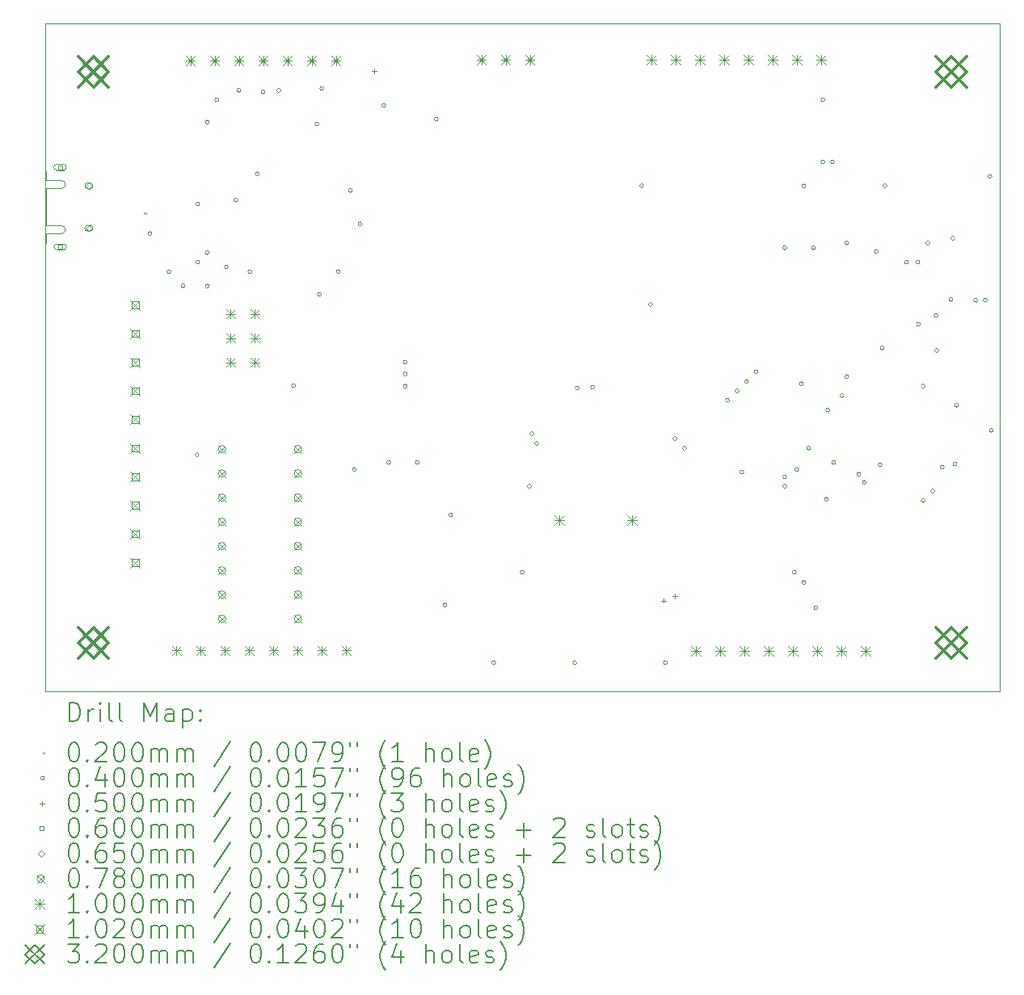
<source format=gbr>
%TF.GenerationSoftware,KiCad,Pcbnew,8.0.6*%
%TF.CreationDate,2025-02-16T00:38:14-05:00*%
%TF.ProjectId,SCAN_mainboard,5343414e-5f6d-4616-996e-626f6172642e,v1.0*%
%TF.SameCoordinates,Original*%
%TF.FileFunction,Drillmap*%
%TF.FilePolarity,Positive*%
%FSLAX45Y45*%
G04 Gerber Fmt 4.5, Leading zero omitted, Abs format (unit mm)*
G04 Created by KiCad (PCBNEW 8.0.6) date 2025-02-16 00:38:14*
%MOMM*%
%LPD*%
G01*
G04 APERTURE LIST*
%ADD10C,0.100000*%
%ADD11C,0.200000*%
%ADD12C,0.102000*%
%ADD13C,0.320000*%
G04 APERTURE END LIST*
D10*
X9685000Y-6208000D02*
X19685000Y-6208000D01*
X19685000Y-13208000D01*
X9685000Y-13208000D01*
X9685000Y-6208000D01*
X9857500Y-8325500D02*
G75*
G02*
X9857500Y-8410500I0J-42500D01*
G01*
X9857500Y-7850500D02*
G75*
G02*
X9857500Y-7935500I0J-42500D01*
G01*
X9700000Y-8410500D02*
X9700000Y-8505500D01*
X9857500Y-8410500D02*
X9700000Y-8410500D01*
X9857500Y-8325500D02*
X9700000Y-8325500D01*
X9700000Y-7935500D02*
X9700000Y-8325500D01*
X9857500Y-7935500D02*
X9700000Y-7935500D01*
X9857500Y-7850500D02*
X9700000Y-7850500D01*
X9700000Y-7755500D02*
X9700000Y-7850500D01*
D11*
D10*
X10725000Y-8188000D02*
X10745000Y-8208000D01*
X10745000Y-8188000D02*
X10725000Y-8208000D01*
X10805000Y-8408000D02*
G75*
G02*
X10765000Y-8408000I-20000J0D01*
G01*
X10765000Y-8408000D02*
G75*
G02*
X10805000Y-8408000I20000J0D01*
G01*
X11005000Y-8808000D02*
G75*
G02*
X10965000Y-8808000I-20000J0D01*
G01*
X10965000Y-8808000D02*
G75*
G02*
X11005000Y-8808000I20000J0D01*
G01*
X11153500Y-8956500D02*
G75*
G02*
X11113500Y-8956500I-20000J0D01*
G01*
X11113500Y-8956500D02*
G75*
G02*
X11153500Y-8956500I20000J0D01*
G01*
X11298500Y-10726500D02*
G75*
G02*
X11258500Y-10726500I-20000J0D01*
G01*
X11258500Y-10726500D02*
G75*
G02*
X11298500Y-10726500I20000J0D01*
G01*
X11305000Y-8097800D02*
G75*
G02*
X11265000Y-8097800I-20000J0D01*
G01*
X11265000Y-8097800D02*
G75*
G02*
X11305000Y-8097800I20000J0D01*
G01*
X11305000Y-8708000D02*
G75*
G02*
X11265000Y-8708000I-20000J0D01*
G01*
X11265000Y-8708000D02*
G75*
G02*
X11305000Y-8708000I20000J0D01*
G01*
X11405000Y-7240000D02*
G75*
G02*
X11365000Y-7240000I-20000J0D01*
G01*
X11365000Y-7240000D02*
G75*
G02*
X11405000Y-7240000I20000J0D01*
G01*
X11405000Y-8608000D02*
G75*
G02*
X11365000Y-8608000I-20000J0D01*
G01*
X11365000Y-8608000D02*
G75*
G02*
X11405000Y-8608000I20000J0D01*
G01*
X11405000Y-8958000D02*
G75*
G02*
X11365000Y-8958000I-20000J0D01*
G01*
X11365000Y-8958000D02*
G75*
G02*
X11405000Y-8958000I20000J0D01*
G01*
X11505000Y-7008000D02*
G75*
G02*
X11465000Y-7008000I-20000J0D01*
G01*
X11465000Y-7008000D02*
G75*
G02*
X11505000Y-7008000I20000J0D01*
G01*
X11605000Y-8758000D02*
G75*
G02*
X11565000Y-8758000I-20000J0D01*
G01*
X11565000Y-8758000D02*
G75*
G02*
X11605000Y-8758000I20000J0D01*
G01*
X11705000Y-8058000D02*
G75*
G02*
X11665000Y-8058000I-20000J0D01*
G01*
X11665000Y-8058000D02*
G75*
G02*
X11705000Y-8058000I20000J0D01*
G01*
X11736500Y-6908000D02*
G75*
G02*
X11696500Y-6908000I-20000J0D01*
G01*
X11696500Y-6908000D02*
G75*
G02*
X11736500Y-6908000I20000J0D01*
G01*
X11852500Y-8810500D02*
G75*
G02*
X11812500Y-8810500I-20000J0D01*
G01*
X11812500Y-8810500D02*
G75*
G02*
X11852500Y-8810500I20000J0D01*
G01*
X11930000Y-7783000D02*
G75*
G02*
X11890000Y-7783000I-20000J0D01*
G01*
X11890000Y-7783000D02*
G75*
G02*
X11930000Y-7783000I20000J0D01*
G01*
X11990500Y-6922500D02*
G75*
G02*
X11950500Y-6922500I-20000J0D01*
G01*
X11950500Y-6922500D02*
G75*
G02*
X11990500Y-6922500I20000J0D01*
G01*
X12155000Y-6908000D02*
G75*
G02*
X12115000Y-6908000I-20000J0D01*
G01*
X12115000Y-6908000D02*
G75*
G02*
X12155000Y-6908000I20000J0D01*
G01*
X12309942Y-10003058D02*
G75*
G02*
X12269942Y-10003058I-20000J0D01*
G01*
X12269942Y-10003058D02*
G75*
G02*
X12309942Y-10003058I20000J0D01*
G01*
X12555000Y-7258000D02*
G75*
G02*
X12515000Y-7258000I-20000J0D01*
G01*
X12515000Y-7258000D02*
G75*
G02*
X12555000Y-7258000I20000J0D01*
G01*
X12580000Y-9044700D02*
G75*
G02*
X12540000Y-9044700I-20000J0D01*
G01*
X12540000Y-9044700D02*
G75*
G02*
X12580000Y-9044700I20000J0D01*
G01*
X12605000Y-6885700D02*
G75*
G02*
X12565000Y-6885700I-20000J0D01*
G01*
X12565000Y-6885700D02*
G75*
G02*
X12605000Y-6885700I20000J0D01*
G01*
X12778400Y-8808000D02*
G75*
G02*
X12738400Y-8808000I-20000J0D01*
G01*
X12738400Y-8808000D02*
G75*
G02*
X12778400Y-8808000I20000J0D01*
G01*
X12905000Y-7958000D02*
G75*
G02*
X12865000Y-7958000I-20000J0D01*
G01*
X12865000Y-7958000D02*
G75*
G02*
X12905000Y-7958000I20000J0D01*
G01*
X12945950Y-10881450D02*
G75*
G02*
X12905950Y-10881450I-20000J0D01*
G01*
X12905950Y-10881450D02*
G75*
G02*
X12945950Y-10881450I20000J0D01*
G01*
X13005000Y-8308000D02*
G75*
G02*
X12965000Y-8308000I-20000J0D01*
G01*
X12965000Y-8308000D02*
G75*
G02*
X13005000Y-8308000I20000J0D01*
G01*
X13255000Y-7066750D02*
G75*
G02*
X13215000Y-7066750I-20000J0D01*
G01*
X13215000Y-7066750D02*
G75*
G02*
X13255000Y-7066750I20000J0D01*
G01*
X13305000Y-10808000D02*
G75*
G02*
X13265000Y-10808000I-20000J0D01*
G01*
X13265000Y-10808000D02*
G75*
G02*
X13305000Y-10808000I20000J0D01*
G01*
X13480000Y-9758000D02*
G75*
G02*
X13440000Y-9758000I-20000J0D01*
G01*
X13440000Y-9758000D02*
G75*
G02*
X13480000Y-9758000I20000J0D01*
G01*
X13480000Y-9880300D02*
G75*
G02*
X13440000Y-9880300I-20000J0D01*
G01*
X13440000Y-9880300D02*
G75*
G02*
X13480000Y-9880300I20000J0D01*
G01*
X13480000Y-10008000D02*
G75*
G02*
X13440000Y-10008000I-20000J0D01*
G01*
X13440000Y-10008000D02*
G75*
G02*
X13480000Y-10008000I20000J0D01*
G01*
X13605000Y-10808000D02*
G75*
G02*
X13565000Y-10808000I-20000J0D01*
G01*
X13565000Y-10808000D02*
G75*
G02*
X13605000Y-10808000I20000J0D01*
G01*
X13805000Y-7208000D02*
G75*
G02*
X13765000Y-7208000I-20000J0D01*
G01*
X13765000Y-7208000D02*
G75*
G02*
X13805000Y-7208000I20000J0D01*
G01*
X13896000Y-12304000D02*
G75*
G02*
X13856000Y-12304000I-20000J0D01*
G01*
X13856000Y-12304000D02*
G75*
G02*
X13896000Y-12304000I20000J0D01*
G01*
X13955000Y-11358000D02*
G75*
G02*
X13915000Y-11358000I-20000J0D01*
G01*
X13915000Y-11358000D02*
G75*
G02*
X13955000Y-11358000I20000J0D01*
G01*
X14405000Y-12908000D02*
G75*
G02*
X14365000Y-12908000I-20000J0D01*
G01*
X14365000Y-12908000D02*
G75*
G02*
X14405000Y-12908000I20000J0D01*
G01*
X14705000Y-11958000D02*
G75*
G02*
X14665000Y-11958000I-20000J0D01*
G01*
X14665000Y-11958000D02*
G75*
G02*
X14705000Y-11958000I20000J0D01*
G01*
X14780000Y-11058000D02*
G75*
G02*
X14740000Y-11058000I-20000J0D01*
G01*
X14740000Y-11058000D02*
G75*
G02*
X14780000Y-11058000I20000J0D01*
G01*
X14805000Y-10508000D02*
G75*
G02*
X14765000Y-10508000I-20000J0D01*
G01*
X14765000Y-10508000D02*
G75*
G02*
X14805000Y-10508000I20000J0D01*
G01*
X14855000Y-10608000D02*
G75*
G02*
X14815000Y-10608000I-20000J0D01*
G01*
X14815000Y-10608000D02*
G75*
G02*
X14855000Y-10608000I20000J0D01*
G01*
X15255000Y-12908000D02*
G75*
G02*
X15215000Y-12908000I-20000J0D01*
G01*
X15215000Y-12908000D02*
G75*
G02*
X15255000Y-12908000I20000J0D01*
G01*
X15280000Y-10030300D02*
G75*
G02*
X15240000Y-10030300I-20000J0D01*
G01*
X15240000Y-10030300D02*
G75*
G02*
X15280000Y-10030300I20000J0D01*
G01*
X15442500Y-10020500D02*
G75*
G02*
X15402500Y-10020500I-20000J0D01*
G01*
X15402500Y-10020500D02*
G75*
G02*
X15442500Y-10020500I20000J0D01*
G01*
X15955000Y-7908000D02*
G75*
G02*
X15915000Y-7908000I-20000J0D01*
G01*
X15915000Y-7908000D02*
G75*
G02*
X15955000Y-7908000I20000J0D01*
G01*
X16050808Y-9152308D02*
G75*
G02*
X16010808Y-9152308I-20000J0D01*
G01*
X16010808Y-9152308D02*
G75*
G02*
X16050808Y-9152308I20000J0D01*
G01*
X16205000Y-12908000D02*
G75*
G02*
X16165000Y-12908000I-20000J0D01*
G01*
X16165000Y-12908000D02*
G75*
G02*
X16205000Y-12908000I20000J0D01*
G01*
X16305000Y-10558000D02*
G75*
G02*
X16265000Y-10558000I-20000J0D01*
G01*
X16265000Y-10558000D02*
G75*
G02*
X16305000Y-10558000I20000J0D01*
G01*
X16405000Y-10658000D02*
G75*
G02*
X16365000Y-10658000I-20000J0D01*
G01*
X16365000Y-10658000D02*
G75*
G02*
X16405000Y-10658000I20000J0D01*
G01*
X16855000Y-10158000D02*
G75*
G02*
X16815000Y-10158000I-20000J0D01*
G01*
X16815000Y-10158000D02*
G75*
G02*
X16855000Y-10158000I20000J0D01*
G01*
X16955000Y-10058000D02*
G75*
G02*
X16915000Y-10058000I-20000J0D01*
G01*
X16915000Y-10058000D02*
G75*
G02*
X16955000Y-10058000I20000J0D01*
G01*
X17005000Y-10908000D02*
G75*
G02*
X16965000Y-10908000I-20000J0D01*
G01*
X16965000Y-10908000D02*
G75*
G02*
X17005000Y-10908000I20000J0D01*
G01*
X17055000Y-9958000D02*
G75*
G02*
X17015000Y-9958000I-20000J0D01*
G01*
X17015000Y-9958000D02*
G75*
G02*
X17055000Y-9958000I20000J0D01*
G01*
X17155000Y-9858000D02*
G75*
G02*
X17115000Y-9858000I-20000J0D01*
G01*
X17115000Y-9858000D02*
G75*
G02*
X17155000Y-9858000I20000J0D01*
G01*
X17455000Y-8558000D02*
G75*
G02*
X17415000Y-8558000I-20000J0D01*
G01*
X17415000Y-8558000D02*
G75*
G02*
X17455000Y-8558000I20000J0D01*
G01*
X17455000Y-10958000D02*
G75*
G02*
X17415000Y-10958000I-20000J0D01*
G01*
X17415000Y-10958000D02*
G75*
G02*
X17455000Y-10958000I20000J0D01*
G01*
X17455000Y-11058000D02*
G75*
G02*
X17415000Y-11058000I-20000J0D01*
G01*
X17415000Y-11058000D02*
G75*
G02*
X17455000Y-11058000I20000J0D01*
G01*
X17555000Y-11958000D02*
G75*
G02*
X17515000Y-11958000I-20000J0D01*
G01*
X17515000Y-11958000D02*
G75*
G02*
X17555000Y-11958000I20000J0D01*
G01*
X17580000Y-10883000D02*
G75*
G02*
X17540000Y-10883000I-20000J0D01*
G01*
X17540000Y-10883000D02*
G75*
G02*
X17580000Y-10883000I20000J0D01*
G01*
X17630000Y-9983000D02*
G75*
G02*
X17590000Y-9983000I-20000J0D01*
G01*
X17590000Y-9983000D02*
G75*
G02*
X17630000Y-9983000I20000J0D01*
G01*
X17655000Y-7908000D02*
G75*
G02*
X17615000Y-7908000I-20000J0D01*
G01*
X17615000Y-7908000D02*
G75*
G02*
X17655000Y-7908000I20000J0D01*
G01*
X17655000Y-12065000D02*
G75*
G02*
X17615000Y-12065000I-20000J0D01*
G01*
X17615000Y-12065000D02*
G75*
G02*
X17655000Y-12065000I20000J0D01*
G01*
X17705000Y-10658000D02*
G75*
G02*
X17665000Y-10658000I-20000J0D01*
G01*
X17665000Y-10658000D02*
G75*
G02*
X17705000Y-10658000I20000J0D01*
G01*
X17755000Y-8558000D02*
G75*
G02*
X17715000Y-8558000I-20000J0D01*
G01*
X17715000Y-8558000D02*
G75*
G02*
X17755000Y-8558000I20000J0D01*
G01*
X17780000Y-12333000D02*
G75*
G02*
X17740000Y-12333000I-20000J0D01*
G01*
X17740000Y-12333000D02*
G75*
G02*
X17780000Y-12333000I20000J0D01*
G01*
X17855000Y-7008000D02*
G75*
G02*
X17815000Y-7008000I-20000J0D01*
G01*
X17815000Y-7008000D02*
G75*
G02*
X17855000Y-7008000I20000J0D01*
G01*
X17855000Y-7658000D02*
G75*
G02*
X17815000Y-7658000I-20000J0D01*
G01*
X17815000Y-7658000D02*
G75*
G02*
X17855000Y-7658000I20000J0D01*
G01*
X17891100Y-11194100D02*
G75*
G02*
X17851100Y-11194100I-20000J0D01*
G01*
X17851100Y-11194100D02*
G75*
G02*
X17891100Y-11194100I20000J0D01*
G01*
X17905000Y-10258000D02*
G75*
G02*
X17865000Y-10258000I-20000J0D01*
G01*
X17865000Y-10258000D02*
G75*
G02*
X17905000Y-10258000I20000J0D01*
G01*
X17955000Y-7658000D02*
G75*
G02*
X17915000Y-7658000I-20000J0D01*
G01*
X17915000Y-7658000D02*
G75*
G02*
X17955000Y-7658000I20000J0D01*
G01*
X17968000Y-10808000D02*
G75*
G02*
X17928000Y-10808000I-20000J0D01*
G01*
X17928000Y-10808000D02*
G75*
G02*
X17968000Y-10808000I20000J0D01*
G01*
X18055000Y-10108000D02*
G75*
G02*
X18015000Y-10108000I-20000J0D01*
G01*
X18015000Y-10108000D02*
G75*
G02*
X18055000Y-10108000I20000J0D01*
G01*
X18105000Y-8508000D02*
G75*
G02*
X18065000Y-8508000I-20000J0D01*
G01*
X18065000Y-8508000D02*
G75*
G02*
X18105000Y-8508000I20000J0D01*
G01*
X18105000Y-9908000D02*
G75*
G02*
X18065000Y-9908000I-20000J0D01*
G01*
X18065000Y-9908000D02*
G75*
G02*
X18105000Y-9908000I20000J0D01*
G01*
X18230000Y-10933000D02*
G75*
G02*
X18190000Y-10933000I-20000J0D01*
G01*
X18190000Y-10933000D02*
G75*
G02*
X18230000Y-10933000I20000J0D01*
G01*
X18288000Y-11016000D02*
G75*
G02*
X18248000Y-11016000I-20000J0D01*
G01*
X18248000Y-11016000D02*
G75*
G02*
X18288000Y-11016000I20000J0D01*
G01*
X18413875Y-8599125D02*
G75*
G02*
X18373875Y-8599125I-20000J0D01*
G01*
X18373875Y-8599125D02*
G75*
G02*
X18413875Y-8599125I20000J0D01*
G01*
X18455000Y-10833000D02*
G75*
G02*
X18415000Y-10833000I-20000J0D01*
G01*
X18415000Y-10833000D02*
G75*
G02*
X18455000Y-10833000I20000J0D01*
G01*
X18476000Y-9608000D02*
G75*
G02*
X18436000Y-9608000I-20000J0D01*
G01*
X18436000Y-9608000D02*
G75*
G02*
X18476000Y-9608000I20000J0D01*
G01*
X18505000Y-7908000D02*
G75*
G02*
X18465000Y-7908000I-20000J0D01*
G01*
X18465000Y-7908000D02*
G75*
G02*
X18505000Y-7908000I20000J0D01*
G01*
X18730000Y-8708000D02*
G75*
G02*
X18690000Y-8708000I-20000J0D01*
G01*
X18690000Y-8708000D02*
G75*
G02*
X18730000Y-8708000I20000J0D01*
G01*
X18849000Y-8708000D02*
G75*
G02*
X18809000Y-8708000I-20000J0D01*
G01*
X18809000Y-8708000D02*
G75*
G02*
X18849000Y-8708000I20000J0D01*
G01*
X18855000Y-9358000D02*
G75*
G02*
X18815000Y-9358000I-20000J0D01*
G01*
X18815000Y-9358000D02*
G75*
G02*
X18855000Y-9358000I20000J0D01*
G01*
X18905000Y-10008000D02*
G75*
G02*
X18865000Y-10008000I-20000J0D01*
G01*
X18865000Y-10008000D02*
G75*
G02*
X18905000Y-10008000I20000J0D01*
G01*
X18905000Y-11208000D02*
G75*
G02*
X18865000Y-11208000I-20000J0D01*
G01*
X18865000Y-11208000D02*
G75*
G02*
X18905000Y-11208000I20000J0D01*
G01*
X18955000Y-8508000D02*
G75*
G02*
X18915000Y-8508000I-20000J0D01*
G01*
X18915000Y-8508000D02*
G75*
G02*
X18955000Y-8508000I20000J0D01*
G01*
X19005000Y-11108000D02*
G75*
G02*
X18965000Y-11108000I-20000J0D01*
G01*
X18965000Y-11108000D02*
G75*
G02*
X19005000Y-11108000I20000J0D01*
G01*
X19039375Y-9267000D02*
G75*
G02*
X18999375Y-9267000I-20000J0D01*
G01*
X18999375Y-9267000D02*
G75*
G02*
X19039375Y-9267000I20000J0D01*
G01*
X19047000Y-9634500D02*
G75*
G02*
X19007000Y-9634500I-20000J0D01*
G01*
X19007000Y-9634500D02*
G75*
G02*
X19047000Y-9634500I20000J0D01*
G01*
X19105000Y-10858000D02*
G75*
G02*
X19065000Y-10858000I-20000J0D01*
G01*
X19065000Y-10858000D02*
G75*
G02*
X19105000Y-10858000I20000J0D01*
G01*
X19196500Y-9099500D02*
G75*
G02*
X19156500Y-9099500I-20000J0D01*
G01*
X19156500Y-9099500D02*
G75*
G02*
X19196500Y-9099500I20000J0D01*
G01*
X19215550Y-8458200D02*
G75*
G02*
X19175550Y-8458200I-20000J0D01*
G01*
X19175550Y-8458200D02*
G75*
G02*
X19215550Y-8458200I20000J0D01*
G01*
X19238000Y-10825000D02*
G75*
G02*
X19198000Y-10825000I-20000J0D01*
G01*
X19198000Y-10825000D02*
G75*
G02*
X19238000Y-10825000I20000J0D01*
G01*
X19255000Y-10208000D02*
G75*
G02*
X19215000Y-10208000I-20000J0D01*
G01*
X19215000Y-10208000D02*
G75*
G02*
X19255000Y-10208000I20000J0D01*
G01*
X19455000Y-9108000D02*
G75*
G02*
X19415000Y-9108000I-20000J0D01*
G01*
X19415000Y-9108000D02*
G75*
G02*
X19455000Y-9108000I20000J0D01*
G01*
X19555000Y-9108000D02*
G75*
G02*
X19515000Y-9108000I-20000J0D01*
G01*
X19515000Y-9108000D02*
G75*
G02*
X19555000Y-9108000I20000J0D01*
G01*
X19605000Y-7808000D02*
G75*
G02*
X19565000Y-7808000I-20000J0D01*
G01*
X19565000Y-7808000D02*
G75*
G02*
X19605000Y-7808000I20000J0D01*
G01*
X19619000Y-10472000D02*
G75*
G02*
X19579000Y-10472000I-20000J0D01*
G01*
X19579000Y-10472000D02*
G75*
G02*
X19619000Y-10472000I20000J0D01*
G01*
X13135000Y-6683000D02*
X13135000Y-6733000D01*
X13110000Y-6708000D02*
X13160000Y-6708000D01*
X16162000Y-12230500D02*
X16162000Y-12280500D01*
X16137000Y-12255500D02*
X16187000Y-12255500D01*
X16285000Y-12183000D02*
X16285000Y-12233000D01*
X16260000Y-12208000D02*
X16310000Y-12208000D01*
X9866213Y-7734213D02*
X9866213Y-7691787D01*
X9823787Y-7691787D01*
X9823787Y-7734213D01*
X9866213Y-7734213D01*
X9880000Y-7683000D02*
X9810000Y-7683000D01*
X9810000Y-7743000D02*
G75*
G02*
X9810000Y-7683000I0J30000D01*
G01*
X9810000Y-7743000D02*
X9880000Y-7743000D01*
X9880000Y-7743000D02*
G75*
G03*
X9880000Y-7683000I0J30000D01*
G01*
X9866213Y-8569213D02*
X9866213Y-8526787D01*
X9823787Y-8526787D01*
X9823787Y-8569213D01*
X9866213Y-8569213D01*
X9880000Y-8518000D02*
X9810000Y-8518000D01*
X9810000Y-8578000D02*
G75*
G02*
X9810000Y-8518000I0J30000D01*
G01*
X9810000Y-8578000D02*
X9880000Y-8578000D01*
X9880000Y-8578000D02*
G75*
G03*
X9880000Y-8518000I0J30000D01*
G01*
X10145000Y-7940500D02*
X10177500Y-7908000D01*
X10145000Y-7875500D01*
X10112500Y-7908000D01*
X10145000Y-7940500D01*
X10155000Y-7875500D02*
X10135000Y-7875500D01*
X10135000Y-7940500D02*
G75*
G02*
X10135000Y-7875500I0J32500D01*
G01*
X10135000Y-7940500D02*
X10155000Y-7940500D01*
X10155000Y-7940500D02*
G75*
G03*
X10155000Y-7875500I0J32500D01*
G01*
X10145000Y-8385500D02*
X10177500Y-8353000D01*
X10145000Y-8320500D01*
X10112500Y-8353000D01*
X10145000Y-8385500D01*
X10155000Y-8320500D02*
X10135000Y-8320500D01*
X10135000Y-8385500D02*
G75*
G02*
X10135000Y-8320500I0J32500D01*
G01*
X10135000Y-8385500D02*
X10155000Y-8385500D01*
X10155000Y-8385500D02*
G75*
G03*
X10155000Y-8320500I0J32500D01*
G01*
X11502000Y-10630000D02*
X11580000Y-10708000D01*
X11580000Y-10630000D02*
X11502000Y-10708000D01*
X11580000Y-10669000D02*
G75*
G02*
X11502000Y-10669000I-39000J0D01*
G01*
X11502000Y-10669000D02*
G75*
G02*
X11580000Y-10669000I39000J0D01*
G01*
X11502000Y-10884000D02*
X11580000Y-10962000D01*
X11580000Y-10884000D02*
X11502000Y-10962000D01*
X11580000Y-10923000D02*
G75*
G02*
X11502000Y-10923000I-39000J0D01*
G01*
X11502000Y-10923000D02*
G75*
G02*
X11580000Y-10923000I39000J0D01*
G01*
X11502000Y-11138000D02*
X11580000Y-11216000D01*
X11580000Y-11138000D02*
X11502000Y-11216000D01*
X11580000Y-11177000D02*
G75*
G02*
X11502000Y-11177000I-39000J0D01*
G01*
X11502000Y-11177000D02*
G75*
G02*
X11580000Y-11177000I39000J0D01*
G01*
X11502000Y-11392000D02*
X11580000Y-11470000D01*
X11580000Y-11392000D02*
X11502000Y-11470000D01*
X11580000Y-11431000D02*
G75*
G02*
X11502000Y-11431000I-39000J0D01*
G01*
X11502000Y-11431000D02*
G75*
G02*
X11580000Y-11431000I39000J0D01*
G01*
X11502000Y-11646000D02*
X11580000Y-11724000D01*
X11580000Y-11646000D02*
X11502000Y-11724000D01*
X11580000Y-11685000D02*
G75*
G02*
X11502000Y-11685000I-39000J0D01*
G01*
X11502000Y-11685000D02*
G75*
G02*
X11580000Y-11685000I39000J0D01*
G01*
X11502000Y-11900000D02*
X11580000Y-11978000D01*
X11580000Y-11900000D02*
X11502000Y-11978000D01*
X11580000Y-11939000D02*
G75*
G02*
X11502000Y-11939000I-39000J0D01*
G01*
X11502000Y-11939000D02*
G75*
G02*
X11580000Y-11939000I39000J0D01*
G01*
X11502000Y-12154000D02*
X11580000Y-12232000D01*
X11580000Y-12154000D02*
X11502000Y-12232000D01*
X11580000Y-12193000D02*
G75*
G02*
X11502000Y-12193000I-39000J0D01*
G01*
X11502000Y-12193000D02*
G75*
G02*
X11580000Y-12193000I39000J0D01*
G01*
X11502000Y-12408000D02*
X11580000Y-12486000D01*
X11580000Y-12408000D02*
X11502000Y-12486000D01*
X11580000Y-12447000D02*
G75*
G02*
X11502000Y-12447000I-39000J0D01*
G01*
X11502000Y-12447000D02*
G75*
G02*
X11580000Y-12447000I39000J0D01*
G01*
X12296000Y-10630000D02*
X12374000Y-10708000D01*
X12374000Y-10630000D02*
X12296000Y-10708000D01*
X12374000Y-10669000D02*
G75*
G02*
X12296000Y-10669000I-39000J0D01*
G01*
X12296000Y-10669000D02*
G75*
G02*
X12374000Y-10669000I39000J0D01*
G01*
X12296000Y-10884000D02*
X12374000Y-10962000D01*
X12374000Y-10884000D02*
X12296000Y-10962000D01*
X12374000Y-10923000D02*
G75*
G02*
X12296000Y-10923000I-39000J0D01*
G01*
X12296000Y-10923000D02*
G75*
G02*
X12374000Y-10923000I39000J0D01*
G01*
X12296000Y-11138000D02*
X12374000Y-11216000D01*
X12374000Y-11138000D02*
X12296000Y-11216000D01*
X12374000Y-11177000D02*
G75*
G02*
X12296000Y-11177000I-39000J0D01*
G01*
X12296000Y-11177000D02*
G75*
G02*
X12374000Y-11177000I39000J0D01*
G01*
X12296000Y-11392000D02*
X12374000Y-11470000D01*
X12374000Y-11392000D02*
X12296000Y-11470000D01*
X12374000Y-11431000D02*
G75*
G02*
X12296000Y-11431000I-39000J0D01*
G01*
X12296000Y-11431000D02*
G75*
G02*
X12374000Y-11431000I39000J0D01*
G01*
X12296000Y-11646000D02*
X12374000Y-11724000D01*
X12374000Y-11646000D02*
X12296000Y-11724000D01*
X12374000Y-11685000D02*
G75*
G02*
X12296000Y-11685000I-39000J0D01*
G01*
X12296000Y-11685000D02*
G75*
G02*
X12374000Y-11685000I39000J0D01*
G01*
X12296000Y-11900000D02*
X12374000Y-11978000D01*
X12374000Y-11900000D02*
X12296000Y-11978000D01*
X12374000Y-11939000D02*
G75*
G02*
X12296000Y-11939000I-39000J0D01*
G01*
X12296000Y-11939000D02*
G75*
G02*
X12374000Y-11939000I39000J0D01*
G01*
X12296000Y-12154000D02*
X12374000Y-12232000D01*
X12374000Y-12154000D02*
X12296000Y-12232000D01*
X12374000Y-12193000D02*
G75*
G02*
X12296000Y-12193000I-39000J0D01*
G01*
X12296000Y-12193000D02*
G75*
G02*
X12374000Y-12193000I39000J0D01*
G01*
X12296000Y-12408000D02*
X12374000Y-12486000D01*
X12374000Y-12408000D02*
X12296000Y-12486000D01*
X12374000Y-12447000D02*
G75*
G02*
X12296000Y-12447000I-39000J0D01*
G01*
X12296000Y-12447000D02*
G75*
G02*
X12374000Y-12447000I39000J0D01*
G01*
X11014000Y-12729500D02*
X11114000Y-12829500D01*
X11114000Y-12729500D02*
X11014000Y-12829500D01*
X11064000Y-12729500D02*
X11064000Y-12829500D01*
X11014000Y-12779500D02*
X11114000Y-12779500D01*
X11158500Y-6547000D02*
X11258500Y-6647000D01*
X11258500Y-6547000D02*
X11158500Y-6647000D01*
X11208500Y-6547000D02*
X11208500Y-6647000D01*
X11158500Y-6597000D02*
X11258500Y-6597000D01*
X11268000Y-12729500D02*
X11368000Y-12829500D01*
X11368000Y-12729500D02*
X11268000Y-12829500D01*
X11318000Y-12729500D02*
X11318000Y-12829500D01*
X11268000Y-12779500D02*
X11368000Y-12779500D01*
X11412500Y-6547000D02*
X11512500Y-6647000D01*
X11512500Y-6547000D02*
X11412500Y-6647000D01*
X11462500Y-6547000D02*
X11462500Y-6647000D01*
X11412500Y-6597000D02*
X11512500Y-6597000D01*
X11522000Y-12729500D02*
X11622000Y-12829500D01*
X11622000Y-12729500D02*
X11522000Y-12829500D01*
X11572000Y-12729500D02*
X11572000Y-12829500D01*
X11522000Y-12779500D02*
X11622000Y-12779500D01*
X11581000Y-9200000D02*
X11681000Y-9300000D01*
X11681000Y-9200000D02*
X11581000Y-9300000D01*
X11631000Y-9200000D02*
X11631000Y-9300000D01*
X11581000Y-9250000D02*
X11681000Y-9250000D01*
X11581000Y-9454000D02*
X11681000Y-9554000D01*
X11681000Y-9454000D02*
X11581000Y-9554000D01*
X11631000Y-9454000D02*
X11631000Y-9554000D01*
X11581000Y-9504000D02*
X11681000Y-9504000D01*
X11581000Y-9708000D02*
X11681000Y-9808000D01*
X11681000Y-9708000D02*
X11581000Y-9808000D01*
X11631000Y-9708000D02*
X11631000Y-9808000D01*
X11581000Y-9758000D02*
X11681000Y-9758000D01*
X11666500Y-6547000D02*
X11766500Y-6647000D01*
X11766500Y-6547000D02*
X11666500Y-6647000D01*
X11716500Y-6547000D02*
X11716500Y-6647000D01*
X11666500Y-6597000D02*
X11766500Y-6597000D01*
X11776000Y-12729500D02*
X11876000Y-12829500D01*
X11876000Y-12729500D02*
X11776000Y-12829500D01*
X11826000Y-12729500D02*
X11826000Y-12829500D01*
X11776000Y-12779500D02*
X11876000Y-12779500D01*
X11835000Y-9200000D02*
X11935000Y-9300000D01*
X11935000Y-9200000D02*
X11835000Y-9300000D01*
X11885000Y-9200000D02*
X11885000Y-9300000D01*
X11835000Y-9250000D02*
X11935000Y-9250000D01*
X11835000Y-9454000D02*
X11935000Y-9554000D01*
X11935000Y-9454000D02*
X11835000Y-9554000D01*
X11885000Y-9454000D02*
X11885000Y-9554000D01*
X11835000Y-9504000D02*
X11935000Y-9504000D01*
X11835000Y-9708000D02*
X11935000Y-9808000D01*
X11935000Y-9708000D02*
X11835000Y-9808000D01*
X11885000Y-9708000D02*
X11885000Y-9808000D01*
X11835000Y-9758000D02*
X11935000Y-9758000D01*
X11920500Y-6547000D02*
X12020500Y-6647000D01*
X12020500Y-6547000D02*
X11920500Y-6647000D01*
X11970500Y-6547000D02*
X11970500Y-6647000D01*
X11920500Y-6597000D02*
X12020500Y-6597000D01*
X12030000Y-12729500D02*
X12130000Y-12829500D01*
X12130000Y-12729500D02*
X12030000Y-12829500D01*
X12080000Y-12729500D02*
X12080000Y-12829500D01*
X12030000Y-12779500D02*
X12130000Y-12779500D01*
X12174500Y-6547000D02*
X12274500Y-6647000D01*
X12274500Y-6547000D02*
X12174500Y-6647000D01*
X12224500Y-6547000D02*
X12224500Y-6647000D01*
X12174500Y-6597000D02*
X12274500Y-6597000D01*
X12284000Y-12729500D02*
X12384000Y-12829500D01*
X12384000Y-12729500D02*
X12284000Y-12829500D01*
X12334000Y-12729500D02*
X12334000Y-12829500D01*
X12284000Y-12779500D02*
X12384000Y-12779500D01*
X12428500Y-6547000D02*
X12528500Y-6647000D01*
X12528500Y-6547000D02*
X12428500Y-6647000D01*
X12478500Y-6547000D02*
X12478500Y-6647000D01*
X12428500Y-6597000D02*
X12528500Y-6597000D01*
X12538000Y-12729500D02*
X12638000Y-12829500D01*
X12638000Y-12729500D02*
X12538000Y-12829500D01*
X12588000Y-12729500D02*
X12588000Y-12829500D01*
X12538000Y-12779500D02*
X12638000Y-12779500D01*
X12682500Y-6547000D02*
X12782500Y-6647000D01*
X12782500Y-6547000D02*
X12682500Y-6647000D01*
X12732500Y-6547000D02*
X12732500Y-6647000D01*
X12682500Y-6597000D02*
X12782500Y-6597000D01*
X12792000Y-12729500D02*
X12892000Y-12829500D01*
X12892000Y-12729500D02*
X12792000Y-12829500D01*
X12842000Y-12729500D02*
X12842000Y-12829500D01*
X12792000Y-12779500D02*
X12892000Y-12779500D01*
X14207000Y-6539000D02*
X14307000Y-6639000D01*
X14307000Y-6539000D02*
X14207000Y-6639000D01*
X14257000Y-6539000D02*
X14257000Y-6639000D01*
X14207000Y-6589000D02*
X14307000Y-6589000D01*
X14461000Y-6539000D02*
X14561000Y-6639000D01*
X14561000Y-6539000D02*
X14461000Y-6639000D01*
X14511000Y-6539000D02*
X14511000Y-6639000D01*
X14461000Y-6589000D02*
X14561000Y-6589000D01*
X14715000Y-6539000D02*
X14815000Y-6639000D01*
X14815000Y-6539000D02*
X14715000Y-6639000D01*
X14765000Y-6539000D02*
X14765000Y-6639000D01*
X14715000Y-6589000D02*
X14815000Y-6589000D01*
X15025000Y-11365000D02*
X15125000Y-11465000D01*
X15125000Y-11365000D02*
X15025000Y-11465000D01*
X15075000Y-11365000D02*
X15075000Y-11465000D01*
X15025000Y-11415000D02*
X15125000Y-11415000D01*
X15785000Y-11365000D02*
X15885000Y-11465000D01*
X15885000Y-11365000D02*
X15785000Y-11465000D01*
X15835000Y-11365000D02*
X15835000Y-11465000D01*
X15785000Y-11415000D02*
X15885000Y-11415000D01*
X15986500Y-6539000D02*
X16086500Y-6639000D01*
X16086500Y-6539000D02*
X15986500Y-6639000D01*
X16036500Y-6539000D02*
X16036500Y-6639000D01*
X15986500Y-6589000D02*
X16086500Y-6589000D01*
X16240500Y-6539000D02*
X16340500Y-6639000D01*
X16340500Y-6539000D02*
X16240500Y-6639000D01*
X16290500Y-6539000D02*
X16290500Y-6639000D01*
X16240500Y-6589000D02*
X16340500Y-6589000D01*
X16457000Y-12736500D02*
X16557000Y-12836500D01*
X16557000Y-12736500D02*
X16457000Y-12836500D01*
X16507000Y-12736500D02*
X16507000Y-12836500D01*
X16457000Y-12786500D02*
X16557000Y-12786500D01*
X16494500Y-6539000D02*
X16594500Y-6639000D01*
X16594500Y-6539000D02*
X16494500Y-6639000D01*
X16544500Y-6539000D02*
X16544500Y-6639000D01*
X16494500Y-6589000D02*
X16594500Y-6589000D01*
X16711000Y-12736500D02*
X16811000Y-12836500D01*
X16811000Y-12736500D02*
X16711000Y-12836500D01*
X16761000Y-12736500D02*
X16761000Y-12836500D01*
X16711000Y-12786500D02*
X16811000Y-12786500D01*
X16748500Y-6539000D02*
X16848500Y-6639000D01*
X16848500Y-6539000D02*
X16748500Y-6639000D01*
X16798500Y-6539000D02*
X16798500Y-6639000D01*
X16748500Y-6589000D02*
X16848500Y-6589000D01*
X16965000Y-12736500D02*
X17065000Y-12836500D01*
X17065000Y-12736500D02*
X16965000Y-12836500D01*
X17015000Y-12736500D02*
X17015000Y-12836500D01*
X16965000Y-12786500D02*
X17065000Y-12786500D01*
X17002500Y-6539000D02*
X17102500Y-6639000D01*
X17102500Y-6539000D02*
X17002500Y-6639000D01*
X17052500Y-6539000D02*
X17052500Y-6639000D01*
X17002500Y-6589000D02*
X17102500Y-6589000D01*
X17219000Y-12736500D02*
X17319000Y-12836500D01*
X17319000Y-12736500D02*
X17219000Y-12836500D01*
X17269000Y-12736500D02*
X17269000Y-12836500D01*
X17219000Y-12786500D02*
X17319000Y-12786500D01*
X17256500Y-6539000D02*
X17356500Y-6639000D01*
X17356500Y-6539000D02*
X17256500Y-6639000D01*
X17306500Y-6539000D02*
X17306500Y-6639000D01*
X17256500Y-6589000D02*
X17356500Y-6589000D01*
X17473000Y-12736500D02*
X17573000Y-12836500D01*
X17573000Y-12736500D02*
X17473000Y-12836500D01*
X17523000Y-12736500D02*
X17523000Y-12836500D01*
X17473000Y-12786500D02*
X17573000Y-12786500D01*
X17510500Y-6539000D02*
X17610500Y-6639000D01*
X17610500Y-6539000D02*
X17510500Y-6639000D01*
X17560500Y-6539000D02*
X17560500Y-6639000D01*
X17510500Y-6589000D02*
X17610500Y-6589000D01*
X17727000Y-12736500D02*
X17827000Y-12836500D01*
X17827000Y-12736500D02*
X17727000Y-12836500D01*
X17777000Y-12736500D02*
X17777000Y-12836500D01*
X17727000Y-12786500D02*
X17827000Y-12786500D01*
X17764500Y-6539000D02*
X17864500Y-6639000D01*
X17864500Y-6539000D02*
X17764500Y-6639000D01*
X17814500Y-6539000D02*
X17814500Y-6639000D01*
X17764500Y-6589000D02*
X17864500Y-6589000D01*
X17981000Y-12736500D02*
X18081000Y-12836500D01*
X18081000Y-12736500D02*
X17981000Y-12836500D01*
X18031000Y-12736500D02*
X18031000Y-12836500D01*
X17981000Y-12786500D02*
X18081000Y-12786500D01*
X18235000Y-12736500D02*
X18335000Y-12836500D01*
X18335000Y-12736500D02*
X18235000Y-12836500D01*
X18285000Y-12736500D02*
X18285000Y-12836500D01*
X18235000Y-12786500D02*
X18335000Y-12786500D01*
D12*
X10581000Y-9107000D02*
X10683000Y-9209000D01*
X10683000Y-9107000D02*
X10581000Y-9209000D01*
X10668063Y-9194063D02*
X10668063Y-9121937D01*
X10595937Y-9121937D01*
X10595937Y-9194063D01*
X10668063Y-9194063D01*
X10581000Y-9407000D02*
X10683000Y-9509000D01*
X10683000Y-9407000D02*
X10581000Y-9509000D01*
X10668063Y-9494063D02*
X10668063Y-9421937D01*
X10595937Y-9421937D01*
X10595937Y-9494063D01*
X10668063Y-9494063D01*
X10581000Y-9707000D02*
X10683000Y-9809000D01*
X10683000Y-9707000D02*
X10581000Y-9809000D01*
X10668063Y-9794063D02*
X10668063Y-9721937D01*
X10595937Y-9721937D01*
X10595937Y-9794063D01*
X10668063Y-9794063D01*
X10581000Y-10007000D02*
X10683000Y-10109000D01*
X10683000Y-10007000D02*
X10581000Y-10109000D01*
X10668063Y-10094063D02*
X10668063Y-10021937D01*
X10595937Y-10021937D01*
X10595937Y-10094063D01*
X10668063Y-10094063D01*
X10581000Y-10307000D02*
X10683000Y-10409000D01*
X10683000Y-10307000D02*
X10581000Y-10409000D01*
X10668063Y-10394063D02*
X10668063Y-10321937D01*
X10595937Y-10321937D01*
X10595937Y-10394063D01*
X10668063Y-10394063D01*
X10581000Y-10607000D02*
X10683000Y-10709000D01*
X10683000Y-10607000D02*
X10581000Y-10709000D01*
X10668063Y-10694063D02*
X10668063Y-10621937D01*
X10595937Y-10621937D01*
X10595937Y-10694063D01*
X10668063Y-10694063D01*
X10581000Y-10907000D02*
X10683000Y-11009000D01*
X10683000Y-10907000D02*
X10581000Y-11009000D01*
X10668063Y-10994063D02*
X10668063Y-10921937D01*
X10595937Y-10921937D01*
X10595937Y-10994063D01*
X10668063Y-10994063D01*
X10581000Y-11207000D02*
X10683000Y-11309000D01*
X10683000Y-11207000D02*
X10581000Y-11309000D01*
X10668063Y-11294063D02*
X10668063Y-11221937D01*
X10595937Y-11221937D01*
X10595937Y-11294063D01*
X10668063Y-11294063D01*
X10581000Y-11507000D02*
X10683000Y-11609000D01*
X10683000Y-11507000D02*
X10581000Y-11609000D01*
X10668063Y-11594063D02*
X10668063Y-11521937D01*
X10595937Y-11521937D01*
X10595937Y-11594063D01*
X10668063Y-11594063D01*
X10581000Y-11807000D02*
X10683000Y-11909000D01*
X10683000Y-11807000D02*
X10581000Y-11909000D01*
X10668063Y-11894063D02*
X10668063Y-11821937D01*
X10595937Y-11821937D01*
X10595937Y-11894063D01*
X10668063Y-11894063D01*
D13*
X10033000Y-6556000D02*
X10353000Y-6876000D01*
X10353000Y-6556000D02*
X10033000Y-6876000D01*
X10193000Y-6876000D02*
X10353000Y-6716000D01*
X10193000Y-6556000D01*
X10033000Y-6716000D01*
X10193000Y-6876000D01*
X10033000Y-12540000D02*
X10353000Y-12860000D01*
X10353000Y-12540000D02*
X10033000Y-12860000D01*
X10193000Y-12860000D02*
X10353000Y-12700000D01*
X10193000Y-12540000D01*
X10033000Y-12700000D01*
X10193000Y-12860000D01*
X19017000Y-6556000D02*
X19337000Y-6876000D01*
X19337000Y-6556000D02*
X19017000Y-6876000D01*
X19177000Y-6876000D02*
X19337000Y-6716000D01*
X19177000Y-6556000D01*
X19017000Y-6716000D01*
X19177000Y-6876000D01*
X19017000Y-12540000D02*
X19337000Y-12860000D01*
X19337000Y-12540000D02*
X19017000Y-12860000D01*
X19177000Y-12860000D02*
X19337000Y-12700000D01*
X19177000Y-12540000D01*
X19017000Y-12700000D01*
X19177000Y-12860000D01*
D11*
X9940777Y-13524484D02*
X9940777Y-13324484D01*
X9940777Y-13324484D02*
X9988396Y-13324484D01*
X9988396Y-13324484D02*
X10016967Y-13334008D01*
X10016967Y-13334008D02*
X10036015Y-13353055D01*
X10036015Y-13353055D02*
X10045539Y-13372103D01*
X10045539Y-13372103D02*
X10055063Y-13410198D01*
X10055063Y-13410198D02*
X10055063Y-13438769D01*
X10055063Y-13438769D02*
X10045539Y-13476865D01*
X10045539Y-13476865D02*
X10036015Y-13495912D01*
X10036015Y-13495912D02*
X10016967Y-13514960D01*
X10016967Y-13514960D02*
X9988396Y-13524484D01*
X9988396Y-13524484D02*
X9940777Y-13524484D01*
X10140777Y-13524484D02*
X10140777Y-13391150D01*
X10140777Y-13429246D02*
X10150301Y-13410198D01*
X10150301Y-13410198D02*
X10159824Y-13400674D01*
X10159824Y-13400674D02*
X10178872Y-13391150D01*
X10178872Y-13391150D02*
X10197920Y-13391150D01*
X10264586Y-13524484D02*
X10264586Y-13391150D01*
X10264586Y-13324484D02*
X10255063Y-13334008D01*
X10255063Y-13334008D02*
X10264586Y-13343531D01*
X10264586Y-13343531D02*
X10274110Y-13334008D01*
X10274110Y-13334008D02*
X10264586Y-13324484D01*
X10264586Y-13324484D02*
X10264586Y-13343531D01*
X10388396Y-13524484D02*
X10369348Y-13514960D01*
X10369348Y-13514960D02*
X10359824Y-13495912D01*
X10359824Y-13495912D02*
X10359824Y-13324484D01*
X10493158Y-13524484D02*
X10474110Y-13514960D01*
X10474110Y-13514960D02*
X10464586Y-13495912D01*
X10464586Y-13495912D02*
X10464586Y-13324484D01*
X10721729Y-13524484D02*
X10721729Y-13324484D01*
X10721729Y-13324484D02*
X10788396Y-13467341D01*
X10788396Y-13467341D02*
X10855063Y-13324484D01*
X10855063Y-13324484D02*
X10855063Y-13524484D01*
X11036015Y-13524484D02*
X11036015Y-13419722D01*
X11036015Y-13419722D02*
X11026491Y-13400674D01*
X11026491Y-13400674D02*
X11007444Y-13391150D01*
X11007444Y-13391150D02*
X10969348Y-13391150D01*
X10969348Y-13391150D02*
X10950301Y-13400674D01*
X11036015Y-13514960D02*
X11016967Y-13524484D01*
X11016967Y-13524484D02*
X10969348Y-13524484D01*
X10969348Y-13524484D02*
X10950301Y-13514960D01*
X10950301Y-13514960D02*
X10940777Y-13495912D01*
X10940777Y-13495912D02*
X10940777Y-13476865D01*
X10940777Y-13476865D02*
X10950301Y-13457817D01*
X10950301Y-13457817D02*
X10969348Y-13448293D01*
X10969348Y-13448293D02*
X11016967Y-13448293D01*
X11016967Y-13448293D02*
X11036015Y-13438769D01*
X11131253Y-13391150D02*
X11131253Y-13591150D01*
X11131253Y-13400674D02*
X11150301Y-13391150D01*
X11150301Y-13391150D02*
X11188396Y-13391150D01*
X11188396Y-13391150D02*
X11207443Y-13400674D01*
X11207443Y-13400674D02*
X11216967Y-13410198D01*
X11216967Y-13410198D02*
X11226491Y-13429246D01*
X11226491Y-13429246D02*
X11226491Y-13486388D01*
X11226491Y-13486388D02*
X11216967Y-13505436D01*
X11216967Y-13505436D02*
X11207443Y-13514960D01*
X11207443Y-13514960D02*
X11188396Y-13524484D01*
X11188396Y-13524484D02*
X11150301Y-13524484D01*
X11150301Y-13524484D02*
X11131253Y-13514960D01*
X11312205Y-13505436D02*
X11321729Y-13514960D01*
X11321729Y-13514960D02*
X11312205Y-13524484D01*
X11312205Y-13524484D02*
X11302682Y-13514960D01*
X11302682Y-13514960D02*
X11312205Y-13505436D01*
X11312205Y-13505436D02*
X11312205Y-13524484D01*
X11312205Y-13400674D02*
X11321729Y-13410198D01*
X11321729Y-13410198D02*
X11312205Y-13419722D01*
X11312205Y-13419722D02*
X11302682Y-13410198D01*
X11302682Y-13410198D02*
X11312205Y-13400674D01*
X11312205Y-13400674D02*
X11312205Y-13419722D01*
D10*
X9660000Y-13843000D02*
X9680000Y-13863000D01*
X9680000Y-13843000D02*
X9660000Y-13863000D01*
D11*
X9978872Y-13744484D02*
X9997920Y-13744484D01*
X9997920Y-13744484D02*
X10016967Y-13754008D01*
X10016967Y-13754008D02*
X10026491Y-13763531D01*
X10026491Y-13763531D02*
X10036015Y-13782579D01*
X10036015Y-13782579D02*
X10045539Y-13820674D01*
X10045539Y-13820674D02*
X10045539Y-13868293D01*
X10045539Y-13868293D02*
X10036015Y-13906388D01*
X10036015Y-13906388D02*
X10026491Y-13925436D01*
X10026491Y-13925436D02*
X10016967Y-13934960D01*
X10016967Y-13934960D02*
X9997920Y-13944484D01*
X9997920Y-13944484D02*
X9978872Y-13944484D01*
X9978872Y-13944484D02*
X9959824Y-13934960D01*
X9959824Y-13934960D02*
X9950301Y-13925436D01*
X9950301Y-13925436D02*
X9940777Y-13906388D01*
X9940777Y-13906388D02*
X9931253Y-13868293D01*
X9931253Y-13868293D02*
X9931253Y-13820674D01*
X9931253Y-13820674D02*
X9940777Y-13782579D01*
X9940777Y-13782579D02*
X9950301Y-13763531D01*
X9950301Y-13763531D02*
X9959824Y-13754008D01*
X9959824Y-13754008D02*
X9978872Y-13744484D01*
X10131253Y-13925436D02*
X10140777Y-13934960D01*
X10140777Y-13934960D02*
X10131253Y-13944484D01*
X10131253Y-13944484D02*
X10121729Y-13934960D01*
X10121729Y-13934960D02*
X10131253Y-13925436D01*
X10131253Y-13925436D02*
X10131253Y-13944484D01*
X10216967Y-13763531D02*
X10226491Y-13754008D01*
X10226491Y-13754008D02*
X10245539Y-13744484D01*
X10245539Y-13744484D02*
X10293158Y-13744484D01*
X10293158Y-13744484D02*
X10312205Y-13754008D01*
X10312205Y-13754008D02*
X10321729Y-13763531D01*
X10321729Y-13763531D02*
X10331253Y-13782579D01*
X10331253Y-13782579D02*
X10331253Y-13801627D01*
X10331253Y-13801627D02*
X10321729Y-13830198D01*
X10321729Y-13830198D02*
X10207444Y-13944484D01*
X10207444Y-13944484D02*
X10331253Y-13944484D01*
X10455063Y-13744484D02*
X10474110Y-13744484D01*
X10474110Y-13744484D02*
X10493158Y-13754008D01*
X10493158Y-13754008D02*
X10502682Y-13763531D01*
X10502682Y-13763531D02*
X10512205Y-13782579D01*
X10512205Y-13782579D02*
X10521729Y-13820674D01*
X10521729Y-13820674D02*
X10521729Y-13868293D01*
X10521729Y-13868293D02*
X10512205Y-13906388D01*
X10512205Y-13906388D02*
X10502682Y-13925436D01*
X10502682Y-13925436D02*
X10493158Y-13934960D01*
X10493158Y-13934960D02*
X10474110Y-13944484D01*
X10474110Y-13944484D02*
X10455063Y-13944484D01*
X10455063Y-13944484D02*
X10436015Y-13934960D01*
X10436015Y-13934960D02*
X10426491Y-13925436D01*
X10426491Y-13925436D02*
X10416967Y-13906388D01*
X10416967Y-13906388D02*
X10407444Y-13868293D01*
X10407444Y-13868293D02*
X10407444Y-13820674D01*
X10407444Y-13820674D02*
X10416967Y-13782579D01*
X10416967Y-13782579D02*
X10426491Y-13763531D01*
X10426491Y-13763531D02*
X10436015Y-13754008D01*
X10436015Y-13754008D02*
X10455063Y-13744484D01*
X10645539Y-13744484D02*
X10664586Y-13744484D01*
X10664586Y-13744484D02*
X10683634Y-13754008D01*
X10683634Y-13754008D02*
X10693158Y-13763531D01*
X10693158Y-13763531D02*
X10702682Y-13782579D01*
X10702682Y-13782579D02*
X10712205Y-13820674D01*
X10712205Y-13820674D02*
X10712205Y-13868293D01*
X10712205Y-13868293D02*
X10702682Y-13906388D01*
X10702682Y-13906388D02*
X10693158Y-13925436D01*
X10693158Y-13925436D02*
X10683634Y-13934960D01*
X10683634Y-13934960D02*
X10664586Y-13944484D01*
X10664586Y-13944484D02*
X10645539Y-13944484D01*
X10645539Y-13944484D02*
X10626491Y-13934960D01*
X10626491Y-13934960D02*
X10616967Y-13925436D01*
X10616967Y-13925436D02*
X10607444Y-13906388D01*
X10607444Y-13906388D02*
X10597920Y-13868293D01*
X10597920Y-13868293D02*
X10597920Y-13820674D01*
X10597920Y-13820674D02*
X10607444Y-13782579D01*
X10607444Y-13782579D02*
X10616967Y-13763531D01*
X10616967Y-13763531D02*
X10626491Y-13754008D01*
X10626491Y-13754008D02*
X10645539Y-13744484D01*
X10797920Y-13944484D02*
X10797920Y-13811150D01*
X10797920Y-13830198D02*
X10807444Y-13820674D01*
X10807444Y-13820674D02*
X10826491Y-13811150D01*
X10826491Y-13811150D02*
X10855063Y-13811150D01*
X10855063Y-13811150D02*
X10874110Y-13820674D01*
X10874110Y-13820674D02*
X10883634Y-13839722D01*
X10883634Y-13839722D02*
X10883634Y-13944484D01*
X10883634Y-13839722D02*
X10893158Y-13820674D01*
X10893158Y-13820674D02*
X10912205Y-13811150D01*
X10912205Y-13811150D02*
X10940777Y-13811150D01*
X10940777Y-13811150D02*
X10959825Y-13820674D01*
X10959825Y-13820674D02*
X10969348Y-13839722D01*
X10969348Y-13839722D02*
X10969348Y-13944484D01*
X11064586Y-13944484D02*
X11064586Y-13811150D01*
X11064586Y-13830198D02*
X11074110Y-13820674D01*
X11074110Y-13820674D02*
X11093158Y-13811150D01*
X11093158Y-13811150D02*
X11121729Y-13811150D01*
X11121729Y-13811150D02*
X11140777Y-13820674D01*
X11140777Y-13820674D02*
X11150301Y-13839722D01*
X11150301Y-13839722D02*
X11150301Y-13944484D01*
X11150301Y-13839722D02*
X11159825Y-13820674D01*
X11159825Y-13820674D02*
X11178872Y-13811150D01*
X11178872Y-13811150D02*
X11207443Y-13811150D01*
X11207443Y-13811150D02*
X11226491Y-13820674D01*
X11226491Y-13820674D02*
X11236015Y-13839722D01*
X11236015Y-13839722D02*
X11236015Y-13944484D01*
X11626491Y-13734960D02*
X11455063Y-13992103D01*
X11883634Y-13744484D02*
X11902682Y-13744484D01*
X11902682Y-13744484D02*
X11921729Y-13754008D01*
X11921729Y-13754008D02*
X11931253Y-13763531D01*
X11931253Y-13763531D02*
X11940777Y-13782579D01*
X11940777Y-13782579D02*
X11950301Y-13820674D01*
X11950301Y-13820674D02*
X11950301Y-13868293D01*
X11950301Y-13868293D02*
X11940777Y-13906388D01*
X11940777Y-13906388D02*
X11931253Y-13925436D01*
X11931253Y-13925436D02*
X11921729Y-13934960D01*
X11921729Y-13934960D02*
X11902682Y-13944484D01*
X11902682Y-13944484D02*
X11883634Y-13944484D01*
X11883634Y-13944484D02*
X11864586Y-13934960D01*
X11864586Y-13934960D02*
X11855063Y-13925436D01*
X11855063Y-13925436D02*
X11845539Y-13906388D01*
X11845539Y-13906388D02*
X11836015Y-13868293D01*
X11836015Y-13868293D02*
X11836015Y-13820674D01*
X11836015Y-13820674D02*
X11845539Y-13782579D01*
X11845539Y-13782579D02*
X11855063Y-13763531D01*
X11855063Y-13763531D02*
X11864586Y-13754008D01*
X11864586Y-13754008D02*
X11883634Y-13744484D01*
X12036015Y-13925436D02*
X12045539Y-13934960D01*
X12045539Y-13934960D02*
X12036015Y-13944484D01*
X12036015Y-13944484D02*
X12026491Y-13934960D01*
X12026491Y-13934960D02*
X12036015Y-13925436D01*
X12036015Y-13925436D02*
X12036015Y-13944484D01*
X12169348Y-13744484D02*
X12188396Y-13744484D01*
X12188396Y-13744484D02*
X12207444Y-13754008D01*
X12207444Y-13754008D02*
X12216967Y-13763531D01*
X12216967Y-13763531D02*
X12226491Y-13782579D01*
X12226491Y-13782579D02*
X12236015Y-13820674D01*
X12236015Y-13820674D02*
X12236015Y-13868293D01*
X12236015Y-13868293D02*
X12226491Y-13906388D01*
X12226491Y-13906388D02*
X12216967Y-13925436D01*
X12216967Y-13925436D02*
X12207444Y-13934960D01*
X12207444Y-13934960D02*
X12188396Y-13944484D01*
X12188396Y-13944484D02*
X12169348Y-13944484D01*
X12169348Y-13944484D02*
X12150301Y-13934960D01*
X12150301Y-13934960D02*
X12140777Y-13925436D01*
X12140777Y-13925436D02*
X12131253Y-13906388D01*
X12131253Y-13906388D02*
X12121729Y-13868293D01*
X12121729Y-13868293D02*
X12121729Y-13820674D01*
X12121729Y-13820674D02*
X12131253Y-13782579D01*
X12131253Y-13782579D02*
X12140777Y-13763531D01*
X12140777Y-13763531D02*
X12150301Y-13754008D01*
X12150301Y-13754008D02*
X12169348Y-13744484D01*
X12359825Y-13744484D02*
X12378872Y-13744484D01*
X12378872Y-13744484D02*
X12397920Y-13754008D01*
X12397920Y-13754008D02*
X12407444Y-13763531D01*
X12407444Y-13763531D02*
X12416967Y-13782579D01*
X12416967Y-13782579D02*
X12426491Y-13820674D01*
X12426491Y-13820674D02*
X12426491Y-13868293D01*
X12426491Y-13868293D02*
X12416967Y-13906388D01*
X12416967Y-13906388D02*
X12407444Y-13925436D01*
X12407444Y-13925436D02*
X12397920Y-13934960D01*
X12397920Y-13934960D02*
X12378872Y-13944484D01*
X12378872Y-13944484D02*
X12359825Y-13944484D01*
X12359825Y-13944484D02*
X12340777Y-13934960D01*
X12340777Y-13934960D02*
X12331253Y-13925436D01*
X12331253Y-13925436D02*
X12321729Y-13906388D01*
X12321729Y-13906388D02*
X12312206Y-13868293D01*
X12312206Y-13868293D02*
X12312206Y-13820674D01*
X12312206Y-13820674D02*
X12321729Y-13782579D01*
X12321729Y-13782579D02*
X12331253Y-13763531D01*
X12331253Y-13763531D02*
X12340777Y-13754008D01*
X12340777Y-13754008D02*
X12359825Y-13744484D01*
X12493158Y-13744484D02*
X12626491Y-13744484D01*
X12626491Y-13744484D02*
X12540777Y-13944484D01*
X12712206Y-13944484D02*
X12750301Y-13944484D01*
X12750301Y-13944484D02*
X12769348Y-13934960D01*
X12769348Y-13934960D02*
X12778872Y-13925436D01*
X12778872Y-13925436D02*
X12797920Y-13896865D01*
X12797920Y-13896865D02*
X12807444Y-13858769D01*
X12807444Y-13858769D02*
X12807444Y-13782579D01*
X12807444Y-13782579D02*
X12797920Y-13763531D01*
X12797920Y-13763531D02*
X12788396Y-13754008D01*
X12788396Y-13754008D02*
X12769348Y-13744484D01*
X12769348Y-13744484D02*
X12731253Y-13744484D01*
X12731253Y-13744484D02*
X12712206Y-13754008D01*
X12712206Y-13754008D02*
X12702682Y-13763531D01*
X12702682Y-13763531D02*
X12693158Y-13782579D01*
X12693158Y-13782579D02*
X12693158Y-13830198D01*
X12693158Y-13830198D02*
X12702682Y-13849246D01*
X12702682Y-13849246D02*
X12712206Y-13858769D01*
X12712206Y-13858769D02*
X12731253Y-13868293D01*
X12731253Y-13868293D02*
X12769348Y-13868293D01*
X12769348Y-13868293D02*
X12788396Y-13858769D01*
X12788396Y-13858769D02*
X12797920Y-13849246D01*
X12797920Y-13849246D02*
X12807444Y-13830198D01*
X12883634Y-13744484D02*
X12883634Y-13782579D01*
X12959825Y-13744484D02*
X12959825Y-13782579D01*
X13255063Y-14020674D02*
X13245539Y-14011150D01*
X13245539Y-14011150D02*
X13226491Y-13982579D01*
X13226491Y-13982579D02*
X13216968Y-13963531D01*
X13216968Y-13963531D02*
X13207444Y-13934960D01*
X13207444Y-13934960D02*
X13197920Y-13887341D01*
X13197920Y-13887341D02*
X13197920Y-13849246D01*
X13197920Y-13849246D02*
X13207444Y-13801627D01*
X13207444Y-13801627D02*
X13216968Y-13773055D01*
X13216968Y-13773055D02*
X13226491Y-13754008D01*
X13226491Y-13754008D02*
X13245539Y-13725436D01*
X13245539Y-13725436D02*
X13255063Y-13715912D01*
X13436015Y-13944484D02*
X13321729Y-13944484D01*
X13378872Y-13944484D02*
X13378872Y-13744484D01*
X13378872Y-13744484D02*
X13359825Y-13773055D01*
X13359825Y-13773055D02*
X13340777Y-13792103D01*
X13340777Y-13792103D02*
X13321729Y-13801627D01*
X13674110Y-13944484D02*
X13674110Y-13744484D01*
X13759825Y-13944484D02*
X13759825Y-13839722D01*
X13759825Y-13839722D02*
X13750301Y-13820674D01*
X13750301Y-13820674D02*
X13731253Y-13811150D01*
X13731253Y-13811150D02*
X13702682Y-13811150D01*
X13702682Y-13811150D02*
X13683634Y-13820674D01*
X13683634Y-13820674D02*
X13674110Y-13830198D01*
X13883634Y-13944484D02*
X13864587Y-13934960D01*
X13864587Y-13934960D02*
X13855063Y-13925436D01*
X13855063Y-13925436D02*
X13845539Y-13906388D01*
X13845539Y-13906388D02*
X13845539Y-13849246D01*
X13845539Y-13849246D02*
X13855063Y-13830198D01*
X13855063Y-13830198D02*
X13864587Y-13820674D01*
X13864587Y-13820674D02*
X13883634Y-13811150D01*
X13883634Y-13811150D02*
X13912206Y-13811150D01*
X13912206Y-13811150D02*
X13931253Y-13820674D01*
X13931253Y-13820674D02*
X13940777Y-13830198D01*
X13940777Y-13830198D02*
X13950301Y-13849246D01*
X13950301Y-13849246D02*
X13950301Y-13906388D01*
X13950301Y-13906388D02*
X13940777Y-13925436D01*
X13940777Y-13925436D02*
X13931253Y-13934960D01*
X13931253Y-13934960D02*
X13912206Y-13944484D01*
X13912206Y-13944484D02*
X13883634Y-13944484D01*
X14064587Y-13944484D02*
X14045539Y-13934960D01*
X14045539Y-13934960D02*
X14036015Y-13915912D01*
X14036015Y-13915912D02*
X14036015Y-13744484D01*
X14216968Y-13934960D02*
X14197920Y-13944484D01*
X14197920Y-13944484D02*
X14159825Y-13944484D01*
X14159825Y-13944484D02*
X14140777Y-13934960D01*
X14140777Y-13934960D02*
X14131253Y-13915912D01*
X14131253Y-13915912D02*
X14131253Y-13839722D01*
X14131253Y-13839722D02*
X14140777Y-13820674D01*
X14140777Y-13820674D02*
X14159825Y-13811150D01*
X14159825Y-13811150D02*
X14197920Y-13811150D01*
X14197920Y-13811150D02*
X14216968Y-13820674D01*
X14216968Y-13820674D02*
X14226491Y-13839722D01*
X14226491Y-13839722D02*
X14226491Y-13858769D01*
X14226491Y-13858769D02*
X14131253Y-13877817D01*
X14293158Y-14020674D02*
X14302682Y-14011150D01*
X14302682Y-14011150D02*
X14321730Y-13982579D01*
X14321730Y-13982579D02*
X14331253Y-13963531D01*
X14331253Y-13963531D02*
X14340777Y-13934960D01*
X14340777Y-13934960D02*
X14350301Y-13887341D01*
X14350301Y-13887341D02*
X14350301Y-13849246D01*
X14350301Y-13849246D02*
X14340777Y-13801627D01*
X14340777Y-13801627D02*
X14331253Y-13773055D01*
X14331253Y-13773055D02*
X14321730Y-13754008D01*
X14321730Y-13754008D02*
X14302682Y-13725436D01*
X14302682Y-13725436D02*
X14293158Y-13715912D01*
D10*
X9680000Y-14117000D02*
G75*
G02*
X9640000Y-14117000I-20000J0D01*
G01*
X9640000Y-14117000D02*
G75*
G02*
X9680000Y-14117000I20000J0D01*
G01*
D11*
X9978872Y-14008484D02*
X9997920Y-14008484D01*
X9997920Y-14008484D02*
X10016967Y-14018008D01*
X10016967Y-14018008D02*
X10026491Y-14027531D01*
X10026491Y-14027531D02*
X10036015Y-14046579D01*
X10036015Y-14046579D02*
X10045539Y-14084674D01*
X10045539Y-14084674D02*
X10045539Y-14132293D01*
X10045539Y-14132293D02*
X10036015Y-14170388D01*
X10036015Y-14170388D02*
X10026491Y-14189436D01*
X10026491Y-14189436D02*
X10016967Y-14198960D01*
X10016967Y-14198960D02*
X9997920Y-14208484D01*
X9997920Y-14208484D02*
X9978872Y-14208484D01*
X9978872Y-14208484D02*
X9959824Y-14198960D01*
X9959824Y-14198960D02*
X9950301Y-14189436D01*
X9950301Y-14189436D02*
X9940777Y-14170388D01*
X9940777Y-14170388D02*
X9931253Y-14132293D01*
X9931253Y-14132293D02*
X9931253Y-14084674D01*
X9931253Y-14084674D02*
X9940777Y-14046579D01*
X9940777Y-14046579D02*
X9950301Y-14027531D01*
X9950301Y-14027531D02*
X9959824Y-14018008D01*
X9959824Y-14018008D02*
X9978872Y-14008484D01*
X10131253Y-14189436D02*
X10140777Y-14198960D01*
X10140777Y-14198960D02*
X10131253Y-14208484D01*
X10131253Y-14208484D02*
X10121729Y-14198960D01*
X10121729Y-14198960D02*
X10131253Y-14189436D01*
X10131253Y-14189436D02*
X10131253Y-14208484D01*
X10312205Y-14075150D02*
X10312205Y-14208484D01*
X10264586Y-13998960D02*
X10216967Y-14141817D01*
X10216967Y-14141817D02*
X10340777Y-14141817D01*
X10455063Y-14008484D02*
X10474110Y-14008484D01*
X10474110Y-14008484D02*
X10493158Y-14018008D01*
X10493158Y-14018008D02*
X10502682Y-14027531D01*
X10502682Y-14027531D02*
X10512205Y-14046579D01*
X10512205Y-14046579D02*
X10521729Y-14084674D01*
X10521729Y-14084674D02*
X10521729Y-14132293D01*
X10521729Y-14132293D02*
X10512205Y-14170388D01*
X10512205Y-14170388D02*
X10502682Y-14189436D01*
X10502682Y-14189436D02*
X10493158Y-14198960D01*
X10493158Y-14198960D02*
X10474110Y-14208484D01*
X10474110Y-14208484D02*
X10455063Y-14208484D01*
X10455063Y-14208484D02*
X10436015Y-14198960D01*
X10436015Y-14198960D02*
X10426491Y-14189436D01*
X10426491Y-14189436D02*
X10416967Y-14170388D01*
X10416967Y-14170388D02*
X10407444Y-14132293D01*
X10407444Y-14132293D02*
X10407444Y-14084674D01*
X10407444Y-14084674D02*
X10416967Y-14046579D01*
X10416967Y-14046579D02*
X10426491Y-14027531D01*
X10426491Y-14027531D02*
X10436015Y-14018008D01*
X10436015Y-14018008D02*
X10455063Y-14008484D01*
X10645539Y-14008484D02*
X10664586Y-14008484D01*
X10664586Y-14008484D02*
X10683634Y-14018008D01*
X10683634Y-14018008D02*
X10693158Y-14027531D01*
X10693158Y-14027531D02*
X10702682Y-14046579D01*
X10702682Y-14046579D02*
X10712205Y-14084674D01*
X10712205Y-14084674D02*
X10712205Y-14132293D01*
X10712205Y-14132293D02*
X10702682Y-14170388D01*
X10702682Y-14170388D02*
X10693158Y-14189436D01*
X10693158Y-14189436D02*
X10683634Y-14198960D01*
X10683634Y-14198960D02*
X10664586Y-14208484D01*
X10664586Y-14208484D02*
X10645539Y-14208484D01*
X10645539Y-14208484D02*
X10626491Y-14198960D01*
X10626491Y-14198960D02*
X10616967Y-14189436D01*
X10616967Y-14189436D02*
X10607444Y-14170388D01*
X10607444Y-14170388D02*
X10597920Y-14132293D01*
X10597920Y-14132293D02*
X10597920Y-14084674D01*
X10597920Y-14084674D02*
X10607444Y-14046579D01*
X10607444Y-14046579D02*
X10616967Y-14027531D01*
X10616967Y-14027531D02*
X10626491Y-14018008D01*
X10626491Y-14018008D02*
X10645539Y-14008484D01*
X10797920Y-14208484D02*
X10797920Y-14075150D01*
X10797920Y-14094198D02*
X10807444Y-14084674D01*
X10807444Y-14084674D02*
X10826491Y-14075150D01*
X10826491Y-14075150D02*
X10855063Y-14075150D01*
X10855063Y-14075150D02*
X10874110Y-14084674D01*
X10874110Y-14084674D02*
X10883634Y-14103722D01*
X10883634Y-14103722D02*
X10883634Y-14208484D01*
X10883634Y-14103722D02*
X10893158Y-14084674D01*
X10893158Y-14084674D02*
X10912205Y-14075150D01*
X10912205Y-14075150D02*
X10940777Y-14075150D01*
X10940777Y-14075150D02*
X10959825Y-14084674D01*
X10959825Y-14084674D02*
X10969348Y-14103722D01*
X10969348Y-14103722D02*
X10969348Y-14208484D01*
X11064586Y-14208484D02*
X11064586Y-14075150D01*
X11064586Y-14094198D02*
X11074110Y-14084674D01*
X11074110Y-14084674D02*
X11093158Y-14075150D01*
X11093158Y-14075150D02*
X11121729Y-14075150D01*
X11121729Y-14075150D02*
X11140777Y-14084674D01*
X11140777Y-14084674D02*
X11150301Y-14103722D01*
X11150301Y-14103722D02*
X11150301Y-14208484D01*
X11150301Y-14103722D02*
X11159825Y-14084674D01*
X11159825Y-14084674D02*
X11178872Y-14075150D01*
X11178872Y-14075150D02*
X11207443Y-14075150D01*
X11207443Y-14075150D02*
X11226491Y-14084674D01*
X11226491Y-14084674D02*
X11236015Y-14103722D01*
X11236015Y-14103722D02*
X11236015Y-14208484D01*
X11626491Y-13998960D02*
X11455063Y-14256103D01*
X11883634Y-14008484D02*
X11902682Y-14008484D01*
X11902682Y-14008484D02*
X11921729Y-14018008D01*
X11921729Y-14018008D02*
X11931253Y-14027531D01*
X11931253Y-14027531D02*
X11940777Y-14046579D01*
X11940777Y-14046579D02*
X11950301Y-14084674D01*
X11950301Y-14084674D02*
X11950301Y-14132293D01*
X11950301Y-14132293D02*
X11940777Y-14170388D01*
X11940777Y-14170388D02*
X11931253Y-14189436D01*
X11931253Y-14189436D02*
X11921729Y-14198960D01*
X11921729Y-14198960D02*
X11902682Y-14208484D01*
X11902682Y-14208484D02*
X11883634Y-14208484D01*
X11883634Y-14208484D02*
X11864586Y-14198960D01*
X11864586Y-14198960D02*
X11855063Y-14189436D01*
X11855063Y-14189436D02*
X11845539Y-14170388D01*
X11845539Y-14170388D02*
X11836015Y-14132293D01*
X11836015Y-14132293D02*
X11836015Y-14084674D01*
X11836015Y-14084674D02*
X11845539Y-14046579D01*
X11845539Y-14046579D02*
X11855063Y-14027531D01*
X11855063Y-14027531D02*
X11864586Y-14018008D01*
X11864586Y-14018008D02*
X11883634Y-14008484D01*
X12036015Y-14189436D02*
X12045539Y-14198960D01*
X12045539Y-14198960D02*
X12036015Y-14208484D01*
X12036015Y-14208484D02*
X12026491Y-14198960D01*
X12026491Y-14198960D02*
X12036015Y-14189436D01*
X12036015Y-14189436D02*
X12036015Y-14208484D01*
X12169348Y-14008484D02*
X12188396Y-14008484D01*
X12188396Y-14008484D02*
X12207444Y-14018008D01*
X12207444Y-14018008D02*
X12216967Y-14027531D01*
X12216967Y-14027531D02*
X12226491Y-14046579D01*
X12226491Y-14046579D02*
X12236015Y-14084674D01*
X12236015Y-14084674D02*
X12236015Y-14132293D01*
X12236015Y-14132293D02*
X12226491Y-14170388D01*
X12226491Y-14170388D02*
X12216967Y-14189436D01*
X12216967Y-14189436D02*
X12207444Y-14198960D01*
X12207444Y-14198960D02*
X12188396Y-14208484D01*
X12188396Y-14208484D02*
X12169348Y-14208484D01*
X12169348Y-14208484D02*
X12150301Y-14198960D01*
X12150301Y-14198960D02*
X12140777Y-14189436D01*
X12140777Y-14189436D02*
X12131253Y-14170388D01*
X12131253Y-14170388D02*
X12121729Y-14132293D01*
X12121729Y-14132293D02*
X12121729Y-14084674D01*
X12121729Y-14084674D02*
X12131253Y-14046579D01*
X12131253Y-14046579D02*
X12140777Y-14027531D01*
X12140777Y-14027531D02*
X12150301Y-14018008D01*
X12150301Y-14018008D02*
X12169348Y-14008484D01*
X12426491Y-14208484D02*
X12312206Y-14208484D01*
X12369348Y-14208484D02*
X12369348Y-14008484D01*
X12369348Y-14008484D02*
X12350301Y-14037055D01*
X12350301Y-14037055D02*
X12331253Y-14056103D01*
X12331253Y-14056103D02*
X12312206Y-14065627D01*
X12607444Y-14008484D02*
X12512206Y-14008484D01*
X12512206Y-14008484D02*
X12502682Y-14103722D01*
X12502682Y-14103722D02*
X12512206Y-14094198D01*
X12512206Y-14094198D02*
X12531253Y-14084674D01*
X12531253Y-14084674D02*
X12578872Y-14084674D01*
X12578872Y-14084674D02*
X12597920Y-14094198D01*
X12597920Y-14094198D02*
X12607444Y-14103722D01*
X12607444Y-14103722D02*
X12616967Y-14122769D01*
X12616967Y-14122769D02*
X12616967Y-14170388D01*
X12616967Y-14170388D02*
X12607444Y-14189436D01*
X12607444Y-14189436D02*
X12597920Y-14198960D01*
X12597920Y-14198960D02*
X12578872Y-14208484D01*
X12578872Y-14208484D02*
X12531253Y-14208484D01*
X12531253Y-14208484D02*
X12512206Y-14198960D01*
X12512206Y-14198960D02*
X12502682Y-14189436D01*
X12683634Y-14008484D02*
X12816967Y-14008484D01*
X12816967Y-14008484D02*
X12731253Y-14208484D01*
X12883634Y-14008484D02*
X12883634Y-14046579D01*
X12959825Y-14008484D02*
X12959825Y-14046579D01*
X13255063Y-14284674D02*
X13245539Y-14275150D01*
X13245539Y-14275150D02*
X13226491Y-14246579D01*
X13226491Y-14246579D02*
X13216968Y-14227531D01*
X13216968Y-14227531D02*
X13207444Y-14198960D01*
X13207444Y-14198960D02*
X13197920Y-14151341D01*
X13197920Y-14151341D02*
X13197920Y-14113246D01*
X13197920Y-14113246D02*
X13207444Y-14065627D01*
X13207444Y-14065627D02*
X13216968Y-14037055D01*
X13216968Y-14037055D02*
X13226491Y-14018008D01*
X13226491Y-14018008D02*
X13245539Y-13989436D01*
X13245539Y-13989436D02*
X13255063Y-13979912D01*
X13340777Y-14208484D02*
X13378872Y-14208484D01*
X13378872Y-14208484D02*
X13397920Y-14198960D01*
X13397920Y-14198960D02*
X13407444Y-14189436D01*
X13407444Y-14189436D02*
X13426491Y-14160865D01*
X13426491Y-14160865D02*
X13436015Y-14122769D01*
X13436015Y-14122769D02*
X13436015Y-14046579D01*
X13436015Y-14046579D02*
X13426491Y-14027531D01*
X13426491Y-14027531D02*
X13416968Y-14018008D01*
X13416968Y-14018008D02*
X13397920Y-14008484D01*
X13397920Y-14008484D02*
X13359825Y-14008484D01*
X13359825Y-14008484D02*
X13340777Y-14018008D01*
X13340777Y-14018008D02*
X13331253Y-14027531D01*
X13331253Y-14027531D02*
X13321729Y-14046579D01*
X13321729Y-14046579D02*
X13321729Y-14094198D01*
X13321729Y-14094198D02*
X13331253Y-14113246D01*
X13331253Y-14113246D02*
X13340777Y-14122769D01*
X13340777Y-14122769D02*
X13359825Y-14132293D01*
X13359825Y-14132293D02*
X13397920Y-14132293D01*
X13397920Y-14132293D02*
X13416968Y-14122769D01*
X13416968Y-14122769D02*
X13426491Y-14113246D01*
X13426491Y-14113246D02*
X13436015Y-14094198D01*
X13607444Y-14008484D02*
X13569348Y-14008484D01*
X13569348Y-14008484D02*
X13550301Y-14018008D01*
X13550301Y-14018008D02*
X13540777Y-14027531D01*
X13540777Y-14027531D02*
X13521729Y-14056103D01*
X13521729Y-14056103D02*
X13512206Y-14094198D01*
X13512206Y-14094198D02*
X13512206Y-14170388D01*
X13512206Y-14170388D02*
X13521729Y-14189436D01*
X13521729Y-14189436D02*
X13531253Y-14198960D01*
X13531253Y-14198960D02*
X13550301Y-14208484D01*
X13550301Y-14208484D02*
X13588396Y-14208484D01*
X13588396Y-14208484D02*
X13607444Y-14198960D01*
X13607444Y-14198960D02*
X13616968Y-14189436D01*
X13616968Y-14189436D02*
X13626491Y-14170388D01*
X13626491Y-14170388D02*
X13626491Y-14122769D01*
X13626491Y-14122769D02*
X13616968Y-14103722D01*
X13616968Y-14103722D02*
X13607444Y-14094198D01*
X13607444Y-14094198D02*
X13588396Y-14084674D01*
X13588396Y-14084674D02*
X13550301Y-14084674D01*
X13550301Y-14084674D02*
X13531253Y-14094198D01*
X13531253Y-14094198D02*
X13521729Y-14103722D01*
X13521729Y-14103722D02*
X13512206Y-14122769D01*
X13864587Y-14208484D02*
X13864587Y-14008484D01*
X13950301Y-14208484D02*
X13950301Y-14103722D01*
X13950301Y-14103722D02*
X13940777Y-14084674D01*
X13940777Y-14084674D02*
X13921730Y-14075150D01*
X13921730Y-14075150D02*
X13893158Y-14075150D01*
X13893158Y-14075150D02*
X13874110Y-14084674D01*
X13874110Y-14084674D02*
X13864587Y-14094198D01*
X14074110Y-14208484D02*
X14055063Y-14198960D01*
X14055063Y-14198960D02*
X14045539Y-14189436D01*
X14045539Y-14189436D02*
X14036015Y-14170388D01*
X14036015Y-14170388D02*
X14036015Y-14113246D01*
X14036015Y-14113246D02*
X14045539Y-14094198D01*
X14045539Y-14094198D02*
X14055063Y-14084674D01*
X14055063Y-14084674D02*
X14074110Y-14075150D01*
X14074110Y-14075150D02*
X14102682Y-14075150D01*
X14102682Y-14075150D02*
X14121730Y-14084674D01*
X14121730Y-14084674D02*
X14131253Y-14094198D01*
X14131253Y-14094198D02*
X14140777Y-14113246D01*
X14140777Y-14113246D02*
X14140777Y-14170388D01*
X14140777Y-14170388D02*
X14131253Y-14189436D01*
X14131253Y-14189436D02*
X14121730Y-14198960D01*
X14121730Y-14198960D02*
X14102682Y-14208484D01*
X14102682Y-14208484D02*
X14074110Y-14208484D01*
X14255063Y-14208484D02*
X14236015Y-14198960D01*
X14236015Y-14198960D02*
X14226491Y-14179912D01*
X14226491Y-14179912D02*
X14226491Y-14008484D01*
X14407444Y-14198960D02*
X14388396Y-14208484D01*
X14388396Y-14208484D02*
X14350301Y-14208484D01*
X14350301Y-14208484D02*
X14331253Y-14198960D01*
X14331253Y-14198960D02*
X14321730Y-14179912D01*
X14321730Y-14179912D02*
X14321730Y-14103722D01*
X14321730Y-14103722D02*
X14331253Y-14084674D01*
X14331253Y-14084674D02*
X14350301Y-14075150D01*
X14350301Y-14075150D02*
X14388396Y-14075150D01*
X14388396Y-14075150D02*
X14407444Y-14084674D01*
X14407444Y-14084674D02*
X14416968Y-14103722D01*
X14416968Y-14103722D02*
X14416968Y-14122769D01*
X14416968Y-14122769D02*
X14321730Y-14141817D01*
X14493158Y-14198960D02*
X14512206Y-14208484D01*
X14512206Y-14208484D02*
X14550301Y-14208484D01*
X14550301Y-14208484D02*
X14569349Y-14198960D01*
X14569349Y-14198960D02*
X14578872Y-14179912D01*
X14578872Y-14179912D02*
X14578872Y-14170388D01*
X14578872Y-14170388D02*
X14569349Y-14151341D01*
X14569349Y-14151341D02*
X14550301Y-14141817D01*
X14550301Y-14141817D02*
X14521730Y-14141817D01*
X14521730Y-14141817D02*
X14502682Y-14132293D01*
X14502682Y-14132293D02*
X14493158Y-14113246D01*
X14493158Y-14113246D02*
X14493158Y-14103722D01*
X14493158Y-14103722D02*
X14502682Y-14084674D01*
X14502682Y-14084674D02*
X14521730Y-14075150D01*
X14521730Y-14075150D02*
X14550301Y-14075150D01*
X14550301Y-14075150D02*
X14569349Y-14084674D01*
X14645539Y-14284674D02*
X14655063Y-14275150D01*
X14655063Y-14275150D02*
X14674111Y-14246579D01*
X14674111Y-14246579D02*
X14683634Y-14227531D01*
X14683634Y-14227531D02*
X14693158Y-14198960D01*
X14693158Y-14198960D02*
X14702682Y-14151341D01*
X14702682Y-14151341D02*
X14702682Y-14113246D01*
X14702682Y-14113246D02*
X14693158Y-14065627D01*
X14693158Y-14065627D02*
X14683634Y-14037055D01*
X14683634Y-14037055D02*
X14674111Y-14018008D01*
X14674111Y-14018008D02*
X14655063Y-13989436D01*
X14655063Y-13989436D02*
X14645539Y-13979912D01*
D10*
X9655000Y-14356000D02*
X9655000Y-14406000D01*
X9630000Y-14381000D02*
X9680000Y-14381000D01*
D11*
X9978872Y-14272484D02*
X9997920Y-14272484D01*
X9997920Y-14272484D02*
X10016967Y-14282008D01*
X10016967Y-14282008D02*
X10026491Y-14291531D01*
X10026491Y-14291531D02*
X10036015Y-14310579D01*
X10036015Y-14310579D02*
X10045539Y-14348674D01*
X10045539Y-14348674D02*
X10045539Y-14396293D01*
X10045539Y-14396293D02*
X10036015Y-14434388D01*
X10036015Y-14434388D02*
X10026491Y-14453436D01*
X10026491Y-14453436D02*
X10016967Y-14462960D01*
X10016967Y-14462960D02*
X9997920Y-14472484D01*
X9997920Y-14472484D02*
X9978872Y-14472484D01*
X9978872Y-14472484D02*
X9959824Y-14462960D01*
X9959824Y-14462960D02*
X9950301Y-14453436D01*
X9950301Y-14453436D02*
X9940777Y-14434388D01*
X9940777Y-14434388D02*
X9931253Y-14396293D01*
X9931253Y-14396293D02*
X9931253Y-14348674D01*
X9931253Y-14348674D02*
X9940777Y-14310579D01*
X9940777Y-14310579D02*
X9950301Y-14291531D01*
X9950301Y-14291531D02*
X9959824Y-14282008D01*
X9959824Y-14282008D02*
X9978872Y-14272484D01*
X10131253Y-14453436D02*
X10140777Y-14462960D01*
X10140777Y-14462960D02*
X10131253Y-14472484D01*
X10131253Y-14472484D02*
X10121729Y-14462960D01*
X10121729Y-14462960D02*
X10131253Y-14453436D01*
X10131253Y-14453436D02*
X10131253Y-14472484D01*
X10321729Y-14272484D02*
X10226491Y-14272484D01*
X10226491Y-14272484D02*
X10216967Y-14367722D01*
X10216967Y-14367722D02*
X10226491Y-14358198D01*
X10226491Y-14358198D02*
X10245539Y-14348674D01*
X10245539Y-14348674D02*
X10293158Y-14348674D01*
X10293158Y-14348674D02*
X10312205Y-14358198D01*
X10312205Y-14358198D02*
X10321729Y-14367722D01*
X10321729Y-14367722D02*
X10331253Y-14386769D01*
X10331253Y-14386769D02*
X10331253Y-14434388D01*
X10331253Y-14434388D02*
X10321729Y-14453436D01*
X10321729Y-14453436D02*
X10312205Y-14462960D01*
X10312205Y-14462960D02*
X10293158Y-14472484D01*
X10293158Y-14472484D02*
X10245539Y-14472484D01*
X10245539Y-14472484D02*
X10226491Y-14462960D01*
X10226491Y-14462960D02*
X10216967Y-14453436D01*
X10455063Y-14272484D02*
X10474110Y-14272484D01*
X10474110Y-14272484D02*
X10493158Y-14282008D01*
X10493158Y-14282008D02*
X10502682Y-14291531D01*
X10502682Y-14291531D02*
X10512205Y-14310579D01*
X10512205Y-14310579D02*
X10521729Y-14348674D01*
X10521729Y-14348674D02*
X10521729Y-14396293D01*
X10521729Y-14396293D02*
X10512205Y-14434388D01*
X10512205Y-14434388D02*
X10502682Y-14453436D01*
X10502682Y-14453436D02*
X10493158Y-14462960D01*
X10493158Y-14462960D02*
X10474110Y-14472484D01*
X10474110Y-14472484D02*
X10455063Y-14472484D01*
X10455063Y-14472484D02*
X10436015Y-14462960D01*
X10436015Y-14462960D02*
X10426491Y-14453436D01*
X10426491Y-14453436D02*
X10416967Y-14434388D01*
X10416967Y-14434388D02*
X10407444Y-14396293D01*
X10407444Y-14396293D02*
X10407444Y-14348674D01*
X10407444Y-14348674D02*
X10416967Y-14310579D01*
X10416967Y-14310579D02*
X10426491Y-14291531D01*
X10426491Y-14291531D02*
X10436015Y-14282008D01*
X10436015Y-14282008D02*
X10455063Y-14272484D01*
X10645539Y-14272484D02*
X10664586Y-14272484D01*
X10664586Y-14272484D02*
X10683634Y-14282008D01*
X10683634Y-14282008D02*
X10693158Y-14291531D01*
X10693158Y-14291531D02*
X10702682Y-14310579D01*
X10702682Y-14310579D02*
X10712205Y-14348674D01*
X10712205Y-14348674D02*
X10712205Y-14396293D01*
X10712205Y-14396293D02*
X10702682Y-14434388D01*
X10702682Y-14434388D02*
X10693158Y-14453436D01*
X10693158Y-14453436D02*
X10683634Y-14462960D01*
X10683634Y-14462960D02*
X10664586Y-14472484D01*
X10664586Y-14472484D02*
X10645539Y-14472484D01*
X10645539Y-14472484D02*
X10626491Y-14462960D01*
X10626491Y-14462960D02*
X10616967Y-14453436D01*
X10616967Y-14453436D02*
X10607444Y-14434388D01*
X10607444Y-14434388D02*
X10597920Y-14396293D01*
X10597920Y-14396293D02*
X10597920Y-14348674D01*
X10597920Y-14348674D02*
X10607444Y-14310579D01*
X10607444Y-14310579D02*
X10616967Y-14291531D01*
X10616967Y-14291531D02*
X10626491Y-14282008D01*
X10626491Y-14282008D02*
X10645539Y-14272484D01*
X10797920Y-14472484D02*
X10797920Y-14339150D01*
X10797920Y-14358198D02*
X10807444Y-14348674D01*
X10807444Y-14348674D02*
X10826491Y-14339150D01*
X10826491Y-14339150D02*
X10855063Y-14339150D01*
X10855063Y-14339150D02*
X10874110Y-14348674D01*
X10874110Y-14348674D02*
X10883634Y-14367722D01*
X10883634Y-14367722D02*
X10883634Y-14472484D01*
X10883634Y-14367722D02*
X10893158Y-14348674D01*
X10893158Y-14348674D02*
X10912205Y-14339150D01*
X10912205Y-14339150D02*
X10940777Y-14339150D01*
X10940777Y-14339150D02*
X10959825Y-14348674D01*
X10959825Y-14348674D02*
X10969348Y-14367722D01*
X10969348Y-14367722D02*
X10969348Y-14472484D01*
X11064586Y-14472484D02*
X11064586Y-14339150D01*
X11064586Y-14358198D02*
X11074110Y-14348674D01*
X11074110Y-14348674D02*
X11093158Y-14339150D01*
X11093158Y-14339150D02*
X11121729Y-14339150D01*
X11121729Y-14339150D02*
X11140777Y-14348674D01*
X11140777Y-14348674D02*
X11150301Y-14367722D01*
X11150301Y-14367722D02*
X11150301Y-14472484D01*
X11150301Y-14367722D02*
X11159825Y-14348674D01*
X11159825Y-14348674D02*
X11178872Y-14339150D01*
X11178872Y-14339150D02*
X11207443Y-14339150D01*
X11207443Y-14339150D02*
X11226491Y-14348674D01*
X11226491Y-14348674D02*
X11236015Y-14367722D01*
X11236015Y-14367722D02*
X11236015Y-14472484D01*
X11626491Y-14262960D02*
X11455063Y-14520103D01*
X11883634Y-14272484D02*
X11902682Y-14272484D01*
X11902682Y-14272484D02*
X11921729Y-14282008D01*
X11921729Y-14282008D02*
X11931253Y-14291531D01*
X11931253Y-14291531D02*
X11940777Y-14310579D01*
X11940777Y-14310579D02*
X11950301Y-14348674D01*
X11950301Y-14348674D02*
X11950301Y-14396293D01*
X11950301Y-14396293D02*
X11940777Y-14434388D01*
X11940777Y-14434388D02*
X11931253Y-14453436D01*
X11931253Y-14453436D02*
X11921729Y-14462960D01*
X11921729Y-14462960D02*
X11902682Y-14472484D01*
X11902682Y-14472484D02*
X11883634Y-14472484D01*
X11883634Y-14472484D02*
X11864586Y-14462960D01*
X11864586Y-14462960D02*
X11855063Y-14453436D01*
X11855063Y-14453436D02*
X11845539Y-14434388D01*
X11845539Y-14434388D02*
X11836015Y-14396293D01*
X11836015Y-14396293D02*
X11836015Y-14348674D01*
X11836015Y-14348674D02*
X11845539Y-14310579D01*
X11845539Y-14310579D02*
X11855063Y-14291531D01*
X11855063Y-14291531D02*
X11864586Y-14282008D01*
X11864586Y-14282008D02*
X11883634Y-14272484D01*
X12036015Y-14453436D02*
X12045539Y-14462960D01*
X12045539Y-14462960D02*
X12036015Y-14472484D01*
X12036015Y-14472484D02*
X12026491Y-14462960D01*
X12026491Y-14462960D02*
X12036015Y-14453436D01*
X12036015Y-14453436D02*
X12036015Y-14472484D01*
X12169348Y-14272484D02*
X12188396Y-14272484D01*
X12188396Y-14272484D02*
X12207444Y-14282008D01*
X12207444Y-14282008D02*
X12216967Y-14291531D01*
X12216967Y-14291531D02*
X12226491Y-14310579D01*
X12226491Y-14310579D02*
X12236015Y-14348674D01*
X12236015Y-14348674D02*
X12236015Y-14396293D01*
X12236015Y-14396293D02*
X12226491Y-14434388D01*
X12226491Y-14434388D02*
X12216967Y-14453436D01*
X12216967Y-14453436D02*
X12207444Y-14462960D01*
X12207444Y-14462960D02*
X12188396Y-14472484D01*
X12188396Y-14472484D02*
X12169348Y-14472484D01*
X12169348Y-14472484D02*
X12150301Y-14462960D01*
X12150301Y-14462960D02*
X12140777Y-14453436D01*
X12140777Y-14453436D02*
X12131253Y-14434388D01*
X12131253Y-14434388D02*
X12121729Y-14396293D01*
X12121729Y-14396293D02*
X12121729Y-14348674D01*
X12121729Y-14348674D02*
X12131253Y-14310579D01*
X12131253Y-14310579D02*
X12140777Y-14291531D01*
X12140777Y-14291531D02*
X12150301Y-14282008D01*
X12150301Y-14282008D02*
X12169348Y-14272484D01*
X12426491Y-14472484D02*
X12312206Y-14472484D01*
X12369348Y-14472484D02*
X12369348Y-14272484D01*
X12369348Y-14272484D02*
X12350301Y-14301055D01*
X12350301Y-14301055D02*
X12331253Y-14320103D01*
X12331253Y-14320103D02*
X12312206Y-14329627D01*
X12521729Y-14472484D02*
X12559825Y-14472484D01*
X12559825Y-14472484D02*
X12578872Y-14462960D01*
X12578872Y-14462960D02*
X12588396Y-14453436D01*
X12588396Y-14453436D02*
X12607444Y-14424865D01*
X12607444Y-14424865D02*
X12616967Y-14386769D01*
X12616967Y-14386769D02*
X12616967Y-14310579D01*
X12616967Y-14310579D02*
X12607444Y-14291531D01*
X12607444Y-14291531D02*
X12597920Y-14282008D01*
X12597920Y-14282008D02*
X12578872Y-14272484D01*
X12578872Y-14272484D02*
X12540777Y-14272484D01*
X12540777Y-14272484D02*
X12521729Y-14282008D01*
X12521729Y-14282008D02*
X12512206Y-14291531D01*
X12512206Y-14291531D02*
X12502682Y-14310579D01*
X12502682Y-14310579D02*
X12502682Y-14358198D01*
X12502682Y-14358198D02*
X12512206Y-14377246D01*
X12512206Y-14377246D02*
X12521729Y-14386769D01*
X12521729Y-14386769D02*
X12540777Y-14396293D01*
X12540777Y-14396293D02*
X12578872Y-14396293D01*
X12578872Y-14396293D02*
X12597920Y-14386769D01*
X12597920Y-14386769D02*
X12607444Y-14377246D01*
X12607444Y-14377246D02*
X12616967Y-14358198D01*
X12683634Y-14272484D02*
X12816967Y-14272484D01*
X12816967Y-14272484D02*
X12731253Y-14472484D01*
X12883634Y-14272484D02*
X12883634Y-14310579D01*
X12959825Y-14272484D02*
X12959825Y-14310579D01*
X13255063Y-14548674D02*
X13245539Y-14539150D01*
X13245539Y-14539150D02*
X13226491Y-14510579D01*
X13226491Y-14510579D02*
X13216968Y-14491531D01*
X13216968Y-14491531D02*
X13207444Y-14462960D01*
X13207444Y-14462960D02*
X13197920Y-14415341D01*
X13197920Y-14415341D02*
X13197920Y-14377246D01*
X13197920Y-14377246D02*
X13207444Y-14329627D01*
X13207444Y-14329627D02*
X13216968Y-14301055D01*
X13216968Y-14301055D02*
X13226491Y-14282008D01*
X13226491Y-14282008D02*
X13245539Y-14253436D01*
X13245539Y-14253436D02*
X13255063Y-14243912D01*
X13312206Y-14272484D02*
X13436015Y-14272484D01*
X13436015Y-14272484D02*
X13369348Y-14348674D01*
X13369348Y-14348674D02*
X13397920Y-14348674D01*
X13397920Y-14348674D02*
X13416968Y-14358198D01*
X13416968Y-14358198D02*
X13426491Y-14367722D01*
X13426491Y-14367722D02*
X13436015Y-14386769D01*
X13436015Y-14386769D02*
X13436015Y-14434388D01*
X13436015Y-14434388D02*
X13426491Y-14453436D01*
X13426491Y-14453436D02*
X13416968Y-14462960D01*
X13416968Y-14462960D02*
X13397920Y-14472484D01*
X13397920Y-14472484D02*
X13340777Y-14472484D01*
X13340777Y-14472484D02*
X13321729Y-14462960D01*
X13321729Y-14462960D02*
X13312206Y-14453436D01*
X13674110Y-14472484D02*
X13674110Y-14272484D01*
X13759825Y-14472484D02*
X13759825Y-14367722D01*
X13759825Y-14367722D02*
X13750301Y-14348674D01*
X13750301Y-14348674D02*
X13731253Y-14339150D01*
X13731253Y-14339150D02*
X13702682Y-14339150D01*
X13702682Y-14339150D02*
X13683634Y-14348674D01*
X13683634Y-14348674D02*
X13674110Y-14358198D01*
X13883634Y-14472484D02*
X13864587Y-14462960D01*
X13864587Y-14462960D02*
X13855063Y-14453436D01*
X13855063Y-14453436D02*
X13845539Y-14434388D01*
X13845539Y-14434388D02*
X13845539Y-14377246D01*
X13845539Y-14377246D02*
X13855063Y-14358198D01*
X13855063Y-14358198D02*
X13864587Y-14348674D01*
X13864587Y-14348674D02*
X13883634Y-14339150D01*
X13883634Y-14339150D02*
X13912206Y-14339150D01*
X13912206Y-14339150D02*
X13931253Y-14348674D01*
X13931253Y-14348674D02*
X13940777Y-14358198D01*
X13940777Y-14358198D02*
X13950301Y-14377246D01*
X13950301Y-14377246D02*
X13950301Y-14434388D01*
X13950301Y-14434388D02*
X13940777Y-14453436D01*
X13940777Y-14453436D02*
X13931253Y-14462960D01*
X13931253Y-14462960D02*
X13912206Y-14472484D01*
X13912206Y-14472484D02*
X13883634Y-14472484D01*
X14064587Y-14472484D02*
X14045539Y-14462960D01*
X14045539Y-14462960D02*
X14036015Y-14443912D01*
X14036015Y-14443912D02*
X14036015Y-14272484D01*
X14216968Y-14462960D02*
X14197920Y-14472484D01*
X14197920Y-14472484D02*
X14159825Y-14472484D01*
X14159825Y-14472484D02*
X14140777Y-14462960D01*
X14140777Y-14462960D02*
X14131253Y-14443912D01*
X14131253Y-14443912D02*
X14131253Y-14367722D01*
X14131253Y-14367722D02*
X14140777Y-14348674D01*
X14140777Y-14348674D02*
X14159825Y-14339150D01*
X14159825Y-14339150D02*
X14197920Y-14339150D01*
X14197920Y-14339150D02*
X14216968Y-14348674D01*
X14216968Y-14348674D02*
X14226491Y-14367722D01*
X14226491Y-14367722D02*
X14226491Y-14386769D01*
X14226491Y-14386769D02*
X14131253Y-14405817D01*
X14302682Y-14462960D02*
X14321730Y-14472484D01*
X14321730Y-14472484D02*
X14359825Y-14472484D01*
X14359825Y-14472484D02*
X14378872Y-14462960D01*
X14378872Y-14462960D02*
X14388396Y-14443912D01*
X14388396Y-14443912D02*
X14388396Y-14434388D01*
X14388396Y-14434388D02*
X14378872Y-14415341D01*
X14378872Y-14415341D02*
X14359825Y-14405817D01*
X14359825Y-14405817D02*
X14331253Y-14405817D01*
X14331253Y-14405817D02*
X14312206Y-14396293D01*
X14312206Y-14396293D02*
X14302682Y-14377246D01*
X14302682Y-14377246D02*
X14302682Y-14367722D01*
X14302682Y-14367722D02*
X14312206Y-14348674D01*
X14312206Y-14348674D02*
X14331253Y-14339150D01*
X14331253Y-14339150D02*
X14359825Y-14339150D01*
X14359825Y-14339150D02*
X14378872Y-14348674D01*
X14455063Y-14548674D02*
X14464587Y-14539150D01*
X14464587Y-14539150D02*
X14483634Y-14510579D01*
X14483634Y-14510579D02*
X14493158Y-14491531D01*
X14493158Y-14491531D02*
X14502682Y-14462960D01*
X14502682Y-14462960D02*
X14512206Y-14415341D01*
X14512206Y-14415341D02*
X14512206Y-14377246D01*
X14512206Y-14377246D02*
X14502682Y-14329627D01*
X14502682Y-14329627D02*
X14493158Y-14301055D01*
X14493158Y-14301055D02*
X14483634Y-14282008D01*
X14483634Y-14282008D02*
X14464587Y-14253436D01*
X14464587Y-14253436D02*
X14455063Y-14243912D01*
D10*
X9671213Y-14666213D02*
X9671213Y-14623787D01*
X9628787Y-14623787D01*
X9628787Y-14666213D01*
X9671213Y-14666213D01*
D11*
X9978872Y-14536484D02*
X9997920Y-14536484D01*
X9997920Y-14536484D02*
X10016967Y-14546008D01*
X10016967Y-14546008D02*
X10026491Y-14555531D01*
X10026491Y-14555531D02*
X10036015Y-14574579D01*
X10036015Y-14574579D02*
X10045539Y-14612674D01*
X10045539Y-14612674D02*
X10045539Y-14660293D01*
X10045539Y-14660293D02*
X10036015Y-14698388D01*
X10036015Y-14698388D02*
X10026491Y-14717436D01*
X10026491Y-14717436D02*
X10016967Y-14726960D01*
X10016967Y-14726960D02*
X9997920Y-14736484D01*
X9997920Y-14736484D02*
X9978872Y-14736484D01*
X9978872Y-14736484D02*
X9959824Y-14726960D01*
X9959824Y-14726960D02*
X9950301Y-14717436D01*
X9950301Y-14717436D02*
X9940777Y-14698388D01*
X9940777Y-14698388D02*
X9931253Y-14660293D01*
X9931253Y-14660293D02*
X9931253Y-14612674D01*
X9931253Y-14612674D02*
X9940777Y-14574579D01*
X9940777Y-14574579D02*
X9950301Y-14555531D01*
X9950301Y-14555531D02*
X9959824Y-14546008D01*
X9959824Y-14546008D02*
X9978872Y-14536484D01*
X10131253Y-14717436D02*
X10140777Y-14726960D01*
X10140777Y-14726960D02*
X10131253Y-14736484D01*
X10131253Y-14736484D02*
X10121729Y-14726960D01*
X10121729Y-14726960D02*
X10131253Y-14717436D01*
X10131253Y-14717436D02*
X10131253Y-14736484D01*
X10312205Y-14536484D02*
X10274110Y-14536484D01*
X10274110Y-14536484D02*
X10255063Y-14546008D01*
X10255063Y-14546008D02*
X10245539Y-14555531D01*
X10245539Y-14555531D02*
X10226491Y-14584103D01*
X10226491Y-14584103D02*
X10216967Y-14622198D01*
X10216967Y-14622198D02*
X10216967Y-14698388D01*
X10216967Y-14698388D02*
X10226491Y-14717436D01*
X10226491Y-14717436D02*
X10236015Y-14726960D01*
X10236015Y-14726960D02*
X10255063Y-14736484D01*
X10255063Y-14736484D02*
X10293158Y-14736484D01*
X10293158Y-14736484D02*
X10312205Y-14726960D01*
X10312205Y-14726960D02*
X10321729Y-14717436D01*
X10321729Y-14717436D02*
X10331253Y-14698388D01*
X10331253Y-14698388D02*
X10331253Y-14650769D01*
X10331253Y-14650769D02*
X10321729Y-14631722D01*
X10321729Y-14631722D02*
X10312205Y-14622198D01*
X10312205Y-14622198D02*
X10293158Y-14612674D01*
X10293158Y-14612674D02*
X10255063Y-14612674D01*
X10255063Y-14612674D02*
X10236015Y-14622198D01*
X10236015Y-14622198D02*
X10226491Y-14631722D01*
X10226491Y-14631722D02*
X10216967Y-14650769D01*
X10455063Y-14536484D02*
X10474110Y-14536484D01*
X10474110Y-14536484D02*
X10493158Y-14546008D01*
X10493158Y-14546008D02*
X10502682Y-14555531D01*
X10502682Y-14555531D02*
X10512205Y-14574579D01*
X10512205Y-14574579D02*
X10521729Y-14612674D01*
X10521729Y-14612674D02*
X10521729Y-14660293D01*
X10521729Y-14660293D02*
X10512205Y-14698388D01*
X10512205Y-14698388D02*
X10502682Y-14717436D01*
X10502682Y-14717436D02*
X10493158Y-14726960D01*
X10493158Y-14726960D02*
X10474110Y-14736484D01*
X10474110Y-14736484D02*
X10455063Y-14736484D01*
X10455063Y-14736484D02*
X10436015Y-14726960D01*
X10436015Y-14726960D02*
X10426491Y-14717436D01*
X10426491Y-14717436D02*
X10416967Y-14698388D01*
X10416967Y-14698388D02*
X10407444Y-14660293D01*
X10407444Y-14660293D02*
X10407444Y-14612674D01*
X10407444Y-14612674D02*
X10416967Y-14574579D01*
X10416967Y-14574579D02*
X10426491Y-14555531D01*
X10426491Y-14555531D02*
X10436015Y-14546008D01*
X10436015Y-14546008D02*
X10455063Y-14536484D01*
X10645539Y-14536484D02*
X10664586Y-14536484D01*
X10664586Y-14536484D02*
X10683634Y-14546008D01*
X10683634Y-14546008D02*
X10693158Y-14555531D01*
X10693158Y-14555531D02*
X10702682Y-14574579D01*
X10702682Y-14574579D02*
X10712205Y-14612674D01*
X10712205Y-14612674D02*
X10712205Y-14660293D01*
X10712205Y-14660293D02*
X10702682Y-14698388D01*
X10702682Y-14698388D02*
X10693158Y-14717436D01*
X10693158Y-14717436D02*
X10683634Y-14726960D01*
X10683634Y-14726960D02*
X10664586Y-14736484D01*
X10664586Y-14736484D02*
X10645539Y-14736484D01*
X10645539Y-14736484D02*
X10626491Y-14726960D01*
X10626491Y-14726960D02*
X10616967Y-14717436D01*
X10616967Y-14717436D02*
X10607444Y-14698388D01*
X10607444Y-14698388D02*
X10597920Y-14660293D01*
X10597920Y-14660293D02*
X10597920Y-14612674D01*
X10597920Y-14612674D02*
X10607444Y-14574579D01*
X10607444Y-14574579D02*
X10616967Y-14555531D01*
X10616967Y-14555531D02*
X10626491Y-14546008D01*
X10626491Y-14546008D02*
X10645539Y-14536484D01*
X10797920Y-14736484D02*
X10797920Y-14603150D01*
X10797920Y-14622198D02*
X10807444Y-14612674D01*
X10807444Y-14612674D02*
X10826491Y-14603150D01*
X10826491Y-14603150D02*
X10855063Y-14603150D01*
X10855063Y-14603150D02*
X10874110Y-14612674D01*
X10874110Y-14612674D02*
X10883634Y-14631722D01*
X10883634Y-14631722D02*
X10883634Y-14736484D01*
X10883634Y-14631722D02*
X10893158Y-14612674D01*
X10893158Y-14612674D02*
X10912205Y-14603150D01*
X10912205Y-14603150D02*
X10940777Y-14603150D01*
X10940777Y-14603150D02*
X10959825Y-14612674D01*
X10959825Y-14612674D02*
X10969348Y-14631722D01*
X10969348Y-14631722D02*
X10969348Y-14736484D01*
X11064586Y-14736484D02*
X11064586Y-14603150D01*
X11064586Y-14622198D02*
X11074110Y-14612674D01*
X11074110Y-14612674D02*
X11093158Y-14603150D01*
X11093158Y-14603150D02*
X11121729Y-14603150D01*
X11121729Y-14603150D02*
X11140777Y-14612674D01*
X11140777Y-14612674D02*
X11150301Y-14631722D01*
X11150301Y-14631722D02*
X11150301Y-14736484D01*
X11150301Y-14631722D02*
X11159825Y-14612674D01*
X11159825Y-14612674D02*
X11178872Y-14603150D01*
X11178872Y-14603150D02*
X11207443Y-14603150D01*
X11207443Y-14603150D02*
X11226491Y-14612674D01*
X11226491Y-14612674D02*
X11236015Y-14631722D01*
X11236015Y-14631722D02*
X11236015Y-14736484D01*
X11626491Y-14526960D02*
X11455063Y-14784103D01*
X11883634Y-14536484D02*
X11902682Y-14536484D01*
X11902682Y-14536484D02*
X11921729Y-14546008D01*
X11921729Y-14546008D02*
X11931253Y-14555531D01*
X11931253Y-14555531D02*
X11940777Y-14574579D01*
X11940777Y-14574579D02*
X11950301Y-14612674D01*
X11950301Y-14612674D02*
X11950301Y-14660293D01*
X11950301Y-14660293D02*
X11940777Y-14698388D01*
X11940777Y-14698388D02*
X11931253Y-14717436D01*
X11931253Y-14717436D02*
X11921729Y-14726960D01*
X11921729Y-14726960D02*
X11902682Y-14736484D01*
X11902682Y-14736484D02*
X11883634Y-14736484D01*
X11883634Y-14736484D02*
X11864586Y-14726960D01*
X11864586Y-14726960D02*
X11855063Y-14717436D01*
X11855063Y-14717436D02*
X11845539Y-14698388D01*
X11845539Y-14698388D02*
X11836015Y-14660293D01*
X11836015Y-14660293D02*
X11836015Y-14612674D01*
X11836015Y-14612674D02*
X11845539Y-14574579D01*
X11845539Y-14574579D02*
X11855063Y-14555531D01*
X11855063Y-14555531D02*
X11864586Y-14546008D01*
X11864586Y-14546008D02*
X11883634Y-14536484D01*
X12036015Y-14717436D02*
X12045539Y-14726960D01*
X12045539Y-14726960D02*
X12036015Y-14736484D01*
X12036015Y-14736484D02*
X12026491Y-14726960D01*
X12026491Y-14726960D02*
X12036015Y-14717436D01*
X12036015Y-14717436D02*
X12036015Y-14736484D01*
X12169348Y-14536484D02*
X12188396Y-14536484D01*
X12188396Y-14536484D02*
X12207444Y-14546008D01*
X12207444Y-14546008D02*
X12216967Y-14555531D01*
X12216967Y-14555531D02*
X12226491Y-14574579D01*
X12226491Y-14574579D02*
X12236015Y-14612674D01*
X12236015Y-14612674D02*
X12236015Y-14660293D01*
X12236015Y-14660293D02*
X12226491Y-14698388D01*
X12226491Y-14698388D02*
X12216967Y-14717436D01*
X12216967Y-14717436D02*
X12207444Y-14726960D01*
X12207444Y-14726960D02*
X12188396Y-14736484D01*
X12188396Y-14736484D02*
X12169348Y-14736484D01*
X12169348Y-14736484D02*
X12150301Y-14726960D01*
X12150301Y-14726960D02*
X12140777Y-14717436D01*
X12140777Y-14717436D02*
X12131253Y-14698388D01*
X12131253Y-14698388D02*
X12121729Y-14660293D01*
X12121729Y-14660293D02*
X12121729Y-14612674D01*
X12121729Y-14612674D02*
X12131253Y-14574579D01*
X12131253Y-14574579D02*
X12140777Y-14555531D01*
X12140777Y-14555531D02*
X12150301Y-14546008D01*
X12150301Y-14546008D02*
X12169348Y-14536484D01*
X12312206Y-14555531D02*
X12321729Y-14546008D01*
X12321729Y-14546008D02*
X12340777Y-14536484D01*
X12340777Y-14536484D02*
X12388396Y-14536484D01*
X12388396Y-14536484D02*
X12407444Y-14546008D01*
X12407444Y-14546008D02*
X12416967Y-14555531D01*
X12416967Y-14555531D02*
X12426491Y-14574579D01*
X12426491Y-14574579D02*
X12426491Y-14593627D01*
X12426491Y-14593627D02*
X12416967Y-14622198D01*
X12416967Y-14622198D02*
X12302682Y-14736484D01*
X12302682Y-14736484D02*
X12426491Y-14736484D01*
X12493158Y-14536484D02*
X12616967Y-14536484D01*
X12616967Y-14536484D02*
X12550301Y-14612674D01*
X12550301Y-14612674D02*
X12578872Y-14612674D01*
X12578872Y-14612674D02*
X12597920Y-14622198D01*
X12597920Y-14622198D02*
X12607444Y-14631722D01*
X12607444Y-14631722D02*
X12616967Y-14650769D01*
X12616967Y-14650769D02*
X12616967Y-14698388D01*
X12616967Y-14698388D02*
X12607444Y-14717436D01*
X12607444Y-14717436D02*
X12597920Y-14726960D01*
X12597920Y-14726960D02*
X12578872Y-14736484D01*
X12578872Y-14736484D02*
X12521729Y-14736484D01*
X12521729Y-14736484D02*
X12502682Y-14726960D01*
X12502682Y-14726960D02*
X12493158Y-14717436D01*
X12788396Y-14536484D02*
X12750301Y-14536484D01*
X12750301Y-14536484D02*
X12731253Y-14546008D01*
X12731253Y-14546008D02*
X12721729Y-14555531D01*
X12721729Y-14555531D02*
X12702682Y-14584103D01*
X12702682Y-14584103D02*
X12693158Y-14622198D01*
X12693158Y-14622198D02*
X12693158Y-14698388D01*
X12693158Y-14698388D02*
X12702682Y-14717436D01*
X12702682Y-14717436D02*
X12712206Y-14726960D01*
X12712206Y-14726960D02*
X12731253Y-14736484D01*
X12731253Y-14736484D02*
X12769348Y-14736484D01*
X12769348Y-14736484D02*
X12788396Y-14726960D01*
X12788396Y-14726960D02*
X12797920Y-14717436D01*
X12797920Y-14717436D02*
X12807444Y-14698388D01*
X12807444Y-14698388D02*
X12807444Y-14650769D01*
X12807444Y-14650769D02*
X12797920Y-14631722D01*
X12797920Y-14631722D02*
X12788396Y-14622198D01*
X12788396Y-14622198D02*
X12769348Y-14612674D01*
X12769348Y-14612674D02*
X12731253Y-14612674D01*
X12731253Y-14612674D02*
X12712206Y-14622198D01*
X12712206Y-14622198D02*
X12702682Y-14631722D01*
X12702682Y-14631722D02*
X12693158Y-14650769D01*
X12883634Y-14536484D02*
X12883634Y-14574579D01*
X12959825Y-14536484D02*
X12959825Y-14574579D01*
X13255063Y-14812674D02*
X13245539Y-14803150D01*
X13245539Y-14803150D02*
X13226491Y-14774579D01*
X13226491Y-14774579D02*
X13216968Y-14755531D01*
X13216968Y-14755531D02*
X13207444Y-14726960D01*
X13207444Y-14726960D02*
X13197920Y-14679341D01*
X13197920Y-14679341D02*
X13197920Y-14641246D01*
X13197920Y-14641246D02*
X13207444Y-14593627D01*
X13207444Y-14593627D02*
X13216968Y-14565055D01*
X13216968Y-14565055D02*
X13226491Y-14546008D01*
X13226491Y-14546008D02*
X13245539Y-14517436D01*
X13245539Y-14517436D02*
X13255063Y-14507912D01*
X13369348Y-14536484D02*
X13388396Y-14536484D01*
X13388396Y-14536484D02*
X13407444Y-14546008D01*
X13407444Y-14546008D02*
X13416968Y-14555531D01*
X13416968Y-14555531D02*
X13426491Y-14574579D01*
X13426491Y-14574579D02*
X13436015Y-14612674D01*
X13436015Y-14612674D02*
X13436015Y-14660293D01*
X13436015Y-14660293D02*
X13426491Y-14698388D01*
X13426491Y-14698388D02*
X13416968Y-14717436D01*
X13416968Y-14717436D02*
X13407444Y-14726960D01*
X13407444Y-14726960D02*
X13388396Y-14736484D01*
X13388396Y-14736484D02*
X13369348Y-14736484D01*
X13369348Y-14736484D02*
X13350301Y-14726960D01*
X13350301Y-14726960D02*
X13340777Y-14717436D01*
X13340777Y-14717436D02*
X13331253Y-14698388D01*
X13331253Y-14698388D02*
X13321729Y-14660293D01*
X13321729Y-14660293D02*
X13321729Y-14612674D01*
X13321729Y-14612674D02*
X13331253Y-14574579D01*
X13331253Y-14574579D02*
X13340777Y-14555531D01*
X13340777Y-14555531D02*
X13350301Y-14546008D01*
X13350301Y-14546008D02*
X13369348Y-14536484D01*
X13674110Y-14736484D02*
X13674110Y-14536484D01*
X13759825Y-14736484D02*
X13759825Y-14631722D01*
X13759825Y-14631722D02*
X13750301Y-14612674D01*
X13750301Y-14612674D02*
X13731253Y-14603150D01*
X13731253Y-14603150D02*
X13702682Y-14603150D01*
X13702682Y-14603150D02*
X13683634Y-14612674D01*
X13683634Y-14612674D02*
X13674110Y-14622198D01*
X13883634Y-14736484D02*
X13864587Y-14726960D01*
X13864587Y-14726960D02*
X13855063Y-14717436D01*
X13855063Y-14717436D02*
X13845539Y-14698388D01*
X13845539Y-14698388D02*
X13845539Y-14641246D01*
X13845539Y-14641246D02*
X13855063Y-14622198D01*
X13855063Y-14622198D02*
X13864587Y-14612674D01*
X13864587Y-14612674D02*
X13883634Y-14603150D01*
X13883634Y-14603150D02*
X13912206Y-14603150D01*
X13912206Y-14603150D02*
X13931253Y-14612674D01*
X13931253Y-14612674D02*
X13940777Y-14622198D01*
X13940777Y-14622198D02*
X13950301Y-14641246D01*
X13950301Y-14641246D02*
X13950301Y-14698388D01*
X13950301Y-14698388D02*
X13940777Y-14717436D01*
X13940777Y-14717436D02*
X13931253Y-14726960D01*
X13931253Y-14726960D02*
X13912206Y-14736484D01*
X13912206Y-14736484D02*
X13883634Y-14736484D01*
X14064587Y-14736484D02*
X14045539Y-14726960D01*
X14045539Y-14726960D02*
X14036015Y-14707912D01*
X14036015Y-14707912D02*
X14036015Y-14536484D01*
X14216968Y-14726960D02*
X14197920Y-14736484D01*
X14197920Y-14736484D02*
X14159825Y-14736484D01*
X14159825Y-14736484D02*
X14140777Y-14726960D01*
X14140777Y-14726960D02*
X14131253Y-14707912D01*
X14131253Y-14707912D02*
X14131253Y-14631722D01*
X14131253Y-14631722D02*
X14140777Y-14612674D01*
X14140777Y-14612674D02*
X14159825Y-14603150D01*
X14159825Y-14603150D02*
X14197920Y-14603150D01*
X14197920Y-14603150D02*
X14216968Y-14612674D01*
X14216968Y-14612674D02*
X14226491Y-14631722D01*
X14226491Y-14631722D02*
X14226491Y-14650769D01*
X14226491Y-14650769D02*
X14131253Y-14669817D01*
X14302682Y-14726960D02*
X14321730Y-14736484D01*
X14321730Y-14736484D02*
X14359825Y-14736484D01*
X14359825Y-14736484D02*
X14378872Y-14726960D01*
X14378872Y-14726960D02*
X14388396Y-14707912D01*
X14388396Y-14707912D02*
X14388396Y-14698388D01*
X14388396Y-14698388D02*
X14378872Y-14679341D01*
X14378872Y-14679341D02*
X14359825Y-14669817D01*
X14359825Y-14669817D02*
X14331253Y-14669817D01*
X14331253Y-14669817D02*
X14312206Y-14660293D01*
X14312206Y-14660293D02*
X14302682Y-14641246D01*
X14302682Y-14641246D02*
X14302682Y-14631722D01*
X14302682Y-14631722D02*
X14312206Y-14612674D01*
X14312206Y-14612674D02*
X14331253Y-14603150D01*
X14331253Y-14603150D02*
X14359825Y-14603150D01*
X14359825Y-14603150D02*
X14378872Y-14612674D01*
X14626492Y-14660293D02*
X14778873Y-14660293D01*
X14702682Y-14736484D02*
X14702682Y-14584103D01*
X15016968Y-14555531D02*
X15026492Y-14546008D01*
X15026492Y-14546008D02*
X15045539Y-14536484D01*
X15045539Y-14536484D02*
X15093158Y-14536484D01*
X15093158Y-14536484D02*
X15112206Y-14546008D01*
X15112206Y-14546008D02*
X15121730Y-14555531D01*
X15121730Y-14555531D02*
X15131253Y-14574579D01*
X15131253Y-14574579D02*
X15131253Y-14593627D01*
X15131253Y-14593627D02*
X15121730Y-14622198D01*
X15121730Y-14622198D02*
X15007444Y-14736484D01*
X15007444Y-14736484D02*
X15131253Y-14736484D01*
X15359825Y-14726960D02*
X15378873Y-14736484D01*
X15378873Y-14736484D02*
X15416968Y-14736484D01*
X15416968Y-14736484D02*
X15436015Y-14726960D01*
X15436015Y-14726960D02*
X15445539Y-14707912D01*
X15445539Y-14707912D02*
X15445539Y-14698388D01*
X15445539Y-14698388D02*
X15436015Y-14679341D01*
X15436015Y-14679341D02*
X15416968Y-14669817D01*
X15416968Y-14669817D02*
X15388396Y-14669817D01*
X15388396Y-14669817D02*
X15369349Y-14660293D01*
X15369349Y-14660293D02*
X15359825Y-14641246D01*
X15359825Y-14641246D02*
X15359825Y-14631722D01*
X15359825Y-14631722D02*
X15369349Y-14612674D01*
X15369349Y-14612674D02*
X15388396Y-14603150D01*
X15388396Y-14603150D02*
X15416968Y-14603150D01*
X15416968Y-14603150D02*
X15436015Y-14612674D01*
X15559825Y-14736484D02*
X15540777Y-14726960D01*
X15540777Y-14726960D02*
X15531254Y-14707912D01*
X15531254Y-14707912D02*
X15531254Y-14536484D01*
X15664587Y-14736484D02*
X15645539Y-14726960D01*
X15645539Y-14726960D02*
X15636015Y-14717436D01*
X15636015Y-14717436D02*
X15626492Y-14698388D01*
X15626492Y-14698388D02*
X15626492Y-14641246D01*
X15626492Y-14641246D02*
X15636015Y-14622198D01*
X15636015Y-14622198D02*
X15645539Y-14612674D01*
X15645539Y-14612674D02*
X15664587Y-14603150D01*
X15664587Y-14603150D02*
X15693158Y-14603150D01*
X15693158Y-14603150D02*
X15712206Y-14612674D01*
X15712206Y-14612674D02*
X15721730Y-14622198D01*
X15721730Y-14622198D02*
X15731254Y-14641246D01*
X15731254Y-14641246D02*
X15731254Y-14698388D01*
X15731254Y-14698388D02*
X15721730Y-14717436D01*
X15721730Y-14717436D02*
X15712206Y-14726960D01*
X15712206Y-14726960D02*
X15693158Y-14736484D01*
X15693158Y-14736484D02*
X15664587Y-14736484D01*
X15788396Y-14603150D02*
X15864587Y-14603150D01*
X15816968Y-14536484D02*
X15816968Y-14707912D01*
X15816968Y-14707912D02*
X15826492Y-14726960D01*
X15826492Y-14726960D02*
X15845539Y-14736484D01*
X15845539Y-14736484D02*
X15864587Y-14736484D01*
X15921730Y-14726960D02*
X15940777Y-14736484D01*
X15940777Y-14736484D02*
X15978873Y-14736484D01*
X15978873Y-14736484D02*
X15997920Y-14726960D01*
X15997920Y-14726960D02*
X16007444Y-14707912D01*
X16007444Y-14707912D02*
X16007444Y-14698388D01*
X16007444Y-14698388D02*
X15997920Y-14679341D01*
X15997920Y-14679341D02*
X15978873Y-14669817D01*
X15978873Y-14669817D02*
X15950301Y-14669817D01*
X15950301Y-14669817D02*
X15931254Y-14660293D01*
X15931254Y-14660293D02*
X15921730Y-14641246D01*
X15921730Y-14641246D02*
X15921730Y-14631722D01*
X15921730Y-14631722D02*
X15931254Y-14612674D01*
X15931254Y-14612674D02*
X15950301Y-14603150D01*
X15950301Y-14603150D02*
X15978873Y-14603150D01*
X15978873Y-14603150D02*
X15997920Y-14612674D01*
X16074111Y-14812674D02*
X16083635Y-14803150D01*
X16083635Y-14803150D02*
X16102682Y-14774579D01*
X16102682Y-14774579D02*
X16112206Y-14755531D01*
X16112206Y-14755531D02*
X16121730Y-14726960D01*
X16121730Y-14726960D02*
X16131254Y-14679341D01*
X16131254Y-14679341D02*
X16131254Y-14641246D01*
X16131254Y-14641246D02*
X16121730Y-14593627D01*
X16121730Y-14593627D02*
X16112206Y-14565055D01*
X16112206Y-14565055D02*
X16102682Y-14546008D01*
X16102682Y-14546008D02*
X16083635Y-14517436D01*
X16083635Y-14517436D02*
X16074111Y-14507912D01*
D10*
X9647500Y-14941500D02*
X9680000Y-14909000D01*
X9647500Y-14876500D01*
X9615000Y-14909000D01*
X9647500Y-14941500D01*
D11*
X9978872Y-14800484D02*
X9997920Y-14800484D01*
X9997920Y-14800484D02*
X10016967Y-14810008D01*
X10016967Y-14810008D02*
X10026491Y-14819531D01*
X10026491Y-14819531D02*
X10036015Y-14838579D01*
X10036015Y-14838579D02*
X10045539Y-14876674D01*
X10045539Y-14876674D02*
X10045539Y-14924293D01*
X10045539Y-14924293D02*
X10036015Y-14962388D01*
X10036015Y-14962388D02*
X10026491Y-14981436D01*
X10026491Y-14981436D02*
X10016967Y-14990960D01*
X10016967Y-14990960D02*
X9997920Y-15000484D01*
X9997920Y-15000484D02*
X9978872Y-15000484D01*
X9978872Y-15000484D02*
X9959824Y-14990960D01*
X9959824Y-14990960D02*
X9950301Y-14981436D01*
X9950301Y-14981436D02*
X9940777Y-14962388D01*
X9940777Y-14962388D02*
X9931253Y-14924293D01*
X9931253Y-14924293D02*
X9931253Y-14876674D01*
X9931253Y-14876674D02*
X9940777Y-14838579D01*
X9940777Y-14838579D02*
X9950301Y-14819531D01*
X9950301Y-14819531D02*
X9959824Y-14810008D01*
X9959824Y-14810008D02*
X9978872Y-14800484D01*
X10131253Y-14981436D02*
X10140777Y-14990960D01*
X10140777Y-14990960D02*
X10131253Y-15000484D01*
X10131253Y-15000484D02*
X10121729Y-14990960D01*
X10121729Y-14990960D02*
X10131253Y-14981436D01*
X10131253Y-14981436D02*
X10131253Y-15000484D01*
X10312205Y-14800484D02*
X10274110Y-14800484D01*
X10274110Y-14800484D02*
X10255063Y-14810008D01*
X10255063Y-14810008D02*
X10245539Y-14819531D01*
X10245539Y-14819531D02*
X10226491Y-14848103D01*
X10226491Y-14848103D02*
X10216967Y-14886198D01*
X10216967Y-14886198D02*
X10216967Y-14962388D01*
X10216967Y-14962388D02*
X10226491Y-14981436D01*
X10226491Y-14981436D02*
X10236015Y-14990960D01*
X10236015Y-14990960D02*
X10255063Y-15000484D01*
X10255063Y-15000484D02*
X10293158Y-15000484D01*
X10293158Y-15000484D02*
X10312205Y-14990960D01*
X10312205Y-14990960D02*
X10321729Y-14981436D01*
X10321729Y-14981436D02*
X10331253Y-14962388D01*
X10331253Y-14962388D02*
X10331253Y-14914769D01*
X10331253Y-14914769D02*
X10321729Y-14895722D01*
X10321729Y-14895722D02*
X10312205Y-14886198D01*
X10312205Y-14886198D02*
X10293158Y-14876674D01*
X10293158Y-14876674D02*
X10255063Y-14876674D01*
X10255063Y-14876674D02*
X10236015Y-14886198D01*
X10236015Y-14886198D02*
X10226491Y-14895722D01*
X10226491Y-14895722D02*
X10216967Y-14914769D01*
X10512205Y-14800484D02*
X10416967Y-14800484D01*
X10416967Y-14800484D02*
X10407444Y-14895722D01*
X10407444Y-14895722D02*
X10416967Y-14886198D01*
X10416967Y-14886198D02*
X10436015Y-14876674D01*
X10436015Y-14876674D02*
X10483634Y-14876674D01*
X10483634Y-14876674D02*
X10502682Y-14886198D01*
X10502682Y-14886198D02*
X10512205Y-14895722D01*
X10512205Y-14895722D02*
X10521729Y-14914769D01*
X10521729Y-14914769D02*
X10521729Y-14962388D01*
X10521729Y-14962388D02*
X10512205Y-14981436D01*
X10512205Y-14981436D02*
X10502682Y-14990960D01*
X10502682Y-14990960D02*
X10483634Y-15000484D01*
X10483634Y-15000484D02*
X10436015Y-15000484D01*
X10436015Y-15000484D02*
X10416967Y-14990960D01*
X10416967Y-14990960D02*
X10407444Y-14981436D01*
X10645539Y-14800484D02*
X10664586Y-14800484D01*
X10664586Y-14800484D02*
X10683634Y-14810008D01*
X10683634Y-14810008D02*
X10693158Y-14819531D01*
X10693158Y-14819531D02*
X10702682Y-14838579D01*
X10702682Y-14838579D02*
X10712205Y-14876674D01*
X10712205Y-14876674D02*
X10712205Y-14924293D01*
X10712205Y-14924293D02*
X10702682Y-14962388D01*
X10702682Y-14962388D02*
X10693158Y-14981436D01*
X10693158Y-14981436D02*
X10683634Y-14990960D01*
X10683634Y-14990960D02*
X10664586Y-15000484D01*
X10664586Y-15000484D02*
X10645539Y-15000484D01*
X10645539Y-15000484D02*
X10626491Y-14990960D01*
X10626491Y-14990960D02*
X10616967Y-14981436D01*
X10616967Y-14981436D02*
X10607444Y-14962388D01*
X10607444Y-14962388D02*
X10597920Y-14924293D01*
X10597920Y-14924293D02*
X10597920Y-14876674D01*
X10597920Y-14876674D02*
X10607444Y-14838579D01*
X10607444Y-14838579D02*
X10616967Y-14819531D01*
X10616967Y-14819531D02*
X10626491Y-14810008D01*
X10626491Y-14810008D02*
X10645539Y-14800484D01*
X10797920Y-15000484D02*
X10797920Y-14867150D01*
X10797920Y-14886198D02*
X10807444Y-14876674D01*
X10807444Y-14876674D02*
X10826491Y-14867150D01*
X10826491Y-14867150D02*
X10855063Y-14867150D01*
X10855063Y-14867150D02*
X10874110Y-14876674D01*
X10874110Y-14876674D02*
X10883634Y-14895722D01*
X10883634Y-14895722D02*
X10883634Y-15000484D01*
X10883634Y-14895722D02*
X10893158Y-14876674D01*
X10893158Y-14876674D02*
X10912205Y-14867150D01*
X10912205Y-14867150D02*
X10940777Y-14867150D01*
X10940777Y-14867150D02*
X10959825Y-14876674D01*
X10959825Y-14876674D02*
X10969348Y-14895722D01*
X10969348Y-14895722D02*
X10969348Y-15000484D01*
X11064586Y-15000484D02*
X11064586Y-14867150D01*
X11064586Y-14886198D02*
X11074110Y-14876674D01*
X11074110Y-14876674D02*
X11093158Y-14867150D01*
X11093158Y-14867150D02*
X11121729Y-14867150D01*
X11121729Y-14867150D02*
X11140777Y-14876674D01*
X11140777Y-14876674D02*
X11150301Y-14895722D01*
X11150301Y-14895722D02*
X11150301Y-15000484D01*
X11150301Y-14895722D02*
X11159825Y-14876674D01*
X11159825Y-14876674D02*
X11178872Y-14867150D01*
X11178872Y-14867150D02*
X11207443Y-14867150D01*
X11207443Y-14867150D02*
X11226491Y-14876674D01*
X11226491Y-14876674D02*
X11236015Y-14895722D01*
X11236015Y-14895722D02*
X11236015Y-15000484D01*
X11626491Y-14790960D02*
X11455063Y-15048103D01*
X11883634Y-14800484D02*
X11902682Y-14800484D01*
X11902682Y-14800484D02*
X11921729Y-14810008D01*
X11921729Y-14810008D02*
X11931253Y-14819531D01*
X11931253Y-14819531D02*
X11940777Y-14838579D01*
X11940777Y-14838579D02*
X11950301Y-14876674D01*
X11950301Y-14876674D02*
X11950301Y-14924293D01*
X11950301Y-14924293D02*
X11940777Y-14962388D01*
X11940777Y-14962388D02*
X11931253Y-14981436D01*
X11931253Y-14981436D02*
X11921729Y-14990960D01*
X11921729Y-14990960D02*
X11902682Y-15000484D01*
X11902682Y-15000484D02*
X11883634Y-15000484D01*
X11883634Y-15000484D02*
X11864586Y-14990960D01*
X11864586Y-14990960D02*
X11855063Y-14981436D01*
X11855063Y-14981436D02*
X11845539Y-14962388D01*
X11845539Y-14962388D02*
X11836015Y-14924293D01*
X11836015Y-14924293D02*
X11836015Y-14876674D01*
X11836015Y-14876674D02*
X11845539Y-14838579D01*
X11845539Y-14838579D02*
X11855063Y-14819531D01*
X11855063Y-14819531D02*
X11864586Y-14810008D01*
X11864586Y-14810008D02*
X11883634Y-14800484D01*
X12036015Y-14981436D02*
X12045539Y-14990960D01*
X12045539Y-14990960D02*
X12036015Y-15000484D01*
X12036015Y-15000484D02*
X12026491Y-14990960D01*
X12026491Y-14990960D02*
X12036015Y-14981436D01*
X12036015Y-14981436D02*
X12036015Y-15000484D01*
X12169348Y-14800484D02*
X12188396Y-14800484D01*
X12188396Y-14800484D02*
X12207444Y-14810008D01*
X12207444Y-14810008D02*
X12216967Y-14819531D01*
X12216967Y-14819531D02*
X12226491Y-14838579D01*
X12226491Y-14838579D02*
X12236015Y-14876674D01*
X12236015Y-14876674D02*
X12236015Y-14924293D01*
X12236015Y-14924293D02*
X12226491Y-14962388D01*
X12226491Y-14962388D02*
X12216967Y-14981436D01*
X12216967Y-14981436D02*
X12207444Y-14990960D01*
X12207444Y-14990960D02*
X12188396Y-15000484D01*
X12188396Y-15000484D02*
X12169348Y-15000484D01*
X12169348Y-15000484D02*
X12150301Y-14990960D01*
X12150301Y-14990960D02*
X12140777Y-14981436D01*
X12140777Y-14981436D02*
X12131253Y-14962388D01*
X12131253Y-14962388D02*
X12121729Y-14924293D01*
X12121729Y-14924293D02*
X12121729Y-14876674D01*
X12121729Y-14876674D02*
X12131253Y-14838579D01*
X12131253Y-14838579D02*
X12140777Y-14819531D01*
X12140777Y-14819531D02*
X12150301Y-14810008D01*
X12150301Y-14810008D02*
X12169348Y-14800484D01*
X12312206Y-14819531D02*
X12321729Y-14810008D01*
X12321729Y-14810008D02*
X12340777Y-14800484D01*
X12340777Y-14800484D02*
X12388396Y-14800484D01*
X12388396Y-14800484D02*
X12407444Y-14810008D01*
X12407444Y-14810008D02*
X12416967Y-14819531D01*
X12416967Y-14819531D02*
X12426491Y-14838579D01*
X12426491Y-14838579D02*
X12426491Y-14857627D01*
X12426491Y-14857627D02*
X12416967Y-14886198D01*
X12416967Y-14886198D02*
X12302682Y-15000484D01*
X12302682Y-15000484D02*
X12426491Y-15000484D01*
X12607444Y-14800484D02*
X12512206Y-14800484D01*
X12512206Y-14800484D02*
X12502682Y-14895722D01*
X12502682Y-14895722D02*
X12512206Y-14886198D01*
X12512206Y-14886198D02*
X12531253Y-14876674D01*
X12531253Y-14876674D02*
X12578872Y-14876674D01*
X12578872Y-14876674D02*
X12597920Y-14886198D01*
X12597920Y-14886198D02*
X12607444Y-14895722D01*
X12607444Y-14895722D02*
X12616967Y-14914769D01*
X12616967Y-14914769D02*
X12616967Y-14962388D01*
X12616967Y-14962388D02*
X12607444Y-14981436D01*
X12607444Y-14981436D02*
X12597920Y-14990960D01*
X12597920Y-14990960D02*
X12578872Y-15000484D01*
X12578872Y-15000484D02*
X12531253Y-15000484D01*
X12531253Y-15000484D02*
X12512206Y-14990960D01*
X12512206Y-14990960D02*
X12502682Y-14981436D01*
X12788396Y-14800484D02*
X12750301Y-14800484D01*
X12750301Y-14800484D02*
X12731253Y-14810008D01*
X12731253Y-14810008D02*
X12721729Y-14819531D01*
X12721729Y-14819531D02*
X12702682Y-14848103D01*
X12702682Y-14848103D02*
X12693158Y-14886198D01*
X12693158Y-14886198D02*
X12693158Y-14962388D01*
X12693158Y-14962388D02*
X12702682Y-14981436D01*
X12702682Y-14981436D02*
X12712206Y-14990960D01*
X12712206Y-14990960D02*
X12731253Y-15000484D01*
X12731253Y-15000484D02*
X12769348Y-15000484D01*
X12769348Y-15000484D02*
X12788396Y-14990960D01*
X12788396Y-14990960D02*
X12797920Y-14981436D01*
X12797920Y-14981436D02*
X12807444Y-14962388D01*
X12807444Y-14962388D02*
X12807444Y-14914769D01*
X12807444Y-14914769D02*
X12797920Y-14895722D01*
X12797920Y-14895722D02*
X12788396Y-14886198D01*
X12788396Y-14886198D02*
X12769348Y-14876674D01*
X12769348Y-14876674D02*
X12731253Y-14876674D01*
X12731253Y-14876674D02*
X12712206Y-14886198D01*
X12712206Y-14886198D02*
X12702682Y-14895722D01*
X12702682Y-14895722D02*
X12693158Y-14914769D01*
X12883634Y-14800484D02*
X12883634Y-14838579D01*
X12959825Y-14800484D02*
X12959825Y-14838579D01*
X13255063Y-15076674D02*
X13245539Y-15067150D01*
X13245539Y-15067150D02*
X13226491Y-15038579D01*
X13226491Y-15038579D02*
X13216968Y-15019531D01*
X13216968Y-15019531D02*
X13207444Y-14990960D01*
X13207444Y-14990960D02*
X13197920Y-14943341D01*
X13197920Y-14943341D02*
X13197920Y-14905246D01*
X13197920Y-14905246D02*
X13207444Y-14857627D01*
X13207444Y-14857627D02*
X13216968Y-14829055D01*
X13216968Y-14829055D02*
X13226491Y-14810008D01*
X13226491Y-14810008D02*
X13245539Y-14781436D01*
X13245539Y-14781436D02*
X13255063Y-14771912D01*
X13369348Y-14800484D02*
X13388396Y-14800484D01*
X13388396Y-14800484D02*
X13407444Y-14810008D01*
X13407444Y-14810008D02*
X13416968Y-14819531D01*
X13416968Y-14819531D02*
X13426491Y-14838579D01*
X13426491Y-14838579D02*
X13436015Y-14876674D01*
X13436015Y-14876674D02*
X13436015Y-14924293D01*
X13436015Y-14924293D02*
X13426491Y-14962388D01*
X13426491Y-14962388D02*
X13416968Y-14981436D01*
X13416968Y-14981436D02*
X13407444Y-14990960D01*
X13407444Y-14990960D02*
X13388396Y-15000484D01*
X13388396Y-15000484D02*
X13369348Y-15000484D01*
X13369348Y-15000484D02*
X13350301Y-14990960D01*
X13350301Y-14990960D02*
X13340777Y-14981436D01*
X13340777Y-14981436D02*
X13331253Y-14962388D01*
X13331253Y-14962388D02*
X13321729Y-14924293D01*
X13321729Y-14924293D02*
X13321729Y-14876674D01*
X13321729Y-14876674D02*
X13331253Y-14838579D01*
X13331253Y-14838579D02*
X13340777Y-14819531D01*
X13340777Y-14819531D02*
X13350301Y-14810008D01*
X13350301Y-14810008D02*
X13369348Y-14800484D01*
X13674110Y-15000484D02*
X13674110Y-14800484D01*
X13759825Y-15000484D02*
X13759825Y-14895722D01*
X13759825Y-14895722D02*
X13750301Y-14876674D01*
X13750301Y-14876674D02*
X13731253Y-14867150D01*
X13731253Y-14867150D02*
X13702682Y-14867150D01*
X13702682Y-14867150D02*
X13683634Y-14876674D01*
X13683634Y-14876674D02*
X13674110Y-14886198D01*
X13883634Y-15000484D02*
X13864587Y-14990960D01*
X13864587Y-14990960D02*
X13855063Y-14981436D01*
X13855063Y-14981436D02*
X13845539Y-14962388D01*
X13845539Y-14962388D02*
X13845539Y-14905246D01*
X13845539Y-14905246D02*
X13855063Y-14886198D01*
X13855063Y-14886198D02*
X13864587Y-14876674D01*
X13864587Y-14876674D02*
X13883634Y-14867150D01*
X13883634Y-14867150D02*
X13912206Y-14867150D01*
X13912206Y-14867150D02*
X13931253Y-14876674D01*
X13931253Y-14876674D02*
X13940777Y-14886198D01*
X13940777Y-14886198D02*
X13950301Y-14905246D01*
X13950301Y-14905246D02*
X13950301Y-14962388D01*
X13950301Y-14962388D02*
X13940777Y-14981436D01*
X13940777Y-14981436D02*
X13931253Y-14990960D01*
X13931253Y-14990960D02*
X13912206Y-15000484D01*
X13912206Y-15000484D02*
X13883634Y-15000484D01*
X14064587Y-15000484D02*
X14045539Y-14990960D01*
X14045539Y-14990960D02*
X14036015Y-14971912D01*
X14036015Y-14971912D02*
X14036015Y-14800484D01*
X14216968Y-14990960D02*
X14197920Y-15000484D01*
X14197920Y-15000484D02*
X14159825Y-15000484D01*
X14159825Y-15000484D02*
X14140777Y-14990960D01*
X14140777Y-14990960D02*
X14131253Y-14971912D01*
X14131253Y-14971912D02*
X14131253Y-14895722D01*
X14131253Y-14895722D02*
X14140777Y-14876674D01*
X14140777Y-14876674D02*
X14159825Y-14867150D01*
X14159825Y-14867150D02*
X14197920Y-14867150D01*
X14197920Y-14867150D02*
X14216968Y-14876674D01*
X14216968Y-14876674D02*
X14226491Y-14895722D01*
X14226491Y-14895722D02*
X14226491Y-14914769D01*
X14226491Y-14914769D02*
X14131253Y-14933817D01*
X14302682Y-14990960D02*
X14321730Y-15000484D01*
X14321730Y-15000484D02*
X14359825Y-15000484D01*
X14359825Y-15000484D02*
X14378872Y-14990960D01*
X14378872Y-14990960D02*
X14388396Y-14971912D01*
X14388396Y-14971912D02*
X14388396Y-14962388D01*
X14388396Y-14962388D02*
X14378872Y-14943341D01*
X14378872Y-14943341D02*
X14359825Y-14933817D01*
X14359825Y-14933817D02*
X14331253Y-14933817D01*
X14331253Y-14933817D02*
X14312206Y-14924293D01*
X14312206Y-14924293D02*
X14302682Y-14905246D01*
X14302682Y-14905246D02*
X14302682Y-14895722D01*
X14302682Y-14895722D02*
X14312206Y-14876674D01*
X14312206Y-14876674D02*
X14331253Y-14867150D01*
X14331253Y-14867150D02*
X14359825Y-14867150D01*
X14359825Y-14867150D02*
X14378872Y-14876674D01*
X14626492Y-14924293D02*
X14778873Y-14924293D01*
X14702682Y-15000484D02*
X14702682Y-14848103D01*
X15016968Y-14819531D02*
X15026492Y-14810008D01*
X15026492Y-14810008D02*
X15045539Y-14800484D01*
X15045539Y-14800484D02*
X15093158Y-14800484D01*
X15093158Y-14800484D02*
X15112206Y-14810008D01*
X15112206Y-14810008D02*
X15121730Y-14819531D01*
X15121730Y-14819531D02*
X15131253Y-14838579D01*
X15131253Y-14838579D02*
X15131253Y-14857627D01*
X15131253Y-14857627D02*
X15121730Y-14886198D01*
X15121730Y-14886198D02*
X15007444Y-15000484D01*
X15007444Y-15000484D02*
X15131253Y-15000484D01*
X15359825Y-14990960D02*
X15378873Y-15000484D01*
X15378873Y-15000484D02*
X15416968Y-15000484D01*
X15416968Y-15000484D02*
X15436015Y-14990960D01*
X15436015Y-14990960D02*
X15445539Y-14971912D01*
X15445539Y-14971912D02*
X15445539Y-14962388D01*
X15445539Y-14962388D02*
X15436015Y-14943341D01*
X15436015Y-14943341D02*
X15416968Y-14933817D01*
X15416968Y-14933817D02*
X15388396Y-14933817D01*
X15388396Y-14933817D02*
X15369349Y-14924293D01*
X15369349Y-14924293D02*
X15359825Y-14905246D01*
X15359825Y-14905246D02*
X15359825Y-14895722D01*
X15359825Y-14895722D02*
X15369349Y-14876674D01*
X15369349Y-14876674D02*
X15388396Y-14867150D01*
X15388396Y-14867150D02*
X15416968Y-14867150D01*
X15416968Y-14867150D02*
X15436015Y-14876674D01*
X15559825Y-15000484D02*
X15540777Y-14990960D01*
X15540777Y-14990960D02*
X15531254Y-14971912D01*
X15531254Y-14971912D02*
X15531254Y-14800484D01*
X15664587Y-15000484D02*
X15645539Y-14990960D01*
X15645539Y-14990960D02*
X15636015Y-14981436D01*
X15636015Y-14981436D02*
X15626492Y-14962388D01*
X15626492Y-14962388D02*
X15626492Y-14905246D01*
X15626492Y-14905246D02*
X15636015Y-14886198D01*
X15636015Y-14886198D02*
X15645539Y-14876674D01*
X15645539Y-14876674D02*
X15664587Y-14867150D01*
X15664587Y-14867150D02*
X15693158Y-14867150D01*
X15693158Y-14867150D02*
X15712206Y-14876674D01*
X15712206Y-14876674D02*
X15721730Y-14886198D01*
X15721730Y-14886198D02*
X15731254Y-14905246D01*
X15731254Y-14905246D02*
X15731254Y-14962388D01*
X15731254Y-14962388D02*
X15721730Y-14981436D01*
X15721730Y-14981436D02*
X15712206Y-14990960D01*
X15712206Y-14990960D02*
X15693158Y-15000484D01*
X15693158Y-15000484D02*
X15664587Y-15000484D01*
X15788396Y-14867150D02*
X15864587Y-14867150D01*
X15816968Y-14800484D02*
X15816968Y-14971912D01*
X15816968Y-14971912D02*
X15826492Y-14990960D01*
X15826492Y-14990960D02*
X15845539Y-15000484D01*
X15845539Y-15000484D02*
X15864587Y-15000484D01*
X15921730Y-14990960D02*
X15940777Y-15000484D01*
X15940777Y-15000484D02*
X15978873Y-15000484D01*
X15978873Y-15000484D02*
X15997920Y-14990960D01*
X15997920Y-14990960D02*
X16007444Y-14971912D01*
X16007444Y-14971912D02*
X16007444Y-14962388D01*
X16007444Y-14962388D02*
X15997920Y-14943341D01*
X15997920Y-14943341D02*
X15978873Y-14933817D01*
X15978873Y-14933817D02*
X15950301Y-14933817D01*
X15950301Y-14933817D02*
X15931254Y-14924293D01*
X15931254Y-14924293D02*
X15921730Y-14905246D01*
X15921730Y-14905246D02*
X15921730Y-14895722D01*
X15921730Y-14895722D02*
X15931254Y-14876674D01*
X15931254Y-14876674D02*
X15950301Y-14867150D01*
X15950301Y-14867150D02*
X15978873Y-14867150D01*
X15978873Y-14867150D02*
X15997920Y-14876674D01*
X16074111Y-15076674D02*
X16083635Y-15067150D01*
X16083635Y-15067150D02*
X16102682Y-15038579D01*
X16102682Y-15038579D02*
X16112206Y-15019531D01*
X16112206Y-15019531D02*
X16121730Y-14990960D01*
X16121730Y-14990960D02*
X16131254Y-14943341D01*
X16131254Y-14943341D02*
X16131254Y-14905246D01*
X16131254Y-14905246D02*
X16121730Y-14857627D01*
X16121730Y-14857627D02*
X16112206Y-14829055D01*
X16112206Y-14829055D02*
X16102682Y-14810008D01*
X16102682Y-14810008D02*
X16083635Y-14781436D01*
X16083635Y-14781436D02*
X16074111Y-14771912D01*
D10*
X9602000Y-15134000D02*
X9680000Y-15212000D01*
X9680000Y-15134000D02*
X9602000Y-15212000D01*
X9680000Y-15173000D02*
G75*
G02*
X9602000Y-15173000I-39000J0D01*
G01*
X9602000Y-15173000D02*
G75*
G02*
X9680000Y-15173000I39000J0D01*
G01*
D11*
X9978872Y-15064484D02*
X9997920Y-15064484D01*
X9997920Y-15064484D02*
X10016967Y-15074008D01*
X10016967Y-15074008D02*
X10026491Y-15083531D01*
X10026491Y-15083531D02*
X10036015Y-15102579D01*
X10036015Y-15102579D02*
X10045539Y-15140674D01*
X10045539Y-15140674D02*
X10045539Y-15188293D01*
X10045539Y-15188293D02*
X10036015Y-15226388D01*
X10036015Y-15226388D02*
X10026491Y-15245436D01*
X10026491Y-15245436D02*
X10016967Y-15254960D01*
X10016967Y-15254960D02*
X9997920Y-15264484D01*
X9997920Y-15264484D02*
X9978872Y-15264484D01*
X9978872Y-15264484D02*
X9959824Y-15254960D01*
X9959824Y-15254960D02*
X9950301Y-15245436D01*
X9950301Y-15245436D02*
X9940777Y-15226388D01*
X9940777Y-15226388D02*
X9931253Y-15188293D01*
X9931253Y-15188293D02*
X9931253Y-15140674D01*
X9931253Y-15140674D02*
X9940777Y-15102579D01*
X9940777Y-15102579D02*
X9950301Y-15083531D01*
X9950301Y-15083531D02*
X9959824Y-15074008D01*
X9959824Y-15074008D02*
X9978872Y-15064484D01*
X10131253Y-15245436D02*
X10140777Y-15254960D01*
X10140777Y-15254960D02*
X10131253Y-15264484D01*
X10131253Y-15264484D02*
X10121729Y-15254960D01*
X10121729Y-15254960D02*
X10131253Y-15245436D01*
X10131253Y-15245436D02*
X10131253Y-15264484D01*
X10207444Y-15064484D02*
X10340777Y-15064484D01*
X10340777Y-15064484D02*
X10255063Y-15264484D01*
X10445539Y-15150198D02*
X10426491Y-15140674D01*
X10426491Y-15140674D02*
X10416967Y-15131150D01*
X10416967Y-15131150D02*
X10407444Y-15112103D01*
X10407444Y-15112103D02*
X10407444Y-15102579D01*
X10407444Y-15102579D02*
X10416967Y-15083531D01*
X10416967Y-15083531D02*
X10426491Y-15074008D01*
X10426491Y-15074008D02*
X10445539Y-15064484D01*
X10445539Y-15064484D02*
X10483634Y-15064484D01*
X10483634Y-15064484D02*
X10502682Y-15074008D01*
X10502682Y-15074008D02*
X10512205Y-15083531D01*
X10512205Y-15083531D02*
X10521729Y-15102579D01*
X10521729Y-15102579D02*
X10521729Y-15112103D01*
X10521729Y-15112103D02*
X10512205Y-15131150D01*
X10512205Y-15131150D02*
X10502682Y-15140674D01*
X10502682Y-15140674D02*
X10483634Y-15150198D01*
X10483634Y-15150198D02*
X10445539Y-15150198D01*
X10445539Y-15150198D02*
X10426491Y-15159722D01*
X10426491Y-15159722D02*
X10416967Y-15169246D01*
X10416967Y-15169246D02*
X10407444Y-15188293D01*
X10407444Y-15188293D02*
X10407444Y-15226388D01*
X10407444Y-15226388D02*
X10416967Y-15245436D01*
X10416967Y-15245436D02*
X10426491Y-15254960D01*
X10426491Y-15254960D02*
X10445539Y-15264484D01*
X10445539Y-15264484D02*
X10483634Y-15264484D01*
X10483634Y-15264484D02*
X10502682Y-15254960D01*
X10502682Y-15254960D02*
X10512205Y-15245436D01*
X10512205Y-15245436D02*
X10521729Y-15226388D01*
X10521729Y-15226388D02*
X10521729Y-15188293D01*
X10521729Y-15188293D02*
X10512205Y-15169246D01*
X10512205Y-15169246D02*
X10502682Y-15159722D01*
X10502682Y-15159722D02*
X10483634Y-15150198D01*
X10645539Y-15064484D02*
X10664586Y-15064484D01*
X10664586Y-15064484D02*
X10683634Y-15074008D01*
X10683634Y-15074008D02*
X10693158Y-15083531D01*
X10693158Y-15083531D02*
X10702682Y-15102579D01*
X10702682Y-15102579D02*
X10712205Y-15140674D01*
X10712205Y-15140674D02*
X10712205Y-15188293D01*
X10712205Y-15188293D02*
X10702682Y-15226388D01*
X10702682Y-15226388D02*
X10693158Y-15245436D01*
X10693158Y-15245436D02*
X10683634Y-15254960D01*
X10683634Y-15254960D02*
X10664586Y-15264484D01*
X10664586Y-15264484D02*
X10645539Y-15264484D01*
X10645539Y-15264484D02*
X10626491Y-15254960D01*
X10626491Y-15254960D02*
X10616967Y-15245436D01*
X10616967Y-15245436D02*
X10607444Y-15226388D01*
X10607444Y-15226388D02*
X10597920Y-15188293D01*
X10597920Y-15188293D02*
X10597920Y-15140674D01*
X10597920Y-15140674D02*
X10607444Y-15102579D01*
X10607444Y-15102579D02*
X10616967Y-15083531D01*
X10616967Y-15083531D02*
X10626491Y-15074008D01*
X10626491Y-15074008D02*
X10645539Y-15064484D01*
X10797920Y-15264484D02*
X10797920Y-15131150D01*
X10797920Y-15150198D02*
X10807444Y-15140674D01*
X10807444Y-15140674D02*
X10826491Y-15131150D01*
X10826491Y-15131150D02*
X10855063Y-15131150D01*
X10855063Y-15131150D02*
X10874110Y-15140674D01*
X10874110Y-15140674D02*
X10883634Y-15159722D01*
X10883634Y-15159722D02*
X10883634Y-15264484D01*
X10883634Y-15159722D02*
X10893158Y-15140674D01*
X10893158Y-15140674D02*
X10912205Y-15131150D01*
X10912205Y-15131150D02*
X10940777Y-15131150D01*
X10940777Y-15131150D02*
X10959825Y-15140674D01*
X10959825Y-15140674D02*
X10969348Y-15159722D01*
X10969348Y-15159722D02*
X10969348Y-15264484D01*
X11064586Y-15264484D02*
X11064586Y-15131150D01*
X11064586Y-15150198D02*
X11074110Y-15140674D01*
X11074110Y-15140674D02*
X11093158Y-15131150D01*
X11093158Y-15131150D02*
X11121729Y-15131150D01*
X11121729Y-15131150D02*
X11140777Y-15140674D01*
X11140777Y-15140674D02*
X11150301Y-15159722D01*
X11150301Y-15159722D02*
X11150301Y-15264484D01*
X11150301Y-15159722D02*
X11159825Y-15140674D01*
X11159825Y-15140674D02*
X11178872Y-15131150D01*
X11178872Y-15131150D02*
X11207443Y-15131150D01*
X11207443Y-15131150D02*
X11226491Y-15140674D01*
X11226491Y-15140674D02*
X11236015Y-15159722D01*
X11236015Y-15159722D02*
X11236015Y-15264484D01*
X11626491Y-15054960D02*
X11455063Y-15312103D01*
X11883634Y-15064484D02*
X11902682Y-15064484D01*
X11902682Y-15064484D02*
X11921729Y-15074008D01*
X11921729Y-15074008D02*
X11931253Y-15083531D01*
X11931253Y-15083531D02*
X11940777Y-15102579D01*
X11940777Y-15102579D02*
X11950301Y-15140674D01*
X11950301Y-15140674D02*
X11950301Y-15188293D01*
X11950301Y-15188293D02*
X11940777Y-15226388D01*
X11940777Y-15226388D02*
X11931253Y-15245436D01*
X11931253Y-15245436D02*
X11921729Y-15254960D01*
X11921729Y-15254960D02*
X11902682Y-15264484D01*
X11902682Y-15264484D02*
X11883634Y-15264484D01*
X11883634Y-15264484D02*
X11864586Y-15254960D01*
X11864586Y-15254960D02*
X11855063Y-15245436D01*
X11855063Y-15245436D02*
X11845539Y-15226388D01*
X11845539Y-15226388D02*
X11836015Y-15188293D01*
X11836015Y-15188293D02*
X11836015Y-15140674D01*
X11836015Y-15140674D02*
X11845539Y-15102579D01*
X11845539Y-15102579D02*
X11855063Y-15083531D01*
X11855063Y-15083531D02*
X11864586Y-15074008D01*
X11864586Y-15074008D02*
X11883634Y-15064484D01*
X12036015Y-15245436D02*
X12045539Y-15254960D01*
X12045539Y-15254960D02*
X12036015Y-15264484D01*
X12036015Y-15264484D02*
X12026491Y-15254960D01*
X12026491Y-15254960D02*
X12036015Y-15245436D01*
X12036015Y-15245436D02*
X12036015Y-15264484D01*
X12169348Y-15064484D02*
X12188396Y-15064484D01*
X12188396Y-15064484D02*
X12207444Y-15074008D01*
X12207444Y-15074008D02*
X12216967Y-15083531D01*
X12216967Y-15083531D02*
X12226491Y-15102579D01*
X12226491Y-15102579D02*
X12236015Y-15140674D01*
X12236015Y-15140674D02*
X12236015Y-15188293D01*
X12236015Y-15188293D02*
X12226491Y-15226388D01*
X12226491Y-15226388D02*
X12216967Y-15245436D01*
X12216967Y-15245436D02*
X12207444Y-15254960D01*
X12207444Y-15254960D02*
X12188396Y-15264484D01*
X12188396Y-15264484D02*
X12169348Y-15264484D01*
X12169348Y-15264484D02*
X12150301Y-15254960D01*
X12150301Y-15254960D02*
X12140777Y-15245436D01*
X12140777Y-15245436D02*
X12131253Y-15226388D01*
X12131253Y-15226388D02*
X12121729Y-15188293D01*
X12121729Y-15188293D02*
X12121729Y-15140674D01*
X12121729Y-15140674D02*
X12131253Y-15102579D01*
X12131253Y-15102579D02*
X12140777Y-15083531D01*
X12140777Y-15083531D02*
X12150301Y-15074008D01*
X12150301Y-15074008D02*
X12169348Y-15064484D01*
X12302682Y-15064484D02*
X12426491Y-15064484D01*
X12426491Y-15064484D02*
X12359825Y-15140674D01*
X12359825Y-15140674D02*
X12388396Y-15140674D01*
X12388396Y-15140674D02*
X12407444Y-15150198D01*
X12407444Y-15150198D02*
X12416967Y-15159722D01*
X12416967Y-15159722D02*
X12426491Y-15178769D01*
X12426491Y-15178769D02*
X12426491Y-15226388D01*
X12426491Y-15226388D02*
X12416967Y-15245436D01*
X12416967Y-15245436D02*
X12407444Y-15254960D01*
X12407444Y-15254960D02*
X12388396Y-15264484D01*
X12388396Y-15264484D02*
X12331253Y-15264484D01*
X12331253Y-15264484D02*
X12312206Y-15254960D01*
X12312206Y-15254960D02*
X12302682Y-15245436D01*
X12550301Y-15064484D02*
X12569348Y-15064484D01*
X12569348Y-15064484D02*
X12588396Y-15074008D01*
X12588396Y-15074008D02*
X12597920Y-15083531D01*
X12597920Y-15083531D02*
X12607444Y-15102579D01*
X12607444Y-15102579D02*
X12616967Y-15140674D01*
X12616967Y-15140674D02*
X12616967Y-15188293D01*
X12616967Y-15188293D02*
X12607444Y-15226388D01*
X12607444Y-15226388D02*
X12597920Y-15245436D01*
X12597920Y-15245436D02*
X12588396Y-15254960D01*
X12588396Y-15254960D02*
X12569348Y-15264484D01*
X12569348Y-15264484D02*
X12550301Y-15264484D01*
X12550301Y-15264484D02*
X12531253Y-15254960D01*
X12531253Y-15254960D02*
X12521729Y-15245436D01*
X12521729Y-15245436D02*
X12512206Y-15226388D01*
X12512206Y-15226388D02*
X12502682Y-15188293D01*
X12502682Y-15188293D02*
X12502682Y-15140674D01*
X12502682Y-15140674D02*
X12512206Y-15102579D01*
X12512206Y-15102579D02*
X12521729Y-15083531D01*
X12521729Y-15083531D02*
X12531253Y-15074008D01*
X12531253Y-15074008D02*
X12550301Y-15064484D01*
X12683634Y-15064484D02*
X12816967Y-15064484D01*
X12816967Y-15064484D02*
X12731253Y-15264484D01*
X12883634Y-15064484D02*
X12883634Y-15102579D01*
X12959825Y-15064484D02*
X12959825Y-15102579D01*
X13255063Y-15340674D02*
X13245539Y-15331150D01*
X13245539Y-15331150D02*
X13226491Y-15302579D01*
X13226491Y-15302579D02*
X13216968Y-15283531D01*
X13216968Y-15283531D02*
X13207444Y-15254960D01*
X13207444Y-15254960D02*
X13197920Y-15207341D01*
X13197920Y-15207341D02*
X13197920Y-15169246D01*
X13197920Y-15169246D02*
X13207444Y-15121627D01*
X13207444Y-15121627D02*
X13216968Y-15093055D01*
X13216968Y-15093055D02*
X13226491Y-15074008D01*
X13226491Y-15074008D02*
X13245539Y-15045436D01*
X13245539Y-15045436D02*
X13255063Y-15035912D01*
X13436015Y-15264484D02*
X13321729Y-15264484D01*
X13378872Y-15264484D02*
X13378872Y-15064484D01*
X13378872Y-15064484D02*
X13359825Y-15093055D01*
X13359825Y-15093055D02*
X13340777Y-15112103D01*
X13340777Y-15112103D02*
X13321729Y-15121627D01*
X13607444Y-15064484D02*
X13569348Y-15064484D01*
X13569348Y-15064484D02*
X13550301Y-15074008D01*
X13550301Y-15074008D02*
X13540777Y-15083531D01*
X13540777Y-15083531D02*
X13521729Y-15112103D01*
X13521729Y-15112103D02*
X13512206Y-15150198D01*
X13512206Y-15150198D02*
X13512206Y-15226388D01*
X13512206Y-15226388D02*
X13521729Y-15245436D01*
X13521729Y-15245436D02*
X13531253Y-15254960D01*
X13531253Y-15254960D02*
X13550301Y-15264484D01*
X13550301Y-15264484D02*
X13588396Y-15264484D01*
X13588396Y-15264484D02*
X13607444Y-15254960D01*
X13607444Y-15254960D02*
X13616968Y-15245436D01*
X13616968Y-15245436D02*
X13626491Y-15226388D01*
X13626491Y-15226388D02*
X13626491Y-15178769D01*
X13626491Y-15178769D02*
X13616968Y-15159722D01*
X13616968Y-15159722D02*
X13607444Y-15150198D01*
X13607444Y-15150198D02*
X13588396Y-15140674D01*
X13588396Y-15140674D02*
X13550301Y-15140674D01*
X13550301Y-15140674D02*
X13531253Y-15150198D01*
X13531253Y-15150198D02*
X13521729Y-15159722D01*
X13521729Y-15159722D02*
X13512206Y-15178769D01*
X13864587Y-15264484D02*
X13864587Y-15064484D01*
X13950301Y-15264484D02*
X13950301Y-15159722D01*
X13950301Y-15159722D02*
X13940777Y-15140674D01*
X13940777Y-15140674D02*
X13921730Y-15131150D01*
X13921730Y-15131150D02*
X13893158Y-15131150D01*
X13893158Y-15131150D02*
X13874110Y-15140674D01*
X13874110Y-15140674D02*
X13864587Y-15150198D01*
X14074110Y-15264484D02*
X14055063Y-15254960D01*
X14055063Y-15254960D02*
X14045539Y-15245436D01*
X14045539Y-15245436D02*
X14036015Y-15226388D01*
X14036015Y-15226388D02*
X14036015Y-15169246D01*
X14036015Y-15169246D02*
X14045539Y-15150198D01*
X14045539Y-15150198D02*
X14055063Y-15140674D01*
X14055063Y-15140674D02*
X14074110Y-15131150D01*
X14074110Y-15131150D02*
X14102682Y-15131150D01*
X14102682Y-15131150D02*
X14121730Y-15140674D01*
X14121730Y-15140674D02*
X14131253Y-15150198D01*
X14131253Y-15150198D02*
X14140777Y-15169246D01*
X14140777Y-15169246D02*
X14140777Y-15226388D01*
X14140777Y-15226388D02*
X14131253Y-15245436D01*
X14131253Y-15245436D02*
X14121730Y-15254960D01*
X14121730Y-15254960D02*
X14102682Y-15264484D01*
X14102682Y-15264484D02*
X14074110Y-15264484D01*
X14255063Y-15264484D02*
X14236015Y-15254960D01*
X14236015Y-15254960D02*
X14226491Y-15235912D01*
X14226491Y-15235912D02*
X14226491Y-15064484D01*
X14407444Y-15254960D02*
X14388396Y-15264484D01*
X14388396Y-15264484D02*
X14350301Y-15264484D01*
X14350301Y-15264484D02*
X14331253Y-15254960D01*
X14331253Y-15254960D02*
X14321730Y-15235912D01*
X14321730Y-15235912D02*
X14321730Y-15159722D01*
X14321730Y-15159722D02*
X14331253Y-15140674D01*
X14331253Y-15140674D02*
X14350301Y-15131150D01*
X14350301Y-15131150D02*
X14388396Y-15131150D01*
X14388396Y-15131150D02*
X14407444Y-15140674D01*
X14407444Y-15140674D02*
X14416968Y-15159722D01*
X14416968Y-15159722D02*
X14416968Y-15178769D01*
X14416968Y-15178769D02*
X14321730Y-15197817D01*
X14493158Y-15254960D02*
X14512206Y-15264484D01*
X14512206Y-15264484D02*
X14550301Y-15264484D01*
X14550301Y-15264484D02*
X14569349Y-15254960D01*
X14569349Y-15254960D02*
X14578872Y-15235912D01*
X14578872Y-15235912D02*
X14578872Y-15226388D01*
X14578872Y-15226388D02*
X14569349Y-15207341D01*
X14569349Y-15207341D02*
X14550301Y-15197817D01*
X14550301Y-15197817D02*
X14521730Y-15197817D01*
X14521730Y-15197817D02*
X14502682Y-15188293D01*
X14502682Y-15188293D02*
X14493158Y-15169246D01*
X14493158Y-15169246D02*
X14493158Y-15159722D01*
X14493158Y-15159722D02*
X14502682Y-15140674D01*
X14502682Y-15140674D02*
X14521730Y-15131150D01*
X14521730Y-15131150D02*
X14550301Y-15131150D01*
X14550301Y-15131150D02*
X14569349Y-15140674D01*
X14645539Y-15340674D02*
X14655063Y-15331150D01*
X14655063Y-15331150D02*
X14674111Y-15302579D01*
X14674111Y-15302579D02*
X14683634Y-15283531D01*
X14683634Y-15283531D02*
X14693158Y-15254960D01*
X14693158Y-15254960D02*
X14702682Y-15207341D01*
X14702682Y-15207341D02*
X14702682Y-15169246D01*
X14702682Y-15169246D02*
X14693158Y-15121627D01*
X14693158Y-15121627D02*
X14683634Y-15093055D01*
X14683634Y-15093055D02*
X14674111Y-15074008D01*
X14674111Y-15074008D02*
X14655063Y-15045436D01*
X14655063Y-15045436D02*
X14645539Y-15035912D01*
D10*
X9580000Y-15387000D02*
X9680000Y-15487000D01*
X9680000Y-15387000D02*
X9580000Y-15487000D01*
X9630000Y-15387000D02*
X9630000Y-15487000D01*
X9580000Y-15437000D02*
X9680000Y-15437000D01*
D11*
X10045539Y-15528484D02*
X9931253Y-15528484D01*
X9988396Y-15528484D02*
X9988396Y-15328484D01*
X9988396Y-15328484D02*
X9969348Y-15357055D01*
X9969348Y-15357055D02*
X9950301Y-15376103D01*
X9950301Y-15376103D02*
X9931253Y-15385627D01*
X10131253Y-15509436D02*
X10140777Y-15518960D01*
X10140777Y-15518960D02*
X10131253Y-15528484D01*
X10131253Y-15528484D02*
X10121729Y-15518960D01*
X10121729Y-15518960D02*
X10131253Y-15509436D01*
X10131253Y-15509436D02*
X10131253Y-15528484D01*
X10264586Y-15328484D02*
X10283634Y-15328484D01*
X10283634Y-15328484D02*
X10302682Y-15338008D01*
X10302682Y-15338008D02*
X10312205Y-15347531D01*
X10312205Y-15347531D02*
X10321729Y-15366579D01*
X10321729Y-15366579D02*
X10331253Y-15404674D01*
X10331253Y-15404674D02*
X10331253Y-15452293D01*
X10331253Y-15452293D02*
X10321729Y-15490388D01*
X10321729Y-15490388D02*
X10312205Y-15509436D01*
X10312205Y-15509436D02*
X10302682Y-15518960D01*
X10302682Y-15518960D02*
X10283634Y-15528484D01*
X10283634Y-15528484D02*
X10264586Y-15528484D01*
X10264586Y-15528484D02*
X10245539Y-15518960D01*
X10245539Y-15518960D02*
X10236015Y-15509436D01*
X10236015Y-15509436D02*
X10226491Y-15490388D01*
X10226491Y-15490388D02*
X10216967Y-15452293D01*
X10216967Y-15452293D02*
X10216967Y-15404674D01*
X10216967Y-15404674D02*
X10226491Y-15366579D01*
X10226491Y-15366579D02*
X10236015Y-15347531D01*
X10236015Y-15347531D02*
X10245539Y-15338008D01*
X10245539Y-15338008D02*
X10264586Y-15328484D01*
X10455063Y-15328484D02*
X10474110Y-15328484D01*
X10474110Y-15328484D02*
X10493158Y-15338008D01*
X10493158Y-15338008D02*
X10502682Y-15347531D01*
X10502682Y-15347531D02*
X10512205Y-15366579D01*
X10512205Y-15366579D02*
X10521729Y-15404674D01*
X10521729Y-15404674D02*
X10521729Y-15452293D01*
X10521729Y-15452293D02*
X10512205Y-15490388D01*
X10512205Y-15490388D02*
X10502682Y-15509436D01*
X10502682Y-15509436D02*
X10493158Y-15518960D01*
X10493158Y-15518960D02*
X10474110Y-15528484D01*
X10474110Y-15528484D02*
X10455063Y-15528484D01*
X10455063Y-15528484D02*
X10436015Y-15518960D01*
X10436015Y-15518960D02*
X10426491Y-15509436D01*
X10426491Y-15509436D02*
X10416967Y-15490388D01*
X10416967Y-15490388D02*
X10407444Y-15452293D01*
X10407444Y-15452293D02*
X10407444Y-15404674D01*
X10407444Y-15404674D02*
X10416967Y-15366579D01*
X10416967Y-15366579D02*
X10426491Y-15347531D01*
X10426491Y-15347531D02*
X10436015Y-15338008D01*
X10436015Y-15338008D02*
X10455063Y-15328484D01*
X10645539Y-15328484D02*
X10664586Y-15328484D01*
X10664586Y-15328484D02*
X10683634Y-15338008D01*
X10683634Y-15338008D02*
X10693158Y-15347531D01*
X10693158Y-15347531D02*
X10702682Y-15366579D01*
X10702682Y-15366579D02*
X10712205Y-15404674D01*
X10712205Y-15404674D02*
X10712205Y-15452293D01*
X10712205Y-15452293D02*
X10702682Y-15490388D01*
X10702682Y-15490388D02*
X10693158Y-15509436D01*
X10693158Y-15509436D02*
X10683634Y-15518960D01*
X10683634Y-15518960D02*
X10664586Y-15528484D01*
X10664586Y-15528484D02*
X10645539Y-15528484D01*
X10645539Y-15528484D02*
X10626491Y-15518960D01*
X10626491Y-15518960D02*
X10616967Y-15509436D01*
X10616967Y-15509436D02*
X10607444Y-15490388D01*
X10607444Y-15490388D02*
X10597920Y-15452293D01*
X10597920Y-15452293D02*
X10597920Y-15404674D01*
X10597920Y-15404674D02*
X10607444Y-15366579D01*
X10607444Y-15366579D02*
X10616967Y-15347531D01*
X10616967Y-15347531D02*
X10626491Y-15338008D01*
X10626491Y-15338008D02*
X10645539Y-15328484D01*
X10797920Y-15528484D02*
X10797920Y-15395150D01*
X10797920Y-15414198D02*
X10807444Y-15404674D01*
X10807444Y-15404674D02*
X10826491Y-15395150D01*
X10826491Y-15395150D02*
X10855063Y-15395150D01*
X10855063Y-15395150D02*
X10874110Y-15404674D01*
X10874110Y-15404674D02*
X10883634Y-15423722D01*
X10883634Y-15423722D02*
X10883634Y-15528484D01*
X10883634Y-15423722D02*
X10893158Y-15404674D01*
X10893158Y-15404674D02*
X10912205Y-15395150D01*
X10912205Y-15395150D02*
X10940777Y-15395150D01*
X10940777Y-15395150D02*
X10959825Y-15404674D01*
X10959825Y-15404674D02*
X10969348Y-15423722D01*
X10969348Y-15423722D02*
X10969348Y-15528484D01*
X11064586Y-15528484D02*
X11064586Y-15395150D01*
X11064586Y-15414198D02*
X11074110Y-15404674D01*
X11074110Y-15404674D02*
X11093158Y-15395150D01*
X11093158Y-15395150D02*
X11121729Y-15395150D01*
X11121729Y-15395150D02*
X11140777Y-15404674D01*
X11140777Y-15404674D02*
X11150301Y-15423722D01*
X11150301Y-15423722D02*
X11150301Y-15528484D01*
X11150301Y-15423722D02*
X11159825Y-15404674D01*
X11159825Y-15404674D02*
X11178872Y-15395150D01*
X11178872Y-15395150D02*
X11207443Y-15395150D01*
X11207443Y-15395150D02*
X11226491Y-15404674D01*
X11226491Y-15404674D02*
X11236015Y-15423722D01*
X11236015Y-15423722D02*
X11236015Y-15528484D01*
X11626491Y-15318960D02*
X11455063Y-15576103D01*
X11883634Y-15328484D02*
X11902682Y-15328484D01*
X11902682Y-15328484D02*
X11921729Y-15338008D01*
X11921729Y-15338008D02*
X11931253Y-15347531D01*
X11931253Y-15347531D02*
X11940777Y-15366579D01*
X11940777Y-15366579D02*
X11950301Y-15404674D01*
X11950301Y-15404674D02*
X11950301Y-15452293D01*
X11950301Y-15452293D02*
X11940777Y-15490388D01*
X11940777Y-15490388D02*
X11931253Y-15509436D01*
X11931253Y-15509436D02*
X11921729Y-15518960D01*
X11921729Y-15518960D02*
X11902682Y-15528484D01*
X11902682Y-15528484D02*
X11883634Y-15528484D01*
X11883634Y-15528484D02*
X11864586Y-15518960D01*
X11864586Y-15518960D02*
X11855063Y-15509436D01*
X11855063Y-15509436D02*
X11845539Y-15490388D01*
X11845539Y-15490388D02*
X11836015Y-15452293D01*
X11836015Y-15452293D02*
X11836015Y-15404674D01*
X11836015Y-15404674D02*
X11845539Y-15366579D01*
X11845539Y-15366579D02*
X11855063Y-15347531D01*
X11855063Y-15347531D02*
X11864586Y-15338008D01*
X11864586Y-15338008D02*
X11883634Y-15328484D01*
X12036015Y-15509436D02*
X12045539Y-15518960D01*
X12045539Y-15518960D02*
X12036015Y-15528484D01*
X12036015Y-15528484D02*
X12026491Y-15518960D01*
X12026491Y-15518960D02*
X12036015Y-15509436D01*
X12036015Y-15509436D02*
X12036015Y-15528484D01*
X12169348Y-15328484D02*
X12188396Y-15328484D01*
X12188396Y-15328484D02*
X12207444Y-15338008D01*
X12207444Y-15338008D02*
X12216967Y-15347531D01*
X12216967Y-15347531D02*
X12226491Y-15366579D01*
X12226491Y-15366579D02*
X12236015Y-15404674D01*
X12236015Y-15404674D02*
X12236015Y-15452293D01*
X12236015Y-15452293D02*
X12226491Y-15490388D01*
X12226491Y-15490388D02*
X12216967Y-15509436D01*
X12216967Y-15509436D02*
X12207444Y-15518960D01*
X12207444Y-15518960D02*
X12188396Y-15528484D01*
X12188396Y-15528484D02*
X12169348Y-15528484D01*
X12169348Y-15528484D02*
X12150301Y-15518960D01*
X12150301Y-15518960D02*
X12140777Y-15509436D01*
X12140777Y-15509436D02*
X12131253Y-15490388D01*
X12131253Y-15490388D02*
X12121729Y-15452293D01*
X12121729Y-15452293D02*
X12121729Y-15404674D01*
X12121729Y-15404674D02*
X12131253Y-15366579D01*
X12131253Y-15366579D02*
X12140777Y-15347531D01*
X12140777Y-15347531D02*
X12150301Y-15338008D01*
X12150301Y-15338008D02*
X12169348Y-15328484D01*
X12302682Y-15328484D02*
X12426491Y-15328484D01*
X12426491Y-15328484D02*
X12359825Y-15404674D01*
X12359825Y-15404674D02*
X12388396Y-15404674D01*
X12388396Y-15404674D02*
X12407444Y-15414198D01*
X12407444Y-15414198D02*
X12416967Y-15423722D01*
X12416967Y-15423722D02*
X12426491Y-15442769D01*
X12426491Y-15442769D02*
X12426491Y-15490388D01*
X12426491Y-15490388D02*
X12416967Y-15509436D01*
X12416967Y-15509436D02*
X12407444Y-15518960D01*
X12407444Y-15518960D02*
X12388396Y-15528484D01*
X12388396Y-15528484D02*
X12331253Y-15528484D01*
X12331253Y-15528484D02*
X12312206Y-15518960D01*
X12312206Y-15518960D02*
X12302682Y-15509436D01*
X12521729Y-15528484D02*
X12559825Y-15528484D01*
X12559825Y-15528484D02*
X12578872Y-15518960D01*
X12578872Y-15518960D02*
X12588396Y-15509436D01*
X12588396Y-15509436D02*
X12607444Y-15480865D01*
X12607444Y-15480865D02*
X12616967Y-15442769D01*
X12616967Y-15442769D02*
X12616967Y-15366579D01*
X12616967Y-15366579D02*
X12607444Y-15347531D01*
X12607444Y-15347531D02*
X12597920Y-15338008D01*
X12597920Y-15338008D02*
X12578872Y-15328484D01*
X12578872Y-15328484D02*
X12540777Y-15328484D01*
X12540777Y-15328484D02*
X12521729Y-15338008D01*
X12521729Y-15338008D02*
X12512206Y-15347531D01*
X12512206Y-15347531D02*
X12502682Y-15366579D01*
X12502682Y-15366579D02*
X12502682Y-15414198D01*
X12502682Y-15414198D02*
X12512206Y-15433246D01*
X12512206Y-15433246D02*
X12521729Y-15442769D01*
X12521729Y-15442769D02*
X12540777Y-15452293D01*
X12540777Y-15452293D02*
X12578872Y-15452293D01*
X12578872Y-15452293D02*
X12597920Y-15442769D01*
X12597920Y-15442769D02*
X12607444Y-15433246D01*
X12607444Y-15433246D02*
X12616967Y-15414198D01*
X12788396Y-15395150D02*
X12788396Y-15528484D01*
X12740777Y-15318960D02*
X12693158Y-15461817D01*
X12693158Y-15461817D02*
X12816967Y-15461817D01*
X12883634Y-15328484D02*
X12883634Y-15366579D01*
X12959825Y-15328484D02*
X12959825Y-15366579D01*
X13255063Y-15604674D02*
X13245539Y-15595150D01*
X13245539Y-15595150D02*
X13226491Y-15566579D01*
X13226491Y-15566579D02*
X13216968Y-15547531D01*
X13216968Y-15547531D02*
X13207444Y-15518960D01*
X13207444Y-15518960D02*
X13197920Y-15471341D01*
X13197920Y-15471341D02*
X13197920Y-15433246D01*
X13197920Y-15433246D02*
X13207444Y-15385627D01*
X13207444Y-15385627D02*
X13216968Y-15357055D01*
X13216968Y-15357055D02*
X13226491Y-15338008D01*
X13226491Y-15338008D02*
X13245539Y-15309436D01*
X13245539Y-15309436D02*
X13255063Y-15299912D01*
X13416968Y-15395150D02*
X13416968Y-15528484D01*
X13369348Y-15318960D02*
X13321729Y-15461817D01*
X13321729Y-15461817D02*
X13445539Y-15461817D01*
X13512206Y-15347531D02*
X13521729Y-15338008D01*
X13521729Y-15338008D02*
X13540777Y-15328484D01*
X13540777Y-15328484D02*
X13588396Y-15328484D01*
X13588396Y-15328484D02*
X13607444Y-15338008D01*
X13607444Y-15338008D02*
X13616968Y-15347531D01*
X13616968Y-15347531D02*
X13626491Y-15366579D01*
X13626491Y-15366579D02*
X13626491Y-15385627D01*
X13626491Y-15385627D02*
X13616968Y-15414198D01*
X13616968Y-15414198D02*
X13502682Y-15528484D01*
X13502682Y-15528484D02*
X13626491Y-15528484D01*
X13864587Y-15528484D02*
X13864587Y-15328484D01*
X13950301Y-15528484D02*
X13950301Y-15423722D01*
X13950301Y-15423722D02*
X13940777Y-15404674D01*
X13940777Y-15404674D02*
X13921730Y-15395150D01*
X13921730Y-15395150D02*
X13893158Y-15395150D01*
X13893158Y-15395150D02*
X13874110Y-15404674D01*
X13874110Y-15404674D02*
X13864587Y-15414198D01*
X14074110Y-15528484D02*
X14055063Y-15518960D01*
X14055063Y-15518960D02*
X14045539Y-15509436D01*
X14045539Y-15509436D02*
X14036015Y-15490388D01*
X14036015Y-15490388D02*
X14036015Y-15433246D01*
X14036015Y-15433246D02*
X14045539Y-15414198D01*
X14045539Y-15414198D02*
X14055063Y-15404674D01*
X14055063Y-15404674D02*
X14074110Y-15395150D01*
X14074110Y-15395150D02*
X14102682Y-15395150D01*
X14102682Y-15395150D02*
X14121730Y-15404674D01*
X14121730Y-15404674D02*
X14131253Y-15414198D01*
X14131253Y-15414198D02*
X14140777Y-15433246D01*
X14140777Y-15433246D02*
X14140777Y-15490388D01*
X14140777Y-15490388D02*
X14131253Y-15509436D01*
X14131253Y-15509436D02*
X14121730Y-15518960D01*
X14121730Y-15518960D02*
X14102682Y-15528484D01*
X14102682Y-15528484D02*
X14074110Y-15528484D01*
X14255063Y-15528484D02*
X14236015Y-15518960D01*
X14236015Y-15518960D02*
X14226491Y-15499912D01*
X14226491Y-15499912D02*
X14226491Y-15328484D01*
X14407444Y-15518960D02*
X14388396Y-15528484D01*
X14388396Y-15528484D02*
X14350301Y-15528484D01*
X14350301Y-15528484D02*
X14331253Y-15518960D01*
X14331253Y-15518960D02*
X14321730Y-15499912D01*
X14321730Y-15499912D02*
X14321730Y-15423722D01*
X14321730Y-15423722D02*
X14331253Y-15404674D01*
X14331253Y-15404674D02*
X14350301Y-15395150D01*
X14350301Y-15395150D02*
X14388396Y-15395150D01*
X14388396Y-15395150D02*
X14407444Y-15404674D01*
X14407444Y-15404674D02*
X14416968Y-15423722D01*
X14416968Y-15423722D02*
X14416968Y-15442769D01*
X14416968Y-15442769D02*
X14321730Y-15461817D01*
X14493158Y-15518960D02*
X14512206Y-15528484D01*
X14512206Y-15528484D02*
X14550301Y-15528484D01*
X14550301Y-15528484D02*
X14569349Y-15518960D01*
X14569349Y-15518960D02*
X14578872Y-15499912D01*
X14578872Y-15499912D02*
X14578872Y-15490388D01*
X14578872Y-15490388D02*
X14569349Y-15471341D01*
X14569349Y-15471341D02*
X14550301Y-15461817D01*
X14550301Y-15461817D02*
X14521730Y-15461817D01*
X14521730Y-15461817D02*
X14502682Y-15452293D01*
X14502682Y-15452293D02*
X14493158Y-15433246D01*
X14493158Y-15433246D02*
X14493158Y-15423722D01*
X14493158Y-15423722D02*
X14502682Y-15404674D01*
X14502682Y-15404674D02*
X14521730Y-15395150D01*
X14521730Y-15395150D02*
X14550301Y-15395150D01*
X14550301Y-15395150D02*
X14569349Y-15404674D01*
X14645539Y-15604674D02*
X14655063Y-15595150D01*
X14655063Y-15595150D02*
X14674111Y-15566579D01*
X14674111Y-15566579D02*
X14683634Y-15547531D01*
X14683634Y-15547531D02*
X14693158Y-15518960D01*
X14693158Y-15518960D02*
X14702682Y-15471341D01*
X14702682Y-15471341D02*
X14702682Y-15433246D01*
X14702682Y-15433246D02*
X14693158Y-15385627D01*
X14693158Y-15385627D02*
X14683634Y-15357055D01*
X14683634Y-15357055D02*
X14674111Y-15338008D01*
X14674111Y-15338008D02*
X14655063Y-15309436D01*
X14655063Y-15309436D02*
X14645539Y-15299912D01*
D12*
X9578000Y-15650000D02*
X9680000Y-15752000D01*
X9680000Y-15650000D02*
X9578000Y-15752000D01*
X9665063Y-15737063D02*
X9665063Y-15664937D01*
X9592937Y-15664937D01*
X9592937Y-15737063D01*
X9665063Y-15737063D01*
D11*
X10045539Y-15792484D02*
X9931253Y-15792484D01*
X9988396Y-15792484D02*
X9988396Y-15592484D01*
X9988396Y-15592484D02*
X9969348Y-15621055D01*
X9969348Y-15621055D02*
X9950301Y-15640103D01*
X9950301Y-15640103D02*
X9931253Y-15649627D01*
X10131253Y-15773436D02*
X10140777Y-15782960D01*
X10140777Y-15782960D02*
X10131253Y-15792484D01*
X10131253Y-15792484D02*
X10121729Y-15782960D01*
X10121729Y-15782960D02*
X10131253Y-15773436D01*
X10131253Y-15773436D02*
X10131253Y-15792484D01*
X10264586Y-15592484D02*
X10283634Y-15592484D01*
X10283634Y-15592484D02*
X10302682Y-15602008D01*
X10302682Y-15602008D02*
X10312205Y-15611531D01*
X10312205Y-15611531D02*
X10321729Y-15630579D01*
X10321729Y-15630579D02*
X10331253Y-15668674D01*
X10331253Y-15668674D02*
X10331253Y-15716293D01*
X10331253Y-15716293D02*
X10321729Y-15754388D01*
X10321729Y-15754388D02*
X10312205Y-15773436D01*
X10312205Y-15773436D02*
X10302682Y-15782960D01*
X10302682Y-15782960D02*
X10283634Y-15792484D01*
X10283634Y-15792484D02*
X10264586Y-15792484D01*
X10264586Y-15792484D02*
X10245539Y-15782960D01*
X10245539Y-15782960D02*
X10236015Y-15773436D01*
X10236015Y-15773436D02*
X10226491Y-15754388D01*
X10226491Y-15754388D02*
X10216967Y-15716293D01*
X10216967Y-15716293D02*
X10216967Y-15668674D01*
X10216967Y-15668674D02*
X10226491Y-15630579D01*
X10226491Y-15630579D02*
X10236015Y-15611531D01*
X10236015Y-15611531D02*
X10245539Y-15602008D01*
X10245539Y-15602008D02*
X10264586Y-15592484D01*
X10407444Y-15611531D02*
X10416967Y-15602008D01*
X10416967Y-15602008D02*
X10436015Y-15592484D01*
X10436015Y-15592484D02*
X10483634Y-15592484D01*
X10483634Y-15592484D02*
X10502682Y-15602008D01*
X10502682Y-15602008D02*
X10512205Y-15611531D01*
X10512205Y-15611531D02*
X10521729Y-15630579D01*
X10521729Y-15630579D02*
X10521729Y-15649627D01*
X10521729Y-15649627D02*
X10512205Y-15678198D01*
X10512205Y-15678198D02*
X10397920Y-15792484D01*
X10397920Y-15792484D02*
X10521729Y-15792484D01*
X10645539Y-15592484D02*
X10664586Y-15592484D01*
X10664586Y-15592484D02*
X10683634Y-15602008D01*
X10683634Y-15602008D02*
X10693158Y-15611531D01*
X10693158Y-15611531D02*
X10702682Y-15630579D01*
X10702682Y-15630579D02*
X10712205Y-15668674D01*
X10712205Y-15668674D02*
X10712205Y-15716293D01*
X10712205Y-15716293D02*
X10702682Y-15754388D01*
X10702682Y-15754388D02*
X10693158Y-15773436D01*
X10693158Y-15773436D02*
X10683634Y-15782960D01*
X10683634Y-15782960D02*
X10664586Y-15792484D01*
X10664586Y-15792484D02*
X10645539Y-15792484D01*
X10645539Y-15792484D02*
X10626491Y-15782960D01*
X10626491Y-15782960D02*
X10616967Y-15773436D01*
X10616967Y-15773436D02*
X10607444Y-15754388D01*
X10607444Y-15754388D02*
X10597920Y-15716293D01*
X10597920Y-15716293D02*
X10597920Y-15668674D01*
X10597920Y-15668674D02*
X10607444Y-15630579D01*
X10607444Y-15630579D02*
X10616967Y-15611531D01*
X10616967Y-15611531D02*
X10626491Y-15602008D01*
X10626491Y-15602008D02*
X10645539Y-15592484D01*
X10797920Y-15792484D02*
X10797920Y-15659150D01*
X10797920Y-15678198D02*
X10807444Y-15668674D01*
X10807444Y-15668674D02*
X10826491Y-15659150D01*
X10826491Y-15659150D02*
X10855063Y-15659150D01*
X10855063Y-15659150D02*
X10874110Y-15668674D01*
X10874110Y-15668674D02*
X10883634Y-15687722D01*
X10883634Y-15687722D02*
X10883634Y-15792484D01*
X10883634Y-15687722D02*
X10893158Y-15668674D01*
X10893158Y-15668674D02*
X10912205Y-15659150D01*
X10912205Y-15659150D02*
X10940777Y-15659150D01*
X10940777Y-15659150D02*
X10959825Y-15668674D01*
X10959825Y-15668674D02*
X10969348Y-15687722D01*
X10969348Y-15687722D02*
X10969348Y-15792484D01*
X11064586Y-15792484D02*
X11064586Y-15659150D01*
X11064586Y-15678198D02*
X11074110Y-15668674D01*
X11074110Y-15668674D02*
X11093158Y-15659150D01*
X11093158Y-15659150D02*
X11121729Y-15659150D01*
X11121729Y-15659150D02*
X11140777Y-15668674D01*
X11140777Y-15668674D02*
X11150301Y-15687722D01*
X11150301Y-15687722D02*
X11150301Y-15792484D01*
X11150301Y-15687722D02*
X11159825Y-15668674D01*
X11159825Y-15668674D02*
X11178872Y-15659150D01*
X11178872Y-15659150D02*
X11207443Y-15659150D01*
X11207443Y-15659150D02*
X11226491Y-15668674D01*
X11226491Y-15668674D02*
X11236015Y-15687722D01*
X11236015Y-15687722D02*
X11236015Y-15792484D01*
X11626491Y-15582960D02*
X11455063Y-15840103D01*
X11883634Y-15592484D02*
X11902682Y-15592484D01*
X11902682Y-15592484D02*
X11921729Y-15602008D01*
X11921729Y-15602008D02*
X11931253Y-15611531D01*
X11931253Y-15611531D02*
X11940777Y-15630579D01*
X11940777Y-15630579D02*
X11950301Y-15668674D01*
X11950301Y-15668674D02*
X11950301Y-15716293D01*
X11950301Y-15716293D02*
X11940777Y-15754388D01*
X11940777Y-15754388D02*
X11931253Y-15773436D01*
X11931253Y-15773436D02*
X11921729Y-15782960D01*
X11921729Y-15782960D02*
X11902682Y-15792484D01*
X11902682Y-15792484D02*
X11883634Y-15792484D01*
X11883634Y-15792484D02*
X11864586Y-15782960D01*
X11864586Y-15782960D02*
X11855063Y-15773436D01*
X11855063Y-15773436D02*
X11845539Y-15754388D01*
X11845539Y-15754388D02*
X11836015Y-15716293D01*
X11836015Y-15716293D02*
X11836015Y-15668674D01*
X11836015Y-15668674D02*
X11845539Y-15630579D01*
X11845539Y-15630579D02*
X11855063Y-15611531D01*
X11855063Y-15611531D02*
X11864586Y-15602008D01*
X11864586Y-15602008D02*
X11883634Y-15592484D01*
X12036015Y-15773436D02*
X12045539Y-15782960D01*
X12045539Y-15782960D02*
X12036015Y-15792484D01*
X12036015Y-15792484D02*
X12026491Y-15782960D01*
X12026491Y-15782960D02*
X12036015Y-15773436D01*
X12036015Y-15773436D02*
X12036015Y-15792484D01*
X12169348Y-15592484D02*
X12188396Y-15592484D01*
X12188396Y-15592484D02*
X12207444Y-15602008D01*
X12207444Y-15602008D02*
X12216967Y-15611531D01*
X12216967Y-15611531D02*
X12226491Y-15630579D01*
X12226491Y-15630579D02*
X12236015Y-15668674D01*
X12236015Y-15668674D02*
X12236015Y-15716293D01*
X12236015Y-15716293D02*
X12226491Y-15754388D01*
X12226491Y-15754388D02*
X12216967Y-15773436D01*
X12216967Y-15773436D02*
X12207444Y-15782960D01*
X12207444Y-15782960D02*
X12188396Y-15792484D01*
X12188396Y-15792484D02*
X12169348Y-15792484D01*
X12169348Y-15792484D02*
X12150301Y-15782960D01*
X12150301Y-15782960D02*
X12140777Y-15773436D01*
X12140777Y-15773436D02*
X12131253Y-15754388D01*
X12131253Y-15754388D02*
X12121729Y-15716293D01*
X12121729Y-15716293D02*
X12121729Y-15668674D01*
X12121729Y-15668674D02*
X12131253Y-15630579D01*
X12131253Y-15630579D02*
X12140777Y-15611531D01*
X12140777Y-15611531D02*
X12150301Y-15602008D01*
X12150301Y-15602008D02*
X12169348Y-15592484D01*
X12407444Y-15659150D02*
X12407444Y-15792484D01*
X12359825Y-15582960D02*
X12312206Y-15725817D01*
X12312206Y-15725817D02*
X12436015Y-15725817D01*
X12550301Y-15592484D02*
X12569348Y-15592484D01*
X12569348Y-15592484D02*
X12588396Y-15602008D01*
X12588396Y-15602008D02*
X12597920Y-15611531D01*
X12597920Y-15611531D02*
X12607444Y-15630579D01*
X12607444Y-15630579D02*
X12616967Y-15668674D01*
X12616967Y-15668674D02*
X12616967Y-15716293D01*
X12616967Y-15716293D02*
X12607444Y-15754388D01*
X12607444Y-15754388D02*
X12597920Y-15773436D01*
X12597920Y-15773436D02*
X12588396Y-15782960D01*
X12588396Y-15782960D02*
X12569348Y-15792484D01*
X12569348Y-15792484D02*
X12550301Y-15792484D01*
X12550301Y-15792484D02*
X12531253Y-15782960D01*
X12531253Y-15782960D02*
X12521729Y-15773436D01*
X12521729Y-15773436D02*
X12512206Y-15754388D01*
X12512206Y-15754388D02*
X12502682Y-15716293D01*
X12502682Y-15716293D02*
X12502682Y-15668674D01*
X12502682Y-15668674D02*
X12512206Y-15630579D01*
X12512206Y-15630579D02*
X12521729Y-15611531D01*
X12521729Y-15611531D02*
X12531253Y-15602008D01*
X12531253Y-15602008D02*
X12550301Y-15592484D01*
X12693158Y-15611531D02*
X12702682Y-15602008D01*
X12702682Y-15602008D02*
X12721729Y-15592484D01*
X12721729Y-15592484D02*
X12769348Y-15592484D01*
X12769348Y-15592484D02*
X12788396Y-15602008D01*
X12788396Y-15602008D02*
X12797920Y-15611531D01*
X12797920Y-15611531D02*
X12807444Y-15630579D01*
X12807444Y-15630579D02*
X12807444Y-15649627D01*
X12807444Y-15649627D02*
X12797920Y-15678198D01*
X12797920Y-15678198D02*
X12683634Y-15792484D01*
X12683634Y-15792484D02*
X12807444Y-15792484D01*
X12883634Y-15592484D02*
X12883634Y-15630579D01*
X12959825Y-15592484D02*
X12959825Y-15630579D01*
X13255063Y-15868674D02*
X13245539Y-15859150D01*
X13245539Y-15859150D02*
X13226491Y-15830579D01*
X13226491Y-15830579D02*
X13216968Y-15811531D01*
X13216968Y-15811531D02*
X13207444Y-15782960D01*
X13207444Y-15782960D02*
X13197920Y-15735341D01*
X13197920Y-15735341D02*
X13197920Y-15697246D01*
X13197920Y-15697246D02*
X13207444Y-15649627D01*
X13207444Y-15649627D02*
X13216968Y-15621055D01*
X13216968Y-15621055D02*
X13226491Y-15602008D01*
X13226491Y-15602008D02*
X13245539Y-15573436D01*
X13245539Y-15573436D02*
X13255063Y-15563912D01*
X13436015Y-15792484D02*
X13321729Y-15792484D01*
X13378872Y-15792484D02*
X13378872Y-15592484D01*
X13378872Y-15592484D02*
X13359825Y-15621055D01*
X13359825Y-15621055D02*
X13340777Y-15640103D01*
X13340777Y-15640103D02*
X13321729Y-15649627D01*
X13559825Y-15592484D02*
X13578872Y-15592484D01*
X13578872Y-15592484D02*
X13597920Y-15602008D01*
X13597920Y-15602008D02*
X13607444Y-15611531D01*
X13607444Y-15611531D02*
X13616968Y-15630579D01*
X13616968Y-15630579D02*
X13626491Y-15668674D01*
X13626491Y-15668674D02*
X13626491Y-15716293D01*
X13626491Y-15716293D02*
X13616968Y-15754388D01*
X13616968Y-15754388D02*
X13607444Y-15773436D01*
X13607444Y-15773436D02*
X13597920Y-15782960D01*
X13597920Y-15782960D02*
X13578872Y-15792484D01*
X13578872Y-15792484D02*
X13559825Y-15792484D01*
X13559825Y-15792484D02*
X13540777Y-15782960D01*
X13540777Y-15782960D02*
X13531253Y-15773436D01*
X13531253Y-15773436D02*
X13521729Y-15754388D01*
X13521729Y-15754388D02*
X13512206Y-15716293D01*
X13512206Y-15716293D02*
X13512206Y-15668674D01*
X13512206Y-15668674D02*
X13521729Y-15630579D01*
X13521729Y-15630579D02*
X13531253Y-15611531D01*
X13531253Y-15611531D02*
X13540777Y-15602008D01*
X13540777Y-15602008D02*
X13559825Y-15592484D01*
X13864587Y-15792484D02*
X13864587Y-15592484D01*
X13950301Y-15792484D02*
X13950301Y-15687722D01*
X13950301Y-15687722D02*
X13940777Y-15668674D01*
X13940777Y-15668674D02*
X13921730Y-15659150D01*
X13921730Y-15659150D02*
X13893158Y-15659150D01*
X13893158Y-15659150D02*
X13874110Y-15668674D01*
X13874110Y-15668674D02*
X13864587Y-15678198D01*
X14074110Y-15792484D02*
X14055063Y-15782960D01*
X14055063Y-15782960D02*
X14045539Y-15773436D01*
X14045539Y-15773436D02*
X14036015Y-15754388D01*
X14036015Y-15754388D02*
X14036015Y-15697246D01*
X14036015Y-15697246D02*
X14045539Y-15678198D01*
X14045539Y-15678198D02*
X14055063Y-15668674D01*
X14055063Y-15668674D02*
X14074110Y-15659150D01*
X14074110Y-15659150D02*
X14102682Y-15659150D01*
X14102682Y-15659150D02*
X14121730Y-15668674D01*
X14121730Y-15668674D02*
X14131253Y-15678198D01*
X14131253Y-15678198D02*
X14140777Y-15697246D01*
X14140777Y-15697246D02*
X14140777Y-15754388D01*
X14140777Y-15754388D02*
X14131253Y-15773436D01*
X14131253Y-15773436D02*
X14121730Y-15782960D01*
X14121730Y-15782960D02*
X14102682Y-15792484D01*
X14102682Y-15792484D02*
X14074110Y-15792484D01*
X14255063Y-15792484D02*
X14236015Y-15782960D01*
X14236015Y-15782960D02*
X14226491Y-15763912D01*
X14226491Y-15763912D02*
X14226491Y-15592484D01*
X14407444Y-15782960D02*
X14388396Y-15792484D01*
X14388396Y-15792484D02*
X14350301Y-15792484D01*
X14350301Y-15792484D02*
X14331253Y-15782960D01*
X14331253Y-15782960D02*
X14321730Y-15763912D01*
X14321730Y-15763912D02*
X14321730Y-15687722D01*
X14321730Y-15687722D02*
X14331253Y-15668674D01*
X14331253Y-15668674D02*
X14350301Y-15659150D01*
X14350301Y-15659150D02*
X14388396Y-15659150D01*
X14388396Y-15659150D02*
X14407444Y-15668674D01*
X14407444Y-15668674D02*
X14416968Y-15687722D01*
X14416968Y-15687722D02*
X14416968Y-15706769D01*
X14416968Y-15706769D02*
X14321730Y-15725817D01*
X14493158Y-15782960D02*
X14512206Y-15792484D01*
X14512206Y-15792484D02*
X14550301Y-15792484D01*
X14550301Y-15792484D02*
X14569349Y-15782960D01*
X14569349Y-15782960D02*
X14578872Y-15763912D01*
X14578872Y-15763912D02*
X14578872Y-15754388D01*
X14578872Y-15754388D02*
X14569349Y-15735341D01*
X14569349Y-15735341D02*
X14550301Y-15725817D01*
X14550301Y-15725817D02*
X14521730Y-15725817D01*
X14521730Y-15725817D02*
X14502682Y-15716293D01*
X14502682Y-15716293D02*
X14493158Y-15697246D01*
X14493158Y-15697246D02*
X14493158Y-15687722D01*
X14493158Y-15687722D02*
X14502682Y-15668674D01*
X14502682Y-15668674D02*
X14521730Y-15659150D01*
X14521730Y-15659150D02*
X14550301Y-15659150D01*
X14550301Y-15659150D02*
X14569349Y-15668674D01*
X14645539Y-15868674D02*
X14655063Y-15859150D01*
X14655063Y-15859150D02*
X14674111Y-15830579D01*
X14674111Y-15830579D02*
X14683634Y-15811531D01*
X14683634Y-15811531D02*
X14693158Y-15782960D01*
X14693158Y-15782960D02*
X14702682Y-15735341D01*
X14702682Y-15735341D02*
X14702682Y-15697246D01*
X14702682Y-15697246D02*
X14693158Y-15649627D01*
X14693158Y-15649627D02*
X14683634Y-15621055D01*
X14683634Y-15621055D02*
X14674111Y-15602008D01*
X14674111Y-15602008D02*
X14655063Y-15573436D01*
X14655063Y-15573436D02*
X14645539Y-15563912D01*
X9480000Y-15865000D02*
X9680000Y-16065000D01*
X9680000Y-15865000D02*
X9480000Y-16065000D01*
X9580000Y-16065000D02*
X9680000Y-15965000D01*
X9580000Y-15865000D01*
X9480000Y-15965000D01*
X9580000Y-16065000D01*
X9921729Y-15856484D02*
X10045539Y-15856484D01*
X10045539Y-15856484D02*
X9978872Y-15932674D01*
X9978872Y-15932674D02*
X10007444Y-15932674D01*
X10007444Y-15932674D02*
X10026491Y-15942198D01*
X10026491Y-15942198D02*
X10036015Y-15951722D01*
X10036015Y-15951722D02*
X10045539Y-15970769D01*
X10045539Y-15970769D02*
X10045539Y-16018388D01*
X10045539Y-16018388D02*
X10036015Y-16037436D01*
X10036015Y-16037436D02*
X10026491Y-16046960D01*
X10026491Y-16046960D02*
X10007444Y-16056484D01*
X10007444Y-16056484D02*
X9950301Y-16056484D01*
X9950301Y-16056484D02*
X9931253Y-16046960D01*
X9931253Y-16046960D02*
X9921729Y-16037436D01*
X10131253Y-16037436D02*
X10140777Y-16046960D01*
X10140777Y-16046960D02*
X10131253Y-16056484D01*
X10131253Y-16056484D02*
X10121729Y-16046960D01*
X10121729Y-16046960D02*
X10131253Y-16037436D01*
X10131253Y-16037436D02*
X10131253Y-16056484D01*
X10216967Y-15875531D02*
X10226491Y-15866008D01*
X10226491Y-15866008D02*
X10245539Y-15856484D01*
X10245539Y-15856484D02*
X10293158Y-15856484D01*
X10293158Y-15856484D02*
X10312205Y-15866008D01*
X10312205Y-15866008D02*
X10321729Y-15875531D01*
X10321729Y-15875531D02*
X10331253Y-15894579D01*
X10331253Y-15894579D02*
X10331253Y-15913627D01*
X10331253Y-15913627D02*
X10321729Y-15942198D01*
X10321729Y-15942198D02*
X10207444Y-16056484D01*
X10207444Y-16056484D02*
X10331253Y-16056484D01*
X10455063Y-15856484D02*
X10474110Y-15856484D01*
X10474110Y-15856484D02*
X10493158Y-15866008D01*
X10493158Y-15866008D02*
X10502682Y-15875531D01*
X10502682Y-15875531D02*
X10512205Y-15894579D01*
X10512205Y-15894579D02*
X10521729Y-15932674D01*
X10521729Y-15932674D02*
X10521729Y-15980293D01*
X10521729Y-15980293D02*
X10512205Y-16018388D01*
X10512205Y-16018388D02*
X10502682Y-16037436D01*
X10502682Y-16037436D02*
X10493158Y-16046960D01*
X10493158Y-16046960D02*
X10474110Y-16056484D01*
X10474110Y-16056484D02*
X10455063Y-16056484D01*
X10455063Y-16056484D02*
X10436015Y-16046960D01*
X10436015Y-16046960D02*
X10426491Y-16037436D01*
X10426491Y-16037436D02*
X10416967Y-16018388D01*
X10416967Y-16018388D02*
X10407444Y-15980293D01*
X10407444Y-15980293D02*
X10407444Y-15932674D01*
X10407444Y-15932674D02*
X10416967Y-15894579D01*
X10416967Y-15894579D02*
X10426491Y-15875531D01*
X10426491Y-15875531D02*
X10436015Y-15866008D01*
X10436015Y-15866008D02*
X10455063Y-15856484D01*
X10645539Y-15856484D02*
X10664586Y-15856484D01*
X10664586Y-15856484D02*
X10683634Y-15866008D01*
X10683634Y-15866008D02*
X10693158Y-15875531D01*
X10693158Y-15875531D02*
X10702682Y-15894579D01*
X10702682Y-15894579D02*
X10712205Y-15932674D01*
X10712205Y-15932674D02*
X10712205Y-15980293D01*
X10712205Y-15980293D02*
X10702682Y-16018388D01*
X10702682Y-16018388D02*
X10693158Y-16037436D01*
X10693158Y-16037436D02*
X10683634Y-16046960D01*
X10683634Y-16046960D02*
X10664586Y-16056484D01*
X10664586Y-16056484D02*
X10645539Y-16056484D01*
X10645539Y-16056484D02*
X10626491Y-16046960D01*
X10626491Y-16046960D02*
X10616967Y-16037436D01*
X10616967Y-16037436D02*
X10607444Y-16018388D01*
X10607444Y-16018388D02*
X10597920Y-15980293D01*
X10597920Y-15980293D02*
X10597920Y-15932674D01*
X10597920Y-15932674D02*
X10607444Y-15894579D01*
X10607444Y-15894579D02*
X10616967Y-15875531D01*
X10616967Y-15875531D02*
X10626491Y-15866008D01*
X10626491Y-15866008D02*
X10645539Y-15856484D01*
X10797920Y-16056484D02*
X10797920Y-15923150D01*
X10797920Y-15942198D02*
X10807444Y-15932674D01*
X10807444Y-15932674D02*
X10826491Y-15923150D01*
X10826491Y-15923150D02*
X10855063Y-15923150D01*
X10855063Y-15923150D02*
X10874110Y-15932674D01*
X10874110Y-15932674D02*
X10883634Y-15951722D01*
X10883634Y-15951722D02*
X10883634Y-16056484D01*
X10883634Y-15951722D02*
X10893158Y-15932674D01*
X10893158Y-15932674D02*
X10912205Y-15923150D01*
X10912205Y-15923150D02*
X10940777Y-15923150D01*
X10940777Y-15923150D02*
X10959825Y-15932674D01*
X10959825Y-15932674D02*
X10969348Y-15951722D01*
X10969348Y-15951722D02*
X10969348Y-16056484D01*
X11064586Y-16056484D02*
X11064586Y-15923150D01*
X11064586Y-15942198D02*
X11074110Y-15932674D01*
X11074110Y-15932674D02*
X11093158Y-15923150D01*
X11093158Y-15923150D02*
X11121729Y-15923150D01*
X11121729Y-15923150D02*
X11140777Y-15932674D01*
X11140777Y-15932674D02*
X11150301Y-15951722D01*
X11150301Y-15951722D02*
X11150301Y-16056484D01*
X11150301Y-15951722D02*
X11159825Y-15932674D01*
X11159825Y-15932674D02*
X11178872Y-15923150D01*
X11178872Y-15923150D02*
X11207443Y-15923150D01*
X11207443Y-15923150D02*
X11226491Y-15932674D01*
X11226491Y-15932674D02*
X11236015Y-15951722D01*
X11236015Y-15951722D02*
X11236015Y-16056484D01*
X11626491Y-15846960D02*
X11455063Y-16104103D01*
X11883634Y-15856484D02*
X11902682Y-15856484D01*
X11902682Y-15856484D02*
X11921729Y-15866008D01*
X11921729Y-15866008D02*
X11931253Y-15875531D01*
X11931253Y-15875531D02*
X11940777Y-15894579D01*
X11940777Y-15894579D02*
X11950301Y-15932674D01*
X11950301Y-15932674D02*
X11950301Y-15980293D01*
X11950301Y-15980293D02*
X11940777Y-16018388D01*
X11940777Y-16018388D02*
X11931253Y-16037436D01*
X11931253Y-16037436D02*
X11921729Y-16046960D01*
X11921729Y-16046960D02*
X11902682Y-16056484D01*
X11902682Y-16056484D02*
X11883634Y-16056484D01*
X11883634Y-16056484D02*
X11864586Y-16046960D01*
X11864586Y-16046960D02*
X11855063Y-16037436D01*
X11855063Y-16037436D02*
X11845539Y-16018388D01*
X11845539Y-16018388D02*
X11836015Y-15980293D01*
X11836015Y-15980293D02*
X11836015Y-15932674D01*
X11836015Y-15932674D02*
X11845539Y-15894579D01*
X11845539Y-15894579D02*
X11855063Y-15875531D01*
X11855063Y-15875531D02*
X11864586Y-15866008D01*
X11864586Y-15866008D02*
X11883634Y-15856484D01*
X12036015Y-16037436D02*
X12045539Y-16046960D01*
X12045539Y-16046960D02*
X12036015Y-16056484D01*
X12036015Y-16056484D02*
X12026491Y-16046960D01*
X12026491Y-16046960D02*
X12036015Y-16037436D01*
X12036015Y-16037436D02*
X12036015Y-16056484D01*
X12236015Y-16056484D02*
X12121729Y-16056484D01*
X12178872Y-16056484D02*
X12178872Y-15856484D01*
X12178872Y-15856484D02*
X12159825Y-15885055D01*
X12159825Y-15885055D02*
X12140777Y-15904103D01*
X12140777Y-15904103D02*
X12121729Y-15913627D01*
X12312206Y-15875531D02*
X12321729Y-15866008D01*
X12321729Y-15866008D02*
X12340777Y-15856484D01*
X12340777Y-15856484D02*
X12388396Y-15856484D01*
X12388396Y-15856484D02*
X12407444Y-15866008D01*
X12407444Y-15866008D02*
X12416967Y-15875531D01*
X12416967Y-15875531D02*
X12426491Y-15894579D01*
X12426491Y-15894579D02*
X12426491Y-15913627D01*
X12426491Y-15913627D02*
X12416967Y-15942198D01*
X12416967Y-15942198D02*
X12302682Y-16056484D01*
X12302682Y-16056484D02*
X12426491Y-16056484D01*
X12597920Y-15856484D02*
X12559825Y-15856484D01*
X12559825Y-15856484D02*
X12540777Y-15866008D01*
X12540777Y-15866008D02*
X12531253Y-15875531D01*
X12531253Y-15875531D02*
X12512206Y-15904103D01*
X12512206Y-15904103D02*
X12502682Y-15942198D01*
X12502682Y-15942198D02*
X12502682Y-16018388D01*
X12502682Y-16018388D02*
X12512206Y-16037436D01*
X12512206Y-16037436D02*
X12521729Y-16046960D01*
X12521729Y-16046960D02*
X12540777Y-16056484D01*
X12540777Y-16056484D02*
X12578872Y-16056484D01*
X12578872Y-16056484D02*
X12597920Y-16046960D01*
X12597920Y-16046960D02*
X12607444Y-16037436D01*
X12607444Y-16037436D02*
X12616967Y-16018388D01*
X12616967Y-16018388D02*
X12616967Y-15970769D01*
X12616967Y-15970769D02*
X12607444Y-15951722D01*
X12607444Y-15951722D02*
X12597920Y-15942198D01*
X12597920Y-15942198D02*
X12578872Y-15932674D01*
X12578872Y-15932674D02*
X12540777Y-15932674D01*
X12540777Y-15932674D02*
X12521729Y-15942198D01*
X12521729Y-15942198D02*
X12512206Y-15951722D01*
X12512206Y-15951722D02*
X12502682Y-15970769D01*
X12740777Y-15856484D02*
X12759825Y-15856484D01*
X12759825Y-15856484D02*
X12778872Y-15866008D01*
X12778872Y-15866008D02*
X12788396Y-15875531D01*
X12788396Y-15875531D02*
X12797920Y-15894579D01*
X12797920Y-15894579D02*
X12807444Y-15932674D01*
X12807444Y-15932674D02*
X12807444Y-15980293D01*
X12807444Y-15980293D02*
X12797920Y-16018388D01*
X12797920Y-16018388D02*
X12788396Y-16037436D01*
X12788396Y-16037436D02*
X12778872Y-16046960D01*
X12778872Y-16046960D02*
X12759825Y-16056484D01*
X12759825Y-16056484D02*
X12740777Y-16056484D01*
X12740777Y-16056484D02*
X12721729Y-16046960D01*
X12721729Y-16046960D02*
X12712206Y-16037436D01*
X12712206Y-16037436D02*
X12702682Y-16018388D01*
X12702682Y-16018388D02*
X12693158Y-15980293D01*
X12693158Y-15980293D02*
X12693158Y-15932674D01*
X12693158Y-15932674D02*
X12702682Y-15894579D01*
X12702682Y-15894579D02*
X12712206Y-15875531D01*
X12712206Y-15875531D02*
X12721729Y-15866008D01*
X12721729Y-15866008D02*
X12740777Y-15856484D01*
X12883634Y-15856484D02*
X12883634Y-15894579D01*
X12959825Y-15856484D02*
X12959825Y-15894579D01*
X13255063Y-16132674D02*
X13245539Y-16123150D01*
X13245539Y-16123150D02*
X13226491Y-16094579D01*
X13226491Y-16094579D02*
X13216968Y-16075531D01*
X13216968Y-16075531D02*
X13207444Y-16046960D01*
X13207444Y-16046960D02*
X13197920Y-15999341D01*
X13197920Y-15999341D02*
X13197920Y-15961246D01*
X13197920Y-15961246D02*
X13207444Y-15913627D01*
X13207444Y-15913627D02*
X13216968Y-15885055D01*
X13216968Y-15885055D02*
X13226491Y-15866008D01*
X13226491Y-15866008D02*
X13245539Y-15837436D01*
X13245539Y-15837436D02*
X13255063Y-15827912D01*
X13416968Y-15923150D02*
X13416968Y-16056484D01*
X13369348Y-15846960D02*
X13321729Y-15989817D01*
X13321729Y-15989817D02*
X13445539Y-15989817D01*
X13674110Y-16056484D02*
X13674110Y-15856484D01*
X13759825Y-16056484D02*
X13759825Y-15951722D01*
X13759825Y-15951722D02*
X13750301Y-15932674D01*
X13750301Y-15932674D02*
X13731253Y-15923150D01*
X13731253Y-15923150D02*
X13702682Y-15923150D01*
X13702682Y-15923150D02*
X13683634Y-15932674D01*
X13683634Y-15932674D02*
X13674110Y-15942198D01*
X13883634Y-16056484D02*
X13864587Y-16046960D01*
X13864587Y-16046960D02*
X13855063Y-16037436D01*
X13855063Y-16037436D02*
X13845539Y-16018388D01*
X13845539Y-16018388D02*
X13845539Y-15961246D01*
X13845539Y-15961246D02*
X13855063Y-15942198D01*
X13855063Y-15942198D02*
X13864587Y-15932674D01*
X13864587Y-15932674D02*
X13883634Y-15923150D01*
X13883634Y-15923150D02*
X13912206Y-15923150D01*
X13912206Y-15923150D02*
X13931253Y-15932674D01*
X13931253Y-15932674D02*
X13940777Y-15942198D01*
X13940777Y-15942198D02*
X13950301Y-15961246D01*
X13950301Y-15961246D02*
X13950301Y-16018388D01*
X13950301Y-16018388D02*
X13940777Y-16037436D01*
X13940777Y-16037436D02*
X13931253Y-16046960D01*
X13931253Y-16046960D02*
X13912206Y-16056484D01*
X13912206Y-16056484D02*
X13883634Y-16056484D01*
X14064587Y-16056484D02*
X14045539Y-16046960D01*
X14045539Y-16046960D02*
X14036015Y-16027912D01*
X14036015Y-16027912D02*
X14036015Y-15856484D01*
X14216968Y-16046960D02*
X14197920Y-16056484D01*
X14197920Y-16056484D02*
X14159825Y-16056484D01*
X14159825Y-16056484D02*
X14140777Y-16046960D01*
X14140777Y-16046960D02*
X14131253Y-16027912D01*
X14131253Y-16027912D02*
X14131253Y-15951722D01*
X14131253Y-15951722D02*
X14140777Y-15932674D01*
X14140777Y-15932674D02*
X14159825Y-15923150D01*
X14159825Y-15923150D02*
X14197920Y-15923150D01*
X14197920Y-15923150D02*
X14216968Y-15932674D01*
X14216968Y-15932674D02*
X14226491Y-15951722D01*
X14226491Y-15951722D02*
X14226491Y-15970769D01*
X14226491Y-15970769D02*
X14131253Y-15989817D01*
X14302682Y-16046960D02*
X14321730Y-16056484D01*
X14321730Y-16056484D02*
X14359825Y-16056484D01*
X14359825Y-16056484D02*
X14378872Y-16046960D01*
X14378872Y-16046960D02*
X14388396Y-16027912D01*
X14388396Y-16027912D02*
X14388396Y-16018388D01*
X14388396Y-16018388D02*
X14378872Y-15999341D01*
X14378872Y-15999341D02*
X14359825Y-15989817D01*
X14359825Y-15989817D02*
X14331253Y-15989817D01*
X14331253Y-15989817D02*
X14312206Y-15980293D01*
X14312206Y-15980293D02*
X14302682Y-15961246D01*
X14302682Y-15961246D02*
X14302682Y-15951722D01*
X14302682Y-15951722D02*
X14312206Y-15932674D01*
X14312206Y-15932674D02*
X14331253Y-15923150D01*
X14331253Y-15923150D02*
X14359825Y-15923150D01*
X14359825Y-15923150D02*
X14378872Y-15932674D01*
X14455063Y-16132674D02*
X14464587Y-16123150D01*
X14464587Y-16123150D02*
X14483634Y-16094579D01*
X14483634Y-16094579D02*
X14493158Y-16075531D01*
X14493158Y-16075531D02*
X14502682Y-16046960D01*
X14502682Y-16046960D02*
X14512206Y-15999341D01*
X14512206Y-15999341D02*
X14512206Y-15961246D01*
X14512206Y-15961246D02*
X14502682Y-15913627D01*
X14502682Y-15913627D02*
X14493158Y-15885055D01*
X14493158Y-15885055D02*
X14483634Y-15866008D01*
X14483634Y-15866008D02*
X14464587Y-15837436D01*
X14464587Y-15837436D02*
X14455063Y-15827912D01*
M02*

</source>
